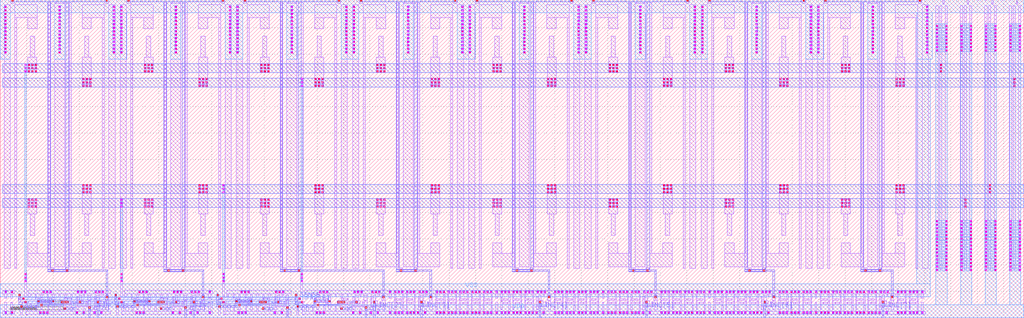
<source format=lef>
VERSION 5.7 ;
  NOWIREEXTENSIONATPIN ON ;
  DIVIDERCHAR "/" ;
  BUSBITCHARS "[]" ;
MACRO efuse_array
  CLASS BLOCK ;
  FOREIGN efuse_array ;
  ORIGIN 0.000 0.000 ;
  SIZE 193.820 BY 60.305 ;
  PIN COL_PROG[0]
    ANTENNAGATEAREA 25.000000 ;
    PORT
      LAYER Metal1 ;
        RECT 178.440 59.415 178.780 60.305 ;
    END
  END COL_PROG[0]
  PIN COL_PROG[1]
    ANTENNAGATEAREA 25.000000 ;
    PORT
      LAYER Metal1 ;
        RECT 183.080 59.415 183.420 60.305 ;
    END
  END COL_PROG[1]
  PIN COL_PROG[2]
    ANTENNAGATEAREA 25.000000 ;
    PORT
      LAYER Metal1 ;
        RECT 187.720 59.415 188.060 60.305 ;
    END
  END COL_PROG[2]
  PIN COL_PROG[3]
    ANTENNAGATEAREA 25.000000 ;
    PORT
      LAYER Metal1 ;
        RECT 192.360 59.415 192.700 60.305 ;
    END
  END COL_PROG[3]
  PIN DO[0]
    ANTENNADIFFAREA 0.897600 ;
    PORT
      LAYER Metal2 ;
        RECT 16.720 1.770 17.100 2.150 ;
        RECT 16.745 0.000 17.075 1.770 ;
    END
  END DO[0]
  PIN LINE[0]
    ANTENNAGATEAREA 0.498500 ;
    PORT
      LAYER Metal2 ;
        RECT 18.305 2.770 18.685 3.150 ;
        RECT 18.330 0.000 18.660 2.770 ;
    END
  END LINE[0]
  PIN DO[1]
    ANTENNADIFFAREA 0.897600 ;
    PORT
      LAYER Metal2 ;
        RECT 34.910 1.770 35.290 2.150 ;
        RECT 34.935 0.000 35.265 1.770 ;
    END
  END DO[1]
  PIN LINE[1]
    ANTENNAGATEAREA 0.498500 ;
    PORT
      LAYER Metal2 ;
        RECT 36.495 2.770 36.875 3.150 ;
        RECT 36.520 0.000 36.850 2.770 ;
    END
  END LINE[1]
  PIN DO[2]
    ANTENNADIFFAREA 0.897600 ;
    PORT
      LAYER Metal2 ;
        RECT 54.220 1.770 54.600 2.150 ;
        RECT 54.245 0.000 54.575 1.770 ;
    END
  END DO[2]
  PIN DO[3]
    ANTENNADIFFAREA 0.897600 ;
    PORT
      LAYER Metal2 ;
        RECT 69.050 1.770 69.430 2.150 ;
        RECT 69.075 0.000 69.405 1.770 ;
    END
  END DO[3]
  PIN LINE[2]
    ANTENNAGATEAREA 0.498500 ;
    PORT
      LAYER Metal2 ;
        RECT 70.635 2.770 71.015 3.150 ;
        RECT 70.660 0.000 70.990 2.770 ;
    END
  END LINE[2]
  PIN LINE[3]
    ANTENNAGATEAREA 0.498500 ;
    PORT
      LAYER Metal2 ;
        RECT 79.595 2.770 79.975 3.150 ;
        RECT 79.620 0.000 79.950 2.770 ;
    END
  END LINE[3]
  PIN LINE[4]
    ANTENNAGATEAREA 0.498500 ;
    PORT
      LAYER Metal2 ;
        RECT 101.995 2.770 102.375 3.150 ;
        RECT 102.020 0.000 102.350 2.770 ;
    END
  END LINE[4]
  PIN LINE[5]
    ANTENNAGATEAREA 0.498500 ;
    PORT
      LAYER Metal2 ;
        RECT 122.155 2.770 122.535 3.150 ;
        RECT 122.180 0.000 122.510 2.770 ;
    END
  END LINE[5]
  PIN LINE[6]
    ANTENNAGATEAREA 0.498500 ;
    PORT
      LAYER Metal2 ;
        RECT 144.555 2.770 144.935 3.150 ;
        RECT 144.580 0.000 144.910 2.770 ;
    END
  END LINE[6]
  PIN LINE[7]
    ANTENNAGATEAREA 0.498500 ;
    PORT
      LAYER Metal2 ;
        RECT 166.955 2.770 167.335 3.150 ;
        RECT 166.980 0.000 167.310 2.770 ;
    END
  END LINE[7]
  PIN SENSE
    ANTENNAGATEAREA 1.200000 ;
    PORT
      LAYER Metal3 ;
        RECT 4.170 3.775 4.550 3.800 ;
        RECT 22.360 3.775 22.740 3.800 ;
        RECT 41.670 3.775 42.050 3.800 ;
        RECT 56.500 3.775 56.880 3.800 ;
        RECT 4.170 3.445 56.880 3.775 ;
        RECT 4.170 3.420 4.550 3.445 ;
        RECT 22.360 3.420 22.740 3.445 ;
        RECT 41.670 3.420 42.050 3.445 ;
        RECT 56.500 3.420 56.880 3.445 ;
    END
  END SENSE
  PIN nPRESET
    ANTENNAGATEAREA 3.800000 ;
    PORT
      LAYER Metal3 ;
        RECT 4.580 3.115 4.960 3.140 ;
        RECT 22.770 3.115 23.150 3.140 ;
        RECT 42.080 3.115 42.460 3.140 ;
        RECT 56.910 3.115 57.290 3.140 ;
        RECT 4.580 2.785 57.290 3.115 ;
        RECT 4.580 2.760 4.960 2.785 ;
        RECT 22.770 2.760 23.150 2.785 ;
        RECT 42.080 2.760 42.460 2.785 ;
        RECT 56.910 2.760 57.290 2.785 ;
    END
  END nPRESET
  PIN VSS
    USE GROUND ;
    PORT
      LAYER Metal4 ;
        RECT 0.000 57.805 193.820 60.305 ;
        RECT 0.000 49.035 1.910 57.805 ;
        RECT 10.290 49.035 12.200 57.805 ;
        RECT 20.575 49.035 23.905 57.805 ;
        RECT 32.285 49.035 34.195 57.805 ;
        RECT 42.570 49.035 45.900 57.805 ;
        RECT 54.280 49.035 56.190 57.805 ;
        RECT 64.565 49.035 67.895 57.805 ;
        RECT 76.275 49.035 78.185 57.805 ;
        RECT 86.560 49.035 89.890 57.805 ;
        RECT 98.270 49.035 100.180 57.805 ;
        RECT 108.555 49.035 111.885 57.805 ;
        RECT 120.265 49.035 122.175 57.805 ;
        RECT 130.550 49.035 133.880 57.805 ;
        RECT 142.260 49.035 144.170 57.805 ;
        RECT 152.545 49.035 155.875 57.805 ;
        RECT 164.255 49.035 166.165 57.805 ;
        RECT 173.540 49.035 176.450 57.805 ;
        RECT 173.540 6.470 176.040 49.035 ;
        RECT 0.000 3.970 176.040 6.470 ;
    END
  END VSS
  PIN VDD
    USE POWER ;
    PORT
      LAYER Metal4 ;
        RECT 177.175 55.495 179.290 55.805 ;
        RECT 181.815 55.495 183.930 55.805 ;
        RECT 186.455 55.495 188.570 55.805 ;
        RECT 191.095 55.495 193.210 55.805 ;
        RECT 177.150 55.115 179.315 55.495 ;
        RECT 181.790 55.115 183.955 55.495 ;
        RECT 186.430 55.115 188.595 55.495 ;
        RECT 191.070 55.115 193.235 55.495 ;
        RECT 177.175 54.835 179.290 55.115 ;
        RECT 181.815 54.835 183.930 55.115 ;
        RECT 186.455 54.835 188.570 55.115 ;
        RECT 191.095 54.835 193.210 55.115 ;
        RECT 177.150 54.455 179.315 54.835 ;
        RECT 181.790 54.455 183.955 54.835 ;
        RECT 186.430 54.455 188.595 54.835 ;
        RECT 191.070 54.455 193.235 54.835 ;
        RECT 177.175 54.175 179.290 54.455 ;
        RECT 181.815 54.175 183.930 54.455 ;
        RECT 186.455 54.175 188.570 54.455 ;
        RECT 191.095 54.175 193.210 54.455 ;
        RECT 177.150 53.795 179.315 54.175 ;
        RECT 181.790 53.795 183.955 54.175 ;
        RECT 186.430 53.795 188.595 54.175 ;
        RECT 191.070 53.795 193.235 54.175 ;
        RECT 177.175 53.515 179.290 53.795 ;
        RECT 181.815 53.515 183.930 53.795 ;
        RECT 186.455 53.515 188.570 53.795 ;
        RECT 191.095 53.515 193.210 53.795 ;
        RECT 177.150 53.135 179.315 53.515 ;
        RECT 181.790 53.135 183.955 53.515 ;
        RECT 186.430 53.135 188.595 53.515 ;
        RECT 191.070 53.135 193.235 53.515 ;
        RECT 177.175 52.855 179.290 53.135 ;
        RECT 181.815 52.855 183.930 53.135 ;
        RECT 186.455 52.855 188.570 53.135 ;
        RECT 191.095 52.855 193.210 53.135 ;
        RECT 177.150 52.475 179.315 52.855 ;
        RECT 181.790 52.475 183.955 52.855 ;
        RECT 186.430 52.475 188.595 52.855 ;
        RECT 191.070 52.475 193.235 52.855 ;
        RECT 177.175 52.195 179.290 52.475 ;
        RECT 181.815 52.195 183.930 52.475 ;
        RECT 186.455 52.195 188.570 52.475 ;
        RECT 191.095 52.195 193.210 52.475 ;
        RECT 177.150 51.815 179.315 52.195 ;
        RECT 181.790 51.815 183.955 52.195 ;
        RECT 186.430 51.815 188.595 52.195 ;
        RECT 191.070 51.815 193.235 52.195 ;
        RECT 177.175 51.535 179.290 51.815 ;
        RECT 181.815 51.535 183.930 51.815 ;
        RECT 186.455 51.535 188.570 51.815 ;
        RECT 191.095 51.535 193.210 51.815 ;
        RECT 177.150 51.155 179.315 51.535 ;
        RECT 181.790 51.155 183.955 51.535 ;
        RECT 186.430 51.155 188.595 51.535 ;
        RECT 191.070 51.155 193.235 51.535 ;
        RECT 177.175 50.875 179.290 51.155 ;
        RECT 181.815 50.875 183.930 51.155 ;
        RECT 186.455 50.875 188.570 51.155 ;
        RECT 191.095 50.875 193.210 51.155 ;
        RECT 177.150 50.495 179.315 50.875 ;
        RECT 181.790 50.495 183.955 50.875 ;
        RECT 186.430 50.495 188.595 50.875 ;
        RECT 191.070 50.495 193.235 50.875 ;
        RECT 177.175 18.495 179.290 50.495 ;
        RECT 181.815 18.495 183.930 50.495 ;
        RECT 186.455 18.495 188.570 50.495 ;
        RECT 191.095 18.495 193.210 50.495 ;
        RECT 177.150 18.115 179.315 18.495 ;
        RECT 181.790 18.115 183.955 18.495 ;
        RECT 186.430 18.115 188.595 18.495 ;
        RECT 191.070 18.115 193.235 18.495 ;
        RECT 177.175 17.835 179.290 18.115 ;
        RECT 181.815 17.835 183.930 18.115 ;
        RECT 186.455 17.835 188.570 18.115 ;
        RECT 191.095 17.835 193.210 18.115 ;
        RECT 177.150 17.455 179.315 17.835 ;
        RECT 181.790 17.455 183.955 17.835 ;
        RECT 186.430 17.455 188.595 17.835 ;
        RECT 191.070 17.455 193.235 17.835 ;
        RECT 177.175 17.175 179.290 17.455 ;
        RECT 181.815 17.175 183.930 17.455 ;
        RECT 186.455 17.175 188.570 17.455 ;
        RECT 191.095 17.175 193.210 17.455 ;
        RECT 177.150 16.795 179.315 17.175 ;
        RECT 181.790 16.795 183.955 17.175 ;
        RECT 186.430 16.795 188.595 17.175 ;
        RECT 191.070 16.795 193.235 17.175 ;
        RECT 177.175 16.515 179.290 16.795 ;
        RECT 181.815 16.515 183.930 16.795 ;
        RECT 186.455 16.515 188.570 16.795 ;
        RECT 191.095 16.515 193.210 16.795 ;
        RECT 177.150 16.135 179.315 16.515 ;
        RECT 181.790 16.135 183.955 16.515 ;
        RECT 186.430 16.135 188.595 16.515 ;
        RECT 191.070 16.135 193.235 16.515 ;
        RECT 177.175 15.855 179.290 16.135 ;
        RECT 181.815 15.855 183.930 16.135 ;
        RECT 186.455 15.855 188.570 16.135 ;
        RECT 191.095 15.855 193.210 16.135 ;
        RECT 177.150 15.475 179.315 15.855 ;
        RECT 181.790 15.475 183.955 15.855 ;
        RECT 186.430 15.475 188.595 15.855 ;
        RECT 191.070 15.475 193.235 15.855 ;
        RECT 177.175 15.195 179.290 15.475 ;
        RECT 181.815 15.195 183.930 15.475 ;
        RECT 186.455 15.195 188.570 15.475 ;
        RECT 191.095 15.195 193.210 15.475 ;
        RECT 177.150 14.815 179.315 15.195 ;
        RECT 181.790 14.815 183.955 15.195 ;
        RECT 186.430 14.815 188.595 15.195 ;
        RECT 191.070 14.815 193.235 15.195 ;
        RECT 177.175 14.535 179.290 14.815 ;
        RECT 181.815 14.535 183.930 14.815 ;
        RECT 186.455 14.535 188.570 14.815 ;
        RECT 191.095 14.535 193.210 14.815 ;
        RECT 177.150 14.155 179.315 14.535 ;
        RECT 181.790 14.155 183.955 14.535 ;
        RECT 186.430 14.155 188.595 14.535 ;
        RECT 191.070 14.155 193.235 14.535 ;
        RECT 177.175 13.875 179.290 14.155 ;
        RECT 181.815 13.875 183.930 14.155 ;
        RECT 186.455 13.875 188.570 14.155 ;
        RECT 191.095 13.875 193.210 14.155 ;
        RECT 177.150 13.495 179.315 13.875 ;
        RECT 181.790 13.495 183.955 13.875 ;
        RECT 186.430 13.495 188.595 13.875 ;
        RECT 191.070 13.495 193.235 13.875 ;
        RECT 177.175 13.215 179.290 13.495 ;
        RECT 181.815 13.215 183.930 13.495 ;
        RECT 186.455 13.215 188.570 13.495 ;
        RECT 191.095 13.215 193.210 13.495 ;
        RECT 177.150 12.835 179.315 13.215 ;
        RECT 181.790 12.835 183.955 13.215 ;
        RECT 186.430 12.835 188.595 13.215 ;
        RECT 191.070 12.835 193.235 13.215 ;
        RECT 177.175 12.555 179.290 12.835 ;
        RECT 181.815 12.555 183.930 12.835 ;
        RECT 186.455 12.555 188.570 12.835 ;
        RECT 191.095 12.555 193.210 12.835 ;
        RECT 177.150 12.175 179.315 12.555 ;
        RECT 181.790 12.175 183.955 12.555 ;
        RECT 186.430 12.175 188.595 12.555 ;
        RECT 191.070 12.175 193.235 12.555 ;
        RECT 177.175 11.895 179.290 12.175 ;
        RECT 181.815 11.895 183.930 12.175 ;
        RECT 186.455 11.895 188.570 12.175 ;
        RECT 191.095 11.895 193.210 12.175 ;
        RECT 177.150 11.515 179.315 11.895 ;
        RECT 181.790 11.515 183.955 11.895 ;
        RECT 186.430 11.515 188.595 11.895 ;
        RECT 191.070 11.515 193.235 11.895 ;
        RECT 177.175 11.235 179.290 11.515 ;
        RECT 181.815 11.235 183.930 11.515 ;
        RECT 186.455 11.235 188.570 11.515 ;
        RECT 191.095 11.235 193.210 11.515 ;
        RECT 177.150 10.855 179.315 11.235 ;
        RECT 181.790 10.855 183.955 11.235 ;
        RECT 186.430 10.855 188.595 11.235 ;
        RECT 191.070 10.855 193.235 11.235 ;
        RECT 177.175 10.575 179.290 10.855 ;
        RECT 181.815 10.575 183.930 10.855 ;
        RECT 186.455 10.575 188.570 10.855 ;
        RECT 191.095 10.575 193.210 10.855 ;
        RECT 177.150 10.195 179.315 10.575 ;
        RECT 181.790 10.195 183.955 10.575 ;
        RECT 186.430 10.195 188.595 10.575 ;
        RECT 191.070 10.195 193.235 10.575 ;
        RECT 177.175 9.915 179.290 10.195 ;
        RECT 181.815 9.915 183.930 10.195 ;
        RECT 186.455 9.915 188.570 10.195 ;
        RECT 191.095 9.915 193.210 10.195 ;
        RECT 177.150 9.535 179.315 9.915 ;
        RECT 181.790 9.535 183.955 9.915 ;
        RECT 186.430 9.535 188.595 9.915 ;
        RECT 191.070 9.535 193.235 9.915 ;
        RECT 177.175 9.255 179.290 9.535 ;
        RECT 181.815 9.255 183.930 9.535 ;
        RECT 186.455 9.255 188.570 9.535 ;
        RECT 191.095 9.255 193.210 9.535 ;
        RECT 177.150 8.875 179.315 9.255 ;
        RECT 181.790 8.875 183.955 9.255 ;
        RECT 186.430 8.875 188.595 9.255 ;
        RECT 191.070 8.875 193.235 9.255 ;
        RECT 177.175 2.500 179.290 8.875 ;
        RECT 181.815 2.500 183.930 8.875 ;
        RECT 186.455 2.500 188.570 8.875 ;
        RECT 191.095 2.500 193.210 8.875 ;
        RECT 0.000 0.000 193.820 2.500 ;
    END
  END VDD
  OBS
      LAYER Metal1 ;
        RECT 1.975 59.605 2.675 60.305 ;
        RECT 0.735 9.370 1.905 59.380 ;
        RECT 1.525 9.360 1.905 9.370 ;
        RECT 2.755 56.865 6.970 59.380 ;
        RECT 2.755 9.360 3.125 56.865 ;
        RECT 5.220 54.845 6.970 56.865 ;
        RECT 5.690 49.385 6.500 53.395 ;
        RECT 5.250 46.485 6.950 49.385 ;
        RECT 5.250 19.685 6.950 22.585 ;
        RECT 5.700 15.660 6.510 19.685 ;
        RECT 5.230 12.190 6.980 14.210 ;
        RECT 9.075 12.190 9.445 59.695 ;
        RECT 5.230 9.675 9.445 12.190 ;
        RECT 10.295 59.685 10.675 59.695 ;
        RECT 11.815 59.685 12.195 59.695 ;
        RECT 10.295 9.675 12.195 59.685 ;
        RECT 13.045 12.190 13.415 59.695 ;
        RECT 19.810 59.605 20.510 60.305 ;
        RECT 23.970 59.605 24.670 60.305 ;
        RECT 15.515 56.865 19.730 59.380 ;
        RECT 15.515 54.845 17.265 56.865 ;
        RECT 15.985 49.385 16.795 53.395 ;
        RECT 15.550 43.785 17.250 49.385 ;
        RECT 15.550 19.685 17.250 25.285 ;
        RECT 15.980 15.660 16.790 19.685 ;
        RECT 15.510 12.190 17.260 14.210 ;
        RECT 13.045 9.675 17.260 12.190 ;
        RECT 9.525 8.750 10.225 9.450 ;
        RECT 12.265 8.750 12.965 9.450 ;
        RECT 19.360 9.360 19.730 56.865 ;
        RECT 20.580 9.370 21.750 59.380 ;
        RECT 22.730 9.370 23.900 59.380 ;
        RECT 20.580 9.360 20.960 9.370 ;
        RECT 23.520 9.360 23.900 9.370 ;
        RECT 24.750 56.865 28.965 59.380 ;
        RECT 24.750 9.360 25.120 56.865 ;
        RECT 27.215 54.845 28.965 56.865 ;
        RECT 27.685 49.385 28.495 53.395 ;
        RECT 27.245 46.485 28.945 49.385 ;
        RECT 27.245 19.685 28.945 22.585 ;
        RECT 27.695 15.660 28.505 19.685 ;
        RECT 27.225 12.190 28.975 14.210 ;
        RECT 31.070 12.190 31.440 59.695 ;
        RECT 27.225 9.675 31.440 12.190 ;
        RECT 32.290 59.685 32.670 59.695 ;
        RECT 33.810 59.685 34.190 59.695 ;
        RECT 32.290 9.675 34.190 59.685 ;
        RECT 35.040 12.190 35.410 59.695 ;
        RECT 41.805 59.605 42.505 60.305 ;
        RECT 45.965 59.605 46.665 60.305 ;
        RECT 37.510 56.865 41.725 59.380 ;
        RECT 37.510 54.845 39.260 56.865 ;
        RECT 37.980 49.385 38.790 53.395 ;
        RECT 37.545 43.785 39.245 49.385 ;
        RECT 37.545 19.685 39.245 25.285 ;
        RECT 37.975 15.660 38.785 19.685 ;
        RECT 37.505 12.190 39.255 14.210 ;
        RECT 35.040 9.675 39.255 12.190 ;
        RECT 31.520 8.750 32.220 9.450 ;
        RECT 34.260 8.750 34.960 9.450 ;
        RECT 41.355 9.360 41.725 56.865 ;
        RECT 42.575 9.370 43.745 59.380 ;
        RECT 44.725 9.370 45.895 59.380 ;
        RECT 42.575 9.360 42.955 9.370 ;
        RECT 45.515 9.360 45.895 9.370 ;
        RECT 46.745 56.865 50.960 59.380 ;
        RECT 46.745 9.360 47.115 56.865 ;
        RECT 49.210 54.845 50.960 56.865 ;
        RECT 49.680 49.385 50.490 53.395 ;
        RECT 49.240 46.485 50.940 49.385 ;
        RECT 49.240 19.685 50.940 22.585 ;
        RECT 49.690 15.660 50.500 19.685 ;
        RECT 49.220 12.190 50.970 14.210 ;
        RECT 53.065 12.190 53.435 59.695 ;
        RECT 49.220 9.675 53.435 12.190 ;
        RECT 54.285 59.685 54.665 59.695 ;
        RECT 55.805 59.685 56.185 59.695 ;
        RECT 54.285 9.675 56.185 59.685 ;
        RECT 57.035 12.190 57.405 59.695 ;
        RECT 63.800 59.605 64.500 60.305 ;
        RECT 67.960 59.605 68.660 60.305 ;
        RECT 59.505 56.865 63.720 59.380 ;
        RECT 59.505 54.845 61.255 56.865 ;
        RECT 59.975 49.385 60.785 53.395 ;
        RECT 59.540 43.785 61.240 49.385 ;
        RECT 59.540 19.685 61.240 25.285 ;
        RECT 59.970 15.660 60.780 19.685 ;
        RECT 59.500 12.190 61.250 14.210 ;
        RECT 57.035 9.675 61.250 12.190 ;
        RECT 53.515 8.750 54.215 9.450 ;
        RECT 56.255 8.750 56.955 9.450 ;
        RECT 63.350 9.360 63.720 56.865 ;
        RECT 64.570 9.370 65.740 59.380 ;
        RECT 66.720 9.370 67.890 59.380 ;
        RECT 64.570 9.360 64.950 9.370 ;
        RECT 67.510 9.360 67.890 9.370 ;
        RECT 68.740 56.865 72.955 59.380 ;
        RECT 68.740 9.360 69.110 56.865 ;
        RECT 71.205 54.845 72.955 56.865 ;
        RECT 71.675 49.385 72.485 53.395 ;
        RECT 71.235 46.485 72.935 49.385 ;
        RECT 71.235 19.685 72.935 22.585 ;
        RECT 71.685 15.660 72.495 19.685 ;
        RECT 71.215 12.190 72.965 14.210 ;
        RECT 75.060 12.190 75.430 59.695 ;
        RECT 71.215 9.675 75.430 12.190 ;
        RECT 76.280 59.685 76.660 59.695 ;
        RECT 77.800 59.685 78.180 59.695 ;
        RECT 76.280 9.675 78.180 59.685 ;
        RECT 79.030 12.190 79.400 59.695 ;
        RECT 85.795 59.605 86.495 60.305 ;
        RECT 89.955 59.605 90.655 60.305 ;
        RECT 81.500 56.865 85.715 59.380 ;
        RECT 81.500 54.845 83.250 56.865 ;
        RECT 81.970 49.385 82.780 53.395 ;
        RECT 81.535 43.785 83.235 49.385 ;
        RECT 81.535 19.685 83.235 25.285 ;
        RECT 81.965 15.660 82.775 19.685 ;
        RECT 81.495 12.190 83.245 14.210 ;
        RECT 79.030 9.675 83.245 12.190 ;
        RECT 75.510 8.750 76.210 9.450 ;
        RECT 78.250 8.750 78.950 9.450 ;
        RECT 85.345 9.360 85.715 56.865 ;
        RECT 86.565 9.370 87.735 59.380 ;
        RECT 88.715 9.370 89.885 59.380 ;
        RECT 86.565 9.360 86.945 9.370 ;
        RECT 89.505 9.360 89.885 9.370 ;
        RECT 90.735 56.865 94.950 59.380 ;
        RECT 90.735 9.360 91.105 56.865 ;
        RECT 93.200 54.845 94.950 56.865 ;
        RECT 93.670 49.385 94.480 53.395 ;
        RECT 93.230 46.485 94.930 49.385 ;
        RECT 93.230 19.685 94.930 22.585 ;
        RECT 93.680 15.660 94.490 19.685 ;
        RECT 93.210 12.190 94.960 14.210 ;
        RECT 97.055 12.190 97.425 59.695 ;
        RECT 93.210 9.675 97.425 12.190 ;
        RECT 98.275 59.685 98.655 59.695 ;
        RECT 99.795 59.685 100.175 59.695 ;
        RECT 98.275 9.675 100.175 59.685 ;
        RECT 101.025 12.190 101.395 59.695 ;
        RECT 107.790 59.605 108.490 60.305 ;
        RECT 111.950 59.605 112.650 60.305 ;
        RECT 103.495 56.865 107.710 59.380 ;
        RECT 103.495 54.845 105.245 56.865 ;
        RECT 103.965 49.385 104.775 53.395 ;
        RECT 103.530 43.785 105.230 49.385 ;
        RECT 103.530 19.685 105.230 25.285 ;
        RECT 103.960 15.660 104.770 19.685 ;
        RECT 103.490 12.190 105.240 14.210 ;
        RECT 101.025 9.675 105.240 12.190 ;
        RECT 97.505 8.750 98.205 9.450 ;
        RECT 100.245 8.750 100.945 9.450 ;
        RECT 107.340 9.360 107.710 56.865 ;
        RECT 108.560 9.370 109.730 59.380 ;
        RECT 110.710 9.370 111.880 59.380 ;
        RECT 108.560 9.360 108.940 9.370 ;
        RECT 111.500 9.360 111.880 9.370 ;
        RECT 112.730 56.865 116.945 59.380 ;
        RECT 112.730 9.360 113.100 56.865 ;
        RECT 115.195 54.845 116.945 56.865 ;
        RECT 115.665 49.385 116.475 53.395 ;
        RECT 115.225 46.485 116.925 49.385 ;
        RECT 115.225 19.685 116.925 22.585 ;
        RECT 115.675 15.660 116.485 19.685 ;
        RECT 115.205 12.190 116.955 14.210 ;
        RECT 119.050 12.190 119.420 59.695 ;
        RECT 115.205 9.675 119.420 12.190 ;
        RECT 120.270 59.685 120.650 59.695 ;
        RECT 121.790 59.685 122.170 59.695 ;
        RECT 120.270 9.675 122.170 59.685 ;
        RECT 123.020 12.190 123.390 59.695 ;
        RECT 129.785 59.605 130.485 60.305 ;
        RECT 133.945 59.605 134.645 60.305 ;
        RECT 125.490 56.865 129.705 59.380 ;
        RECT 125.490 54.845 127.240 56.865 ;
        RECT 125.960 49.385 126.770 53.395 ;
        RECT 125.525 43.785 127.225 49.385 ;
        RECT 125.525 19.685 127.225 25.285 ;
        RECT 125.955 15.660 126.765 19.685 ;
        RECT 125.485 12.190 127.235 14.210 ;
        RECT 123.020 9.675 127.235 12.190 ;
        RECT 119.500 8.750 120.200 9.450 ;
        RECT 122.240 8.750 122.940 9.450 ;
        RECT 129.335 9.360 129.705 56.865 ;
        RECT 130.555 9.370 131.725 59.380 ;
        RECT 132.705 9.370 133.875 59.380 ;
        RECT 130.555 9.360 130.935 9.370 ;
        RECT 133.495 9.360 133.875 9.370 ;
        RECT 134.725 56.865 138.940 59.380 ;
        RECT 134.725 9.360 135.095 56.865 ;
        RECT 137.190 54.845 138.940 56.865 ;
        RECT 137.660 49.385 138.470 53.395 ;
        RECT 137.220 46.485 138.920 49.385 ;
        RECT 137.220 19.685 138.920 22.585 ;
        RECT 137.670 15.660 138.480 19.685 ;
        RECT 137.200 12.190 138.950 14.210 ;
        RECT 141.045 12.190 141.415 59.695 ;
        RECT 137.200 9.675 141.415 12.190 ;
        RECT 142.265 59.685 142.645 59.695 ;
        RECT 143.785 59.685 144.165 59.695 ;
        RECT 142.265 9.675 144.165 59.685 ;
        RECT 145.015 12.190 145.385 59.695 ;
        RECT 151.780 59.605 152.480 60.305 ;
        RECT 155.940 59.605 156.640 60.305 ;
        RECT 147.485 56.865 151.700 59.380 ;
        RECT 147.485 54.845 149.235 56.865 ;
        RECT 147.955 49.385 148.765 53.395 ;
        RECT 147.520 43.785 149.220 49.385 ;
        RECT 147.520 19.685 149.220 25.285 ;
        RECT 147.950 15.660 148.760 19.685 ;
        RECT 147.480 12.190 149.230 14.210 ;
        RECT 145.015 9.675 149.230 12.190 ;
        RECT 141.495 8.750 142.195 9.450 ;
        RECT 144.235 8.750 144.935 9.450 ;
        RECT 151.330 9.360 151.700 56.865 ;
        RECT 152.550 9.370 153.720 59.380 ;
        RECT 154.700 9.370 155.870 59.380 ;
        RECT 152.550 9.360 152.930 9.370 ;
        RECT 155.490 9.360 155.870 9.370 ;
        RECT 156.720 56.865 160.935 59.380 ;
        RECT 156.720 9.360 157.090 56.865 ;
        RECT 159.185 54.845 160.935 56.865 ;
        RECT 159.655 49.385 160.465 53.395 ;
        RECT 159.215 46.485 160.915 49.385 ;
        RECT 159.215 19.685 160.915 22.585 ;
        RECT 159.665 15.660 160.475 19.685 ;
        RECT 159.195 12.190 160.945 14.210 ;
        RECT 163.040 12.190 163.410 59.695 ;
        RECT 159.195 9.675 163.410 12.190 ;
        RECT 164.260 59.685 164.640 59.695 ;
        RECT 165.780 59.685 166.160 59.695 ;
        RECT 164.260 9.675 166.160 59.685 ;
        RECT 167.010 12.190 167.380 59.695 ;
        RECT 173.775 59.605 174.475 60.305 ;
        RECT 169.480 56.865 173.695 59.380 ;
        RECT 169.480 54.845 171.230 56.865 ;
        RECT 169.950 49.385 170.760 53.395 ;
        RECT 169.515 43.785 171.215 49.385 ;
        RECT 169.515 19.685 171.215 25.285 ;
        RECT 169.945 15.660 170.755 19.685 ;
        RECT 169.475 12.190 171.225 14.210 ;
        RECT 167.010 9.675 171.225 12.190 ;
        RECT 163.490 8.750 164.190 9.450 ;
        RECT 166.230 8.750 166.930 9.450 ;
        RECT 173.325 9.360 173.695 56.865 ;
        RECT 174.545 9.370 175.715 59.380 ;
        RECT 174.545 9.360 174.925 9.370 ;
        RECT 177.120 9.185 177.560 59.185 ;
        RECT 177.150 8.875 177.530 9.185 ;
        RECT 177.910 9.175 178.290 59.195 ;
        RECT 178.940 55.495 179.310 59.195 ;
        RECT 178.935 55.115 179.315 55.495 ;
        RECT 178.940 54.835 179.310 55.115 ;
        RECT 178.935 54.455 179.315 54.835 ;
        RECT 178.940 54.175 179.310 54.455 ;
        RECT 178.935 53.795 179.315 54.175 ;
        RECT 178.940 53.515 179.310 53.795 ;
        RECT 178.935 53.135 179.315 53.515 ;
        RECT 178.940 52.855 179.310 53.135 ;
        RECT 178.935 52.475 179.315 52.855 ;
        RECT 178.940 52.195 179.310 52.475 ;
        RECT 178.935 51.815 179.315 52.195 ;
        RECT 178.940 51.535 179.310 51.815 ;
        RECT 178.935 51.155 179.315 51.535 ;
        RECT 178.940 50.875 179.310 51.155 ;
        RECT 178.935 50.495 179.315 50.875 ;
        RECT 178.940 18.495 179.310 50.495 ;
        RECT 178.935 18.115 179.315 18.495 ;
        RECT 178.940 17.835 179.310 18.115 ;
        RECT 178.935 17.455 179.315 17.835 ;
        RECT 178.940 17.175 179.310 17.455 ;
        RECT 178.935 16.795 179.315 17.175 ;
        RECT 178.940 16.515 179.310 16.795 ;
        RECT 178.935 16.135 179.315 16.515 ;
        RECT 178.940 15.855 179.310 16.135 ;
        RECT 178.935 15.475 179.315 15.855 ;
        RECT 178.940 15.195 179.310 15.475 ;
        RECT 178.935 14.815 179.315 15.195 ;
        RECT 178.940 14.535 179.310 14.815 ;
        RECT 178.935 14.155 179.315 14.535 ;
        RECT 178.940 13.875 179.310 14.155 ;
        RECT 178.935 13.495 179.315 13.875 ;
        RECT 178.940 13.215 179.310 13.495 ;
        RECT 178.935 12.835 179.315 13.215 ;
        RECT 178.940 12.555 179.310 12.835 ;
        RECT 178.935 12.175 179.315 12.555 ;
        RECT 178.940 11.895 179.310 12.175 ;
        RECT 178.935 11.515 179.315 11.895 ;
        RECT 178.940 11.235 179.310 11.515 ;
        RECT 178.935 10.855 179.315 11.235 ;
        RECT 178.940 10.575 179.310 10.855 ;
        RECT 178.935 10.195 179.315 10.575 ;
        RECT 178.940 9.915 179.310 10.195 ;
        RECT 178.935 9.535 179.315 9.915 ;
        RECT 178.940 9.255 179.310 9.535 ;
        RECT 178.935 8.875 179.315 9.255 ;
        RECT 181.760 9.185 182.200 59.185 ;
        RECT 181.790 8.875 182.170 9.185 ;
        RECT 182.550 9.175 182.930 59.195 ;
        RECT 183.580 55.495 183.950 59.195 ;
        RECT 183.575 55.115 183.955 55.495 ;
        RECT 183.580 54.835 183.950 55.115 ;
        RECT 183.575 54.455 183.955 54.835 ;
        RECT 183.580 54.175 183.950 54.455 ;
        RECT 183.575 53.795 183.955 54.175 ;
        RECT 183.580 53.515 183.950 53.795 ;
        RECT 183.575 53.135 183.955 53.515 ;
        RECT 183.580 52.855 183.950 53.135 ;
        RECT 183.575 52.475 183.955 52.855 ;
        RECT 183.580 52.195 183.950 52.475 ;
        RECT 183.575 51.815 183.955 52.195 ;
        RECT 183.580 51.535 183.950 51.815 ;
        RECT 183.575 51.155 183.955 51.535 ;
        RECT 183.580 50.875 183.950 51.155 ;
        RECT 183.575 50.495 183.955 50.875 ;
        RECT 183.580 18.495 183.950 50.495 ;
        RECT 183.575 18.115 183.955 18.495 ;
        RECT 183.580 17.835 183.950 18.115 ;
        RECT 183.575 17.455 183.955 17.835 ;
        RECT 183.580 17.175 183.950 17.455 ;
        RECT 183.575 16.795 183.955 17.175 ;
        RECT 183.580 16.515 183.950 16.795 ;
        RECT 183.575 16.135 183.955 16.515 ;
        RECT 183.580 15.855 183.950 16.135 ;
        RECT 183.575 15.475 183.955 15.855 ;
        RECT 183.580 15.195 183.950 15.475 ;
        RECT 183.575 14.815 183.955 15.195 ;
        RECT 183.580 14.535 183.950 14.815 ;
        RECT 183.575 14.155 183.955 14.535 ;
        RECT 183.580 13.875 183.950 14.155 ;
        RECT 183.575 13.495 183.955 13.875 ;
        RECT 183.580 13.215 183.950 13.495 ;
        RECT 183.575 12.835 183.955 13.215 ;
        RECT 183.580 12.555 183.950 12.835 ;
        RECT 183.575 12.175 183.955 12.555 ;
        RECT 183.580 11.895 183.950 12.175 ;
        RECT 183.575 11.515 183.955 11.895 ;
        RECT 183.580 11.235 183.950 11.515 ;
        RECT 183.575 10.855 183.955 11.235 ;
        RECT 183.580 10.575 183.950 10.855 ;
        RECT 183.575 10.195 183.955 10.575 ;
        RECT 183.580 9.915 183.950 10.195 ;
        RECT 183.575 9.535 183.955 9.915 ;
        RECT 183.580 9.255 183.950 9.535 ;
        RECT 183.575 8.875 183.955 9.255 ;
        RECT 186.400 9.185 186.840 59.185 ;
        RECT 186.430 8.875 186.810 9.185 ;
        RECT 187.190 9.175 187.570 59.195 ;
        RECT 188.220 55.495 188.590 59.195 ;
        RECT 188.215 55.115 188.595 55.495 ;
        RECT 188.220 54.835 188.590 55.115 ;
        RECT 188.215 54.455 188.595 54.835 ;
        RECT 188.220 54.175 188.590 54.455 ;
        RECT 188.215 53.795 188.595 54.175 ;
        RECT 188.220 53.515 188.590 53.795 ;
        RECT 188.215 53.135 188.595 53.515 ;
        RECT 188.220 52.855 188.590 53.135 ;
        RECT 188.215 52.475 188.595 52.855 ;
        RECT 188.220 52.195 188.590 52.475 ;
        RECT 188.215 51.815 188.595 52.195 ;
        RECT 188.220 51.535 188.590 51.815 ;
        RECT 188.215 51.155 188.595 51.535 ;
        RECT 188.220 50.875 188.590 51.155 ;
        RECT 188.215 50.495 188.595 50.875 ;
        RECT 188.220 18.495 188.590 50.495 ;
        RECT 188.215 18.115 188.595 18.495 ;
        RECT 188.220 17.835 188.590 18.115 ;
        RECT 188.215 17.455 188.595 17.835 ;
        RECT 188.220 17.175 188.590 17.455 ;
        RECT 188.215 16.795 188.595 17.175 ;
        RECT 188.220 16.515 188.590 16.795 ;
        RECT 188.215 16.135 188.595 16.515 ;
        RECT 188.220 15.855 188.590 16.135 ;
        RECT 188.215 15.475 188.595 15.855 ;
        RECT 188.220 15.195 188.590 15.475 ;
        RECT 188.215 14.815 188.595 15.195 ;
        RECT 188.220 14.535 188.590 14.815 ;
        RECT 188.215 14.155 188.595 14.535 ;
        RECT 188.220 13.875 188.590 14.155 ;
        RECT 188.215 13.495 188.595 13.875 ;
        RECT 188.220 13.215 188.590 13.495 ;
        RECT 188.215 12.835 188.595 13.215 ;
        RECT 188.220 12.555 188.590 12.835 ;
        RECT 188.215 12.175 188.595 12.555 ;
        RECT 188.220 11.895 188.590 12.175 ;
        RECT 188.215 11.515 188.595 11.895 ;
        RECT 188.220 11.235 188.590 11.515 ;
        RECT 188.215 10.855 188.595 11.235 ;
        RECT 188.220 10.575 188.590 10.855 ;
        RECT 188.215 10.195 188.595 10.575 ;
        RECT 188.220 9.915 188.590 10.195 ;
        RECT 188.215 9.535 188.595 9.915 ;
        RECT 188.220 9.255 188.590 9.535 ;
        RECT 188.215 8.875 188.595 9.255 ;
        RECT 191.040 9.185 191.480 59.185 ;
        RECT 191.070 8.875 191.450 9.185 ;
        RECT 191.830 9.175 192.210 59.195 ;
        RECT 192.860 55.495 193.230 59.195 ;
        RECT 192.855 55.115 193.235 55.495 ;
        RECT 192.860 54.835 193.230 55.115 ;
        RECT 192.855 54.455 193.235 54.835 ;
        RECT 192.860 54.175 193.230 54.455 ;
        RECT 192.855 53.795 193.235 54.175 ;
        RECT 192.860 53.515 193.230 53.795 ;
        RECT 192.855 53.135 193.235 53.515 ;
        RECT 192.860 52.855 193.230 53.135 ;
        RECT 192.855 52.475 193.235 52.855 ;
        RECT 192.860 52.195 193.230 52.475 ;
        RECT 192.855 51.815 193.235 52.195 ;
        RECT 192.860 51.535 193.230 51.815 ;
        RECT 192.855 51.155 193.235 51.535 ;
        RECT 192.860 50.875 193.230 51.155 ;
        RECT 192.855 50.495 193.235 50.875 ;
        RECT 192.860 18.495 193.230 50.495 ;
        RECT 192.855 18.115 193.235 18.495 ;
        RECT 192.860 17.835 193.230 18.115 ;
        RECT 192.855 17.455 193.235 17.835 ;
        RECT 192.860 17.175 193.230 17.455 ;
        RECT 192.855 16.795 193.235 17.175 ;
        RECT 192.860 16.515 193.230 16.795 ;
        RECT 192.855 16.135 193.235 16.515 ;
        RECT 192.860 15.855 193.230 16.135 ;
        RECT 192.855 15.475 193.235 15.855 ;
        RECT 192.860 15.195 193.230 15.475 ;
        RECT 192.855 14.815 193.235 15.195 ;
        RECT 192.860 14.535 193.230 14.815 ;
        RECT 192.855 14.155 193.235 14.535 ;
        RECT 192.860 13.875 193.230 14.155 ;
        RECT 192.855 13.495 193.235 13.875 ;
        RECT 192.860 13.215 193.230 13.495 ;
        RECT 192.855 12.835 193.235 13.215 ;
        RECT 192.860 12.555 193.230 12.835 ;
        RECT 192.855 12.175 193.235 12.555 ;
        RECT 192.860 11.895 193.230 12.175 ;
        RECT 192.855 11.515 193.235 11.895 ;
        RECT 192.860 11.235 193.230 11.515 ;
        RECT 192.855 10.855 193.235 11.235 ;
        RECT 192.860 10.575 193.230 10.855 ;
        RECT 192.855 10.195 193.235 10.575 ;
        RECT 192.860 9.915 193.230 10.195 ;
        RECT 192.855 9.535 193.235 9.915 ;
        RECT 192.860 9.255 193.230 9.535 ;
        RECT 192.855 8.875 193.235 9.255 ;
        RECT 0.500 4.580 2.740 5.180 ;
        RECT 0.870 3.690 1.210 4.580 ;
        RECT 2.010 3.695 2.350 4.580 ;
        RECT 3.490 4.030 3.860 4.550 ;
        RECT 4.610 4.030 4.990 8.470 ;
        RECT 5.340 4.580 20.930 5.180 ;
        RECT 5.340 4.040 5.780 4.580 ;
        RECT 4.170 3.740 4.550 3.800 ;
        RECT 3.455 3.420 4.550 3.740 ;
        RECT 6.615 3.720 6.845 4.580 ;
        RECT 3.455 3.410 4.540 3.420 ;
        RECT 0.870 1.260 1.210 2.960 ;
        RECT 2.010 1.260 2.350 2.950 ;
        RECT 4.270 2.820 5.270 3.150 ;
        RECT 4.580 2.760 4.960 2.820 ;
        RECT 7.080 2.680 7.405 3.680 ;
        RECT 7.635 3.330 7.965 4.350 ;
        RECT 8.855 3.720 9.085 4.580 ;
        RECT 9.320 3.330 9.645 3.680 ;
        RECT 7.635 3.065 9.645 3.330 ;
        RECT 0.500 0.660 2.740 1.260 ;
        RECT 3.820 0.610 4.190 2.530 ;
        RECT 4.840 1.260 5.220 2.530 ;
        RECT 5.570 1.260 6.010 2.520 ;
        RECT 6.715 1.260 6.945 2.350 ;
        RECT 7.635 1.490 7.965 3.065 ;
        RECT 9.320 2.680 9.645 3.065 ;
        RECT 8.955 1.260 9.185 2.350 ;
        RECT 9.875 1.490 10.205 4.350 ;
        RECT 11.095 3.930 11.325 4.580 ;
        RECT 12.245 3.660 12.475 4.350 ;
        RECT 13.365 3.930 13.595 4.580 ;
        RECT 12.245 3.405 13.530 3.660 ;
        RECT 11.480 2.760 13.000 3.175 ;
        RECT 13.230 2.520 13.530 3.405 ;
        RECT 11.095 1.260 11.325 2.240 ;
        RECT 12.070 2.200 13.530 2.520 ;
        RECT 14.455 2.300 14.685 4.080 ;
        RECT 14.915 3.250 15.430 4.230 ;
        RECT 15.795 4.015 16.025 4.580 ;
        RECT 16.540 3.280 17.165 4.305 ;
        RECT 14.915 2.690 15.800 3.250 ;
        RECT 16.180 2.300 16.465 3.050 ;
        RECT 12.070 1.490 12.520 2.200 ;
        RECT 14.455 2.065 16.465 2.300 ;
        RECT 13.365 1.260 13.595 1.950 ;
        RECT 14.455 1.490 14.840 2.065 ;
        RECT 15.740 1.260 16.080 1.750 ;
        RECT 16.695 1.500 17.165 3.280 ;
        RECT 17.815 2.300 18.045 4.080 ;
        RECT 18.275 3.250 18.790 4.230 ;
        RECT 19.155 4.015 19.385 4.580 ;
        RECT 19.900 3.280 20.525 4.305 ;
        RECT 21.680 4.030 22.050 4.550 ;
        RECT 22.800 4.030 23.180 8.470 ;
        RECT 23.530 4.580 40.240 5.180 ;
        RECT 23.530 4.040 23.970 4.580 ;
        RECT 22.360 3.740 22.740 3.800 ;
        RECT 21.645 3.420 22.740 3.740 ;
        RECT 24.805 3.720 25.035 4.580 ;
        RECT 21.645 3.410 22.730 3.420 ;
        RECT 18.275 2.690 19.160 3.250 ;
        RECT 19.540 2.300 19.825 3.050 ;
        RECT 17.815 2.065 19.825 2.300 ;
        RECT 17.815 1.490 18.200 2.065 ;
        RECT 19.100 1.260 19.440 1.750 ;
        RECT 20.055 1.500 20.525 3.280 ;
        RECT 22.460 2.820 23.460 3.150 ;
        RECT 22.770 2.760 23.150 2.820 ;
        RECT 25.270 2.680 25.595 3.680 ;
        RECT 25.825 3.330 26.155 4.350 ;
        RECT 27.045 3.720 27.275 4.580 ;
        RECT 27.510 3.330 27.835 3.680 ;
        RECT 25.825 3.065 27.835 3.330 ;
        RECT 4.840 0.660 20.930 1.260 ;
        RECT 4.840 0.610 5.220 0.660 ;
        RECT 5.570 0.620 6.010 0.660 ;
        RECT 22.010 0.610 22.380 2.530 ;
        RECT 23.030 1.260 23.410 2.530 ;
        RECT 23.760 1.260 24.200 2.520 ;
        RECT 24.905 1.260 25.135 2.350 ;
        RECT 25.825 1.490 26.155 3.065 ;
        RECT 27.510 2.680 27.835 3.065 ;
        RECT 27.145 1.260 27.375 2.350 ;
        RECT 28.065 1.490 28.395 4.350 ;
        RECT 29.285 3.930 29.515 4.580 ;
        RECT 30.435 3.660 30.665 4.350 ;
        RECT 31.555 3.930 31.785 4.580 ;
        RECT 30.435 3.405 31.720 3.660 ;
        RECT 29.670 2.760 31.190 3.175 ;
        RECT 31.420 2.520 31.720 3.405 ;
        RECT 29.285 1.260 29.515 2.240 ;
        RECT 30.260 2.200 31.720 2.520 ;
        RECT 32.645 2.300 32.875 4.080 ;
        RECT 33.105 3.250 33.620 4.230 ;
        RECT 33.985 4.015 34.215 4.580 ;
        RECT 34.730 3.280 35.355 4.305 ;
        RECT 33.105 2.690 33.990 3.250 ;
        RECT 34.370 2.300 34.655 3.050 ;
        RECT 30.260 1.490 30.710 2.200 ;
        RECT 32.645 2.065 34.655 2.300 ;
        RECT 31.555 1.260 31.785 1.950 ;
        RECT 32.645 1.490 33.030 2.065 ;
        RECT 33.930 1.260 34.270 1.750 ;
        RECT 34.885 1.500 35.355 3.280 ;
        RECT 36.005 2.300 36.235 4.080 ;
        RECT 36.465 3.250 36.980 4.230 ;
        RECT 37.345 4.015 37.575 4.580 ;
        RECT 38.090 3.280 38.715 4.305 ;
        RECT 39.510 3.695 39.850 4.580 ;
        RECT 40.990 4.030 41.360 4.550 ;
        RECT 42.110 4.030 42.490 8.470 ;
        RECT 42.840 4.580 55.070 5.180 ;
        RECT 42.840 4.040 43.280 4.580 ;
        RECT 41.670 3.740 42.050 3.800 ;
        RECT 40.955 3.420 42.050 3.740 ;
        RECT 44.115 3.720 44.345 4.580 ;
        RECT 40.955 3.410 42.040 3.420 ;
        RECT 36.465 2.690 37.350 3.250 ;
        RECT 37.730 2.300 38.015 3.050 ;
        RECT 36.005 2.065 38.015 2.300 ;
        RECT 36.005 1.490 36.390 2.065 ;
        RECT 37.290 1.260 37.630 1.750 ;
        RECT 38.245 1.500 38.715 3.280 ;
        RECT 39.510 1.260 39.850 2.950 ;
        RECT 41.770 2.820 42.770 3.150 ;
        RECT 42.080 2.760 42.460 2.820 ;
        RECT 44.580 2.680 44.905 3.680 ;
        RECT 45.135 3.330 45.465 4.350 ;
        RECT 46.355 3.720 46.585 4.580 ;
        RECT 46.820 3.330 47.145 3.680 ;
        RECT 45.135 3.065 47.145 3.330 ;
        RECT 23.030 0.660 40.240 1.260 ;
        RECT 23.030 0.610 23.410 0.660 ;
        RECT 23.760 0.620 24.200 0.660 ;
        RECT 41.320 0.610 41.690 2.530 ;
        RECT 42.340 1.260 42.720 2.530 ;
        RECT 43.070 1.260 43.510 2.520 ;
        RECT 44.215 1.260 44.445 2.350 ;
        RECT 45.135 1.490 45.465 3.065 ;
        RECT 46.820 2.680 47.145 3.065 ;
        RECT 46.455 1.260 46.685 2.350 ;
        RECT 47.375 1.490 47.705 4.350 ;
        RECT 48.595 3.930 48.825 4.580 ;
        RECT 49.745 3.660 49.975 4.350 ;
        RECT 50.865 3.930 51.095 4.580 ;
        RECT 49.745 3.405 51.030 3.660 ;
        RECT 48.980 2.760 50.500 3.175 ;
        RECT 50.730 2.520 51.030 3.405 ;
        RECT 48.595 1.260 48.825 2.240 ;
        RECT 49.570 2.200 51.030 2.520 ;
        RECT 51.955 2.300 52.185 4.080 ;
        RECT 52.415 3.250 52.930 4.230 ;
        RECT 53.295 4.015 53.525 4.580 ;
        RECT 54.040 3.280 54.665 4.305 ;
        RECT 55.820 4.030 56.190 4.550 ;
        RECT 56.940 4.030 57.320 8.470 ;
        RECT 57.670 4.580 175.180 5.180 ;
        RECT 57.670 4.040 58.110 4.580 ;
        RECT 56.500 3.740 56.880 3.800 ;
        RECT 55.785 3.420 56.880 3.740 ;
        RECT 58.945 3.720 59.175 4.580 ;
        RECT 55.785 3.410 56.870 3.420 ;
        RECT 52.415 2.690 53.300 3.250 ;
        RECT 53.680 2.300 53.965 3.050 ;
        RECT 49.570 1.490 50.020 2.200 ;
        RECT 51.955 2.065 53.965 2.300 ;
        RECT 50.865 1.260 51.095 1.950 ;
        RECT 51.955 1.490 52.340 2.065 ;
        RECT 53.240 1.260 53.580 1.750 ;
        RECT 54.195 1.500 54.665 3.280 ;
        RECT 56.600 2.820 57.600 3.150 ;
        RECT 56.910 2.760 57.290 2.820 ;
        RECT 59.410 2.680 59.735 3.680 ;
        RECT 59.965 3.330 60.295 4.350 ;
        RECT 61.185 3.720 61.415 4.580 ;
        RECT 61.650 3.330 61.975 3.680 ;
        RECT 59.965 3.065 61.975 3.330 ;
        RECT 42.340 0.660 55.070 1.260 ;
        RECT 42.340 0.610 42.720 0.660 ;
        RECT 43.070 0.620 43.510 0.660 ;
        RECT 56.150 0.610 56.520 2.530 ;
        RECT 57.170 1.260 57.550 2.530 ;
        RECT 57.900 1.260 58.340 2.520 ;
        RECT 59.045 1.260 59.275 2.350 ;
        RECT 59.965 1.490 60.295 3.065 ;
        RECT 61.650 2.680 61.975 3.065 ;
        RECT 61.285 1.260 61.515 2.350 ;
        RECT 62.205 1.490 62.535 4.350 ;
        RECT 63.425 3.930 63.655 4.580 ;
        RECT 64.575 3.660 64.805 4.350 ;
        RECT 65.695 3.930 65.925 4.580 ;
        RECT 64.575 3.405 65.860 3.660 ;
        RECT 63.810 2.760 65.330 3.175 ;
        RECT 65.560 2.520 65.860 3.405 ;
        RECT 63.425 1.260 63.655 2.240 ;
        RECT 64.400 2.200 65.860 2.520 ;
        RECT 66.785 2.300 67.015 4.080 ;
        RECT 67.245 3.250 67.760 4.230 ;
        RECT 68.125 4.015 68.355 4.580 ;
        RECT 68.870 3.280 69.495 4.305 ;
        RECT 67.245 2.690 68.130 3.250 ;
        RECT 68.510 2.300 68.795 3.050 ;
        RECT 64.400 1.490 64.850 2.200 ;
        RECT 66.785 2.065 68.795 2.300 ;
        RECT 65.695 1.260 65.925 1.950 ;
        RECT 66.785 1.490 67.170 2.065 ;
        RECT 68.070 1.260 68.410 1.750 ;
        RECT 69.025 1.500 69.495 3.280 ;
        RECT 70.145 2.300 70.375 4.080 ;
        RECT 70.605 3.250 71.120 4.230 ;
        RECT 71.485 4.015 71.715 4.580 ;
        RECT 72.230 3.280 72.855 4.305 ;
        RECT 73.650 3.695 73.990 4.580 ;
        RECT 74.625 3.785 74.855 4.580 ;
        RECT 70.605 2.690 71.490 3.250 ;
        RECT 71.870 2.300 72.155 3.050 ;
        RECT 70.145 2.065 72.155 2.300 ;
        RECT 70.145 1.490 70.530 2.065 ;
        RECT 71.430 1.260 71.770 1.750 ;
        RECT 72.385 1.500 72.855 3.280 ;
        RECT 74.625 3.325 75.900 3.555 ;
        RECT 73.650 1.260 73.990 2.950 ;
        RECT 74.625 1.490 74.855 3.325 ;
        RECT 76.145 2.920 76.375 4.350 ;
        RECT 76.865 3.785 77.095 4.580 ;
        RECT 75.110 2.690 76.375 2.920 ;
        RECT 76.865 3.325 78.140 3.555 ;
        RECT 76.145 1.260 76.375 2.390 ;
        RECT 76.865 1.490 77.095 3.325 ;
        RECT 78.385 2.920 78.615 4.350 ;
        RECT 77.350 2.690 78.615 2.920 ;
        RECT 78.385 1.260 78.615 2.390 ;
        RECT 79.105 2.300 79.335 4.080 ;
        RECT 79.565 3.250 80.080 4.230 ;
        RECT 80.445 4.015 80.675 4.580 ;
        RECT 81.190 3.280 81.815 4.305 ;
        RECT 82.465 3.785 82.695 4.580 ;
        RECT 79.565 2.690 80.450 3.250 ;
        RECT 80.830 2.300 81.115 3.050 ;
        RECT 79.105 2.065 81.115 2.300 ;
        RECT 79.105 1.490 79.490 2.065 ;
        RECT 80.390 1.260 80.730 1.750 ;
        RECT 81.345 1.500 81.815 3.280 ;
        RECT 82.465 3.325 83.740 3.555 ;
        RECT 82.465 1.490 82.695 3.325 ;
        RECT 83.985 2.920 84.215 4.350 ;
        RECT 84.705 3.785 84.935 4.580 ;
        RECT 82.950 2.690 84.215 2.920 ;
        RECT 84.705 3.325 85.980 3.555 ;
        RECT 83.985 1.260 84.215 2.390 ;
        RECT 84.705 1.490 84.935 3.325 ;
        RECT 86.225 2.920 86.455 4.350 ;
        RECT 86.945 3.785 87.175 4.580 ;
        RECT 85.190 2.690 86.455 2.920 ;
        RECT 86.945 3.325 88.220 3.555 ;
        RECT 86.225 1.260 86.455 2.390 ;
        RECT 86.945 1.490 87.175 3.325 ;
        RECT 88.465 2.920 88.695 4.350 ;
        RECT 89.185 3.785 89.415 4.580 ;
        RECT 87.430 2.690 88.695 2.920 ;
        RECT 89.185 3.325 90.460 3.555 ;
        RECT 88.465 1.260 88.695 2.390 ;
        RECT 89.185 1.490 89.415 3.325 ;
        RECT 90.705 2.920 90.935 4.350 ;
        RECT 91.425 3.785 91.655 4.580 ;
        RECT 89.670 2.690 90.935 2.920 ;
        RECT 91.425 3.325 92.700 3.555 ;
        RECT 90.705 1.260 90.935 2.390 ;
        RECT 91.425 1.490 91.655 3.325 ;
        RECT 92.945 2.920 93.175 4.350 ;
        RECT 93.810 3.695 94.150 4.580 ;
        RECT 94.785 3.785 95.015 4.580 ;
        RECT 94.785 3.325 96.060 3.555 ;
        RECT 91.910 2.690 93.175 2.920 ;
        RECT 92.945 1.260 93.175 2.390 ;
        RECT 93.810 1.260 94.150 2.950 ;
        RECT 94.785 1.490 95.015 3.325 ;
        RECT 96.305 2.920 96.535 4.350 ;
        RECT 97.025 3.785 97.255 4.580 ;
        RECT 95.270 2.690 96.535 2.920 ;
        RECT 97.025 3.325 98.300 3.555 ;
        RECT 96.305 1.260 96.535 2.390 ;
        RECT 97.025 1.490 97.255 3.325 ;
        RECT 98.545 2.920 98.775 4.350 ;
        RECT 99.265 3.785 99.495 4.580 ;
        RECT 97.510 2.690 98.775 2.920 ;
        RECT 99.265 3.325 100.540 3.555 ;
        RECT 98.545 1.260 98.775 2.390 ;
        RECT 99.265 1.490 99.495 3.325 ;
        RECT 100.785 2.920 101.015 4.350 ;
        RECT 99.750 2.690 101.015 2.920 ;
        RECT 100.785 1.260 101.015 2.390 ;
        RECT 101.505 2.300 101.735 4.080 ;
        RECT 101.965 3.250 102.480 4.230 ;
        RECT 102.845 4.015 103.075 4.580 ;
        RECT 103.590 3.280 104.215 4.305 ;
        RECT 104.865 3.785 105.095 4.580 ;
        RECT 101.965 2.690 102.850 3.250 ;
        RECT 103.230 2.300 103.515 3.050 ;
        RECT 101.505 2.065 103.515 2.300 ;
        RECT 101.505 1.490 101.890 2.065 ;
        RECT 102.790 1.260 103.130 1.750 ;
        RECT 103.745 1.500 104.215 3.280 ;
        RECT 104.865 3.325 106.140 3.555 ;
        RECT 104.865 1.490 105.095 3.325 ;
        RECT 106.385 2.920 106.615 4.350 ;
        RECT 107.105 3.785 107.335 4.580 ;
        RECT 105.350 2.690 106.615 2.920 ;
        RECT 107.105 3.325 108.380 3.555 ;
        RECT 106.385 1.260 106.615 2.390 ;
        RECT 107.105 1.490 107.335 3.325 ;
        RECT 108.625 2.920 108.855 4.350 ;
        RECT 109.345 3.785 109.575 4.580 ;
        RECT 107.590 2.690 108.855 2.920 ;
        RECT 109.345 3.325 110.620 3.555 ;
        RECT 108.625 1.260 108.855 2.390 ;
        RECT 109.345 1.490 109.575 3.325 ;
        RECT 110.865 2.920 111.095 4.350 ;
        RECT 111.585 3.785 111.815 4.580 ;
        RECT 109.830 2.690 111.095 2.920 ;
        RECT 111.585 3.325 112.860 3.555 ;
        RECT 110.865 1.260 111.095 2.390 ;
        RECT 111.585 1.490 111.815 3.325 ;
        RECT 113.105 2.920 113.335 4.350 ;
        RECT 113.970 3.695 114.310 4.580 ;
        RECT 114.945 3.785 115.175 4.580 ;
        RECT 114.945 3.325 116.220 3.555 ;
        RECT 112.070 2.690 113.335 2.920 ;
        RECT 113.105 1.260 113.335 2.390 ;
        RECT 113.970 1.260 114.310 2.950 ;
        RECT 114.945 1.490 115.175 3.325 ;
        RECT 116.465 2.920 116.695 4.350 ;
        RECT 117.185 3.785 117.415 4.580 ;
        RECT 115.430 2.690 116.695 2.920 ;
        RECT 117.185 3.325 118.460 3.555 ;
        RECT 116.465 1.260 116.695 2.390 ;
        RECT 117.185 1.490 117.415 3.325 ;
        RECT 118.705 2.920 118.935 4.350 ;
        RECT 119.425 3.785 119.655 4.580 ;
        RECT 117.670 2.690 118.935 2.920 ;
        RECT 119.425 3.325 120.700 3.555 ;
        RECT 118.705 1.260 118.935 2.390 ;
        RECT 119.425 1.490 119.655 3.325 ;
        RECT 120.945 2.920 121.175 4.350 ;
        RECT 119.910 2.690 121.175 2.920 ;
        RECT 120.945 1.260 121.175 2.390 ;
        RECT 121.665 2.300 121.895 4.080 ;
        RECT 122.125 3.250 122.640 4.230 ;
        RECT 123.005 4.015 123.235 4.580 ;
        RECT 123.750 3.280 124.375 4.305 ;
        RECT 125.025 3.785 125.255 4.580 ;
        RECT 122.125 2.690 123.010 3.250 ;
        RECT 123.390 2.300 123.675 3.050 ;
        RECT 121.665 2.065 123.675 2.300 ;
        RECT 121.665 1.490 122.050 2.065 ;
        RECT 122.950 1.260 123.290 1.750 ;
        RECT 123.905 1.500 124.375 3.280 ;
        RECT 125.025 3.325 126.300 3.555 ;
        RECT 125.025 1.490 125.255 3.325 ;
        RECT 126.545 2.920 126.775 4.350 ;
        RECT 127.265 3.785 127.495 4.580 ;
        RECT 125.510 2.690 126.775 2.920 ;
        RECT 127.265 3.325 128.540 3.555 ;
        RECT 126.545 1.260 126.775 2.390 ;
        RECT 127.265 1.490 127.495 3.325 ;
        RECT 128.785 2.920 129.015 4.350 ;
        RECT 129.505 3.785 129.735 4.580 ;
        RECT 127.750 2.690 129.015 2.920 ;
        RECT 129.505 3.325 130.780 3.555 ;
        RECT 128.785 1.260 129.015 2.390 ;
        RECT 129.505 1.490 129.735 3.325 ;
        RECT 131.025 2.920 131.255 4.350 ;
        RECT 131.745 3.785 131.975 4.580 ;
        RECT 129.990 2.690 131.255 2.920 ;
        RECT 131.745 3.325 133.020 3.555 ;
        RECT 131.025 1.260 131.255 2.390 ;
        RECT 131.745 1.490 131.975 3.325 ;
        RECT 133.265 2.920 133.495 4.350 ;
        RECT 134.130 3.695 134.470 4.580 ;
        RECT 135.105 3.785 135.335 4.580 ;
        RECT 135.105 3.325 136.380 3.555 ;
        RECT 132.230 2.690 133.495 2.920 ;
        RECT 133.265 1.260 133.495 2.390 ;
        RECT 134.130 1.260 134.470 2.950 ;
        RECT 135.105 1.490 135.335 3.325 ;
        RECT 136.625 2.920 136.855 4.350 ;
        RECT 137.345 3.785 137.575 4.580 ;
        RECT 135.590 2.690 136.855 2.920 ;
        RECT 137.345 3.325 138.620 3.555 ;
        RECT 136.625 1.260 136.855 2.390 ;
        RECT 137.345 1.490 137.575 3.325 ;
        RECT 138.865 2.920 139.095 4.350 ;
        RECT 139.585 3.785 139.815 4.580 ;
        RECT 137.830 2.690 139.095 2.920 ;
        RECT 139.585 3.325 140.860 3.555 ;
        RECT 138.865 1.260 139.095 2.390 ;
        RECT 139.585 1.490 139.815 3.325 ;
        RECT 141.105 2.920 141.335 4.350 ;
        RECT 141.825 3.785 142.055 4.580 ;
        RECT 140.070 2.690 141.335 2.920 ;
        RECT 141.825 3.325 143.100 3.555 ;
        RECT 141.105 1.260 141.335 2.390 ;
        RECT 141.825 1.490 142.055 3.325 ;
        RECT 143.345 2.920 143.575 4.350 ;
        RECT 142.310 2.690 143.575 2.920 ;
        RECT 143.345 1.260 143.575 2.390 ;
        RECT 144.065 2.300 144.295 4.080 ;
        RECT 144.525 3.250 145.040 4.230 ;
        RECT 145.405 4.015 145.635 4.580 ;
        RECT 146.150 3.280 146.775 4.305 ;
        RECT 147.425 3.785 147.655 4.580 ;
        RECT 144.525 2.690 145.410 3.250 ;
        RECT 145.790 2.300 146.075 3.050 ;
        RECT 144.065 2.065 146.075 2.300 ;
        RECT 144.065 1.490 144.450 2.065 ;
        RECT 145.350 1.260 145.690 1.750 ;
        RECT 146.305 1.500 146.775 3.280 ;
        RECT 147.425 3.325 148.700 3.555 ;
        RECT 147.425 1.490 147.655 3.325 ;
        RECT 148.945 2.920 149.175 4.350 ;
        RECT 149.665 3.785 149.895 4.580 ;
        RECT 147.910 2.690 149.175 2.920 ;
        RECT 149.665 3.325 150.940 3.555 ;
        RECT 148.945 1.260 149.175 2.390 ;
        RECT 149.665 1.490 149.895 3.325 ;
        RECT 151.185 2.920 151.415 4.350 ;
        RECT 151.905 3.785 152.135 4.580 ;
        RECT 150.150 2.690 151.415 2.920 ;
        RECT 151.905 3.325 153.180 3.555 ;
        RECT 151.185 1.260 151.415 2.390 ;
        RECT 151.905 1.490 152.135 3.325 ;
        RECT 153.425 2.920 153.655 4.350 ;
        RECT 154.290 3.695 154.630 4.580 ;
        RECT 155.265 3.785 155.495 4.580 ;
        RECT 155.265 3.325 156.540 3.555 ;
        RECT 152.390 2.690 153.655 2.920 ;
        RECT 153.425 1.260 153.655 2.390 ;
        RECT 154.290 1.260 154.630 2.950 ;
        RECT 155.265 1.490 155.495 3.325 ;
        RECT 156.785 2.920 157.015 4.350 ;
        RECT 157.505 3.785 157.735 4.580 ;
        RECT 155.750 2.690 157.015 2.920 ;
        RECT 157.505 3.325 158.780 3.555 ;
        RECT 156.785 1.260 157.015 2.390 ;
        RECT 157.505 1.490 157.735 3.325 ;
        RECT 159.025 2.920 159.255 4.350 ;
        RECT 159.745 3.785 159.975 4.580 ;
        RECT 157.990 2.690 159.255 2.920 ;
        RECT 159.745 3.325 161.020 3.555 ;
        RECT 159.025 1.260 159.255 2.390 ;
        RECT 159.745 1.490 159.975 3.325 ;
        RECT 161.265 2.920 161.495 4.350 ;
        RECT 161.985 3.785 162.215 4.580 ;
        RECT 160.230 2.690 161.495 2.920 ;
        RECT 161.985 3.325 163.260 3.555 ;
        RECT 161.265 1.260 161.495 2.390 ;
        RECT 161.985 1.490 162.215 3.325 ;
        RECT 163.505 2.920 163.735 4.350 ;
        RECT 164.225 3.785 164.455 4.580 ;
        RECT 162.470 2.690 163.735 2.920 ;
        RECT 164.225 3.325 165.500 3.555 ;
        RECT 163.505 1.260 163.735 2.390 ;
        RECT 164.225 1.490 164.455 3.325 ;
        RECT 165.745 2.920 165.975 4.350 ;
        RECT 164.710 2.690 165.975 2.920 ;
        RECT 165.745 1.260 165.975 2.390 ;
        RECT 166.465 2.300 166.695 4.080 ;
        RECT 166.925 3.250 167.440 4.230 ;
        RECT 167.805 4.015 168.035 4.580 ;
        RECT 168.550 3.280 169.175 4.305 ;
        RECT 169.825 3.785 170.055 4.580 ;
        RECT 166.925 2.690 167.810 3.250 ;
        RECT 168.190 2.300 168.475 3.050 ;
        RECT 166.465 2.065 168.475 2.300 ;
        RECT 166.465 1.490 166.850 2.065 ;
        RECT 167.750 1.260 168.090 1.750 ;
        RECT 168.705 1.500 169.175 3.280 ;
        RECT 169.825 3.325 171.100 3.555 ;
        RECT 169.825 1.490 170.055 3.325 ;
        RECT 171.345 2.920 171.575 4.350 ;
        RECT 172.065 3.785 172.295 4.580 ;
        RECT 170.310 2.690 171.575 2.920 ;
        RECT 172.065 3.325 173.340 3.555 ;
        RECT 171.345 1.260 171.575 2.390 ;
        RECT 172.065 1.490 172.295 3.325 ;
        RECT 173.585 2.920 173.815 4.350 ;
        RECT 174.430 3.690 174.770 4.580 ;
        RECT 172.550 2.690 173.815 2.920 ;
        RECT 173.585 1.260 173.815 2.390 ;
        RECT 174.430 1.260 174.770 2.960 ;
        RECT 57.170 0.660 175.180 1.260 ;
        RECT 57.170 0.610 57.550 0.660 ;
        RECT 57.900 0.620 58.340 0.660 ;
      LAYER Via1 ;
        RECT 2.190 59.990 2.450 60.250 ;
        RECT 20.035 59.990 20.295 60.250 ;
        RECT 0.825 58.805 1.085 59.065 ;
        RECT 0.825 58.145 1.085 58.405 ;
        RECT 0.825 57.485 1.085 57.745 ;
        RECT 0.825 56.825 1.085 57.085 ;
        RECT 0.825 56.165 1.085 56.425 ;
        RECT 0.825 55.505 1.085 55.765 ;
        RECT 0.825 54.845 1.085 55.105 ;
        RECT 0.825 54.185 1.085 54.445 ;
        RECT 0.825 53.525 1.085 53.785 ;
        RECT 0.825 52.865 1.085 53.125 ;
        RECT 0.825 52.205 1.085 52.465 ;
        RECT 0.825 51.545 1.085 51.805 ;
        RECT 0.825 50.885 1.085 51.145 ;
        RECT 0.825 50.225 1.085 50.485 ;
        RECT 5.310 47.865 5.570 48.125 ;
        RECT 5.970 47.865 6.230 48.125 ;
        RECT 6.630 47.865 6.890 48.125 ;
        RECT 5.310 47.205 5.570 47.465 ;
        RECT 5.970 47.205 6.230 47.465 ;
        RECT 6.630 47.205 6.890 47.465 ;
        RECT 5.310 46.545 5.570 46.805 ;
        RECT 5.970 46.545 6.230 46.805 ;
        RECT 6.630 46.545 6.890 46.805 ;
        RECT 5.310 22.265 5.570 22.525 ;
        RECT 5.970 22.265 6.230 22.525 ;
        RECT 6.630 22.265 6.890 22.525 ;
        RECT 5.310 21.605 5.570 21.865 ;
        RECT 5.970 21.605 6.230 21.865 ;
        RECT 6.630 21.605 6.890 21.865 ;
        RECT 5.310 20.945 5.570 21.205 ;
        RECT 5.970 20.945 6.230 21.205 ;
        RECT 6.630 20.945 6.890 21.205 ;
        RECT 11.115 58.805 11.375 59.065 ;
        RECT 11.115 58.145 11.375 58.405 ;
        RECT 11.115 57.485 11.375 57.745 ;
        RECT 11.115 56.825 11.375 57.085 ;
        RECT 11.115 56.165 11.375 56.425 ;
        RECT 11.115 55.505 11.375 55.765 ;
        RECT 11.115 54.845 11.375 55.105 ;
        RECT 11.115 54.185 11.375 54.445 ;
        RECT 11.115 53.525 11.375 53.785 ;
        RECT 11.115 52.865 11.375 53.125 ;
        RECT 11.115 52.205 11.375 52.465 ;
        RECT 11.115 51.545 11.375 51.805 ;
        RECT 11.115 50.885 11.375 51.145 ;
        RECT 11.115 50.225 11.375 50.485 ;
        RECT 24.185 59.990 24.445 60.250 ;
        RECT 42.030 59.990 42.290 60.250 ;
        RECT 15.610 45.165 15.870 45.425 ;
        RECT 16.270 45.165 16.530 45.425 ;
        RECT 16.930 45.165 17.190 45.425 ;
        RECT 15.610 44.505 15.870 44.765 ;
        RECT 16.270 44.505 16.530 44.765 ;
        RECT 16.930 44.505 17.190 44.765 ;
        RECT 15.610 43.845 15.870 44.105 ;
        RECT 16.270 43.845 16.530 44.105 ;
        RECT 16.930 43.845 17.190 44.105 ;
        RECT 15.610 24.965 15.870 25.225 ;
        RECT 16.270 24.965 16.530 25.225 ;
        RECT 16.930 24.965 17.190 25.225 ;
        RECT 15.610 24.305 15.870 24.565 ;
        RECT 16.270 24.305 16.530 24.565 ;
        RECT 16.930 24.305 17.190 24.565 ;
        RECT 15.610 23.645 15.870 23.905 ;
        RECT 16.270 23.645 16.530 23.905 ;
        RECT 16.930 23.645 17.190 23.905 ;
        RECT 9.750 8.805 10.010 9.065 ;
        RECT 21.400 58.805 21.660 59.065 ;
        RECT 21.400 58.145 21.660 58.405 ;
        RECT 21.400 57.485 21.660 57.745 ;
        RECT 21.400 56.825 21.660 57.085 ;
        RECT 21.400 56.165 21.660 56.425 ;
        RECT 21.400 55.505 21.660 55.765 ;
        RECT 21.400 54.845 21.660 55.105 ;
        RECT 21.400 54.185 21.660 54.445 ;
        RECT 21.400 53.525 21.660 53.785 ;
        RECT 21.400 52.865 21.660 53.125 ;
        RECT 21.400 52.205 21.660 52.465 ;
        RECT 21.400 51.545 21.660 51.805 ;
        RECT 21.400 50.885 21.660 51.145 ;
        RECT 21.400 50.225 21.660 50.485 ;
        RECT 22.820 58.805 23.080 59.065 ;
        RECT 22.820 58.145 23.080 58.405 ;
        RECT 22.820 57.485 23.080 57.745 ;
        RECT 22.820 56.825 23.080 57.085 ;
        RECT 22.820 56.165 23.080 56.425 ;
        RECT 22.820 55.505 23.080 55.765 ;
        RECT 22.820 54.845 23.080 55.105 ;
        RECT 22.820 54.185 23.080 54.445 ;
        RECT 22.820 53.525 23.080 53.785 ;
        RECT 22.820 52.865 23.080 53.125 ;
        RECT 22.820 52.205 23.080 52.465 ;
        RECT 22.820 51.545 23.080 51.805 ;
        RECT 22.820 50.885 23.080 51.145 ;
        RECT 22.820 50.225 23.080 50.485 ;
        RECT 27.305 47.865 27.565 48.125 ;
        RECT 27.965 47.865 28.225 48.125 ;
        RECT 28.625 47.865 28.885 48.125 ;
        RECT 27.305 47.205 27.565 47.465 ;
        RECT 27.965 47.205 28.225 47.465 ;
        RECT 28.625 47.205 28.885 47.465 ;
        RECT 27.305 46.545 27.565 46.805 ;
        RECT 27.965 46.545 28.225 46.805 ;
        RECT 28.625 46.545 28.885 46.805 ;
        RECT 27.305 22.265 27.565 22.525 ;
        RECT 27.965 22.265 28.225 22.525 ;
        RECT 28.625 22.265 28.885 22.525 ;
        RECT 27.305 21.605 27.565 21.865 ;
        RECT 27.965 21.605 28.225 21.865 ;
        RECT 28.625 21.605 28.885 21.865 ;
        RECT 27.305 20.945 27.565 21.205 ;
        RECT 27.965 20.945 28.225 21.205 ;
        RECT 28.625 20.945 28.885 21.205 ;
        RECT 33.110 58.805 33.370 59.065 ;
        RECT 33.110 58.145 33.370 58.405 ;
        RECT 33.110 57.485 33.370 57.745 ;
        RECT 33.110 56.825 33.370 57.085 ;
        RECT 33.110 56.165 33.370 56.425 ;
        RECT 33.110 55.505 33.370 55.765 ;
        RECT 33.110 54.845 33.370 55.105 ;
        RECT 33.110 54.185 33.370 54.445 ;
        RECT 33.110 53.525 33.370 53.785 ;
        RECT 33.110 52.865 33.370 53.125 ;
        RECT 33.110 52.205 33.370 52.465 ;
        RECT 33.110 51.545 33.370 51.805 ;
        RECT 33.110 50.885 33.370 51.145 ;
        RECT 33.110 50.225 33.370 50.485 ;
        RECT 46.180 59.990 46.440 60.250 ;
        RECT 64.025 59.990 64.285 60.250 ;
        RECT 37.605 45.165 37.865 45.425 ;
        RECT 38.265 45.165 38.525 45.425 ;
        RECT 38.925 45.165 39.185 45.425 ;
        RECT 37.605 44.505 37.865 44.765 ;
        RECT 38.265 44.505 38.525 44.765 ;
        RECT 38.925 44.505 39.185 44.765 ;
        RECT 37.605 43.845 37.865 44.105 ;
        RECT 38.265 43.845 38.525 44.105 ;
        RECT 38.925 43.845 39.185 44.105 ;
        RECT 37.605 24.965 37.865 25.225 ;
        RECT 38.265 24.965 38.525 25.225 ;
        RECT 38.925 24.965 39.185 25.225 ;
        RECT 37.605 24.305 37.865 24.565 ;
        RECT 38.265 24.305 38.525 24.565 ;
        RECT 38.925 24.305 39.185 24.565 ;
        RECT 37.605 23.645 37.865 23.905 ;
        RECT 38.265 23.645 38.525 23.905 ;
        RECT 38.925 23.645 39.185 23.905 ;
        RECT 12.480 8.805 12.740 9.065 ;
        RECT 31.745 8.805 32.005 9.065 ;
        RECT 43.395 58.805 43.655 59.065 ;
        RECT 43.395 58.145 43.655 58.405 ;
        RECT 43.395 57.485 43.655 57.745 ;
        RECT 43.395 56.825 43.655 57.085 ;
        RECT 43.395 56.165 43.655 56.425 ;
        RECT 43.395 55.505 43.655 55.765 ;
        RECT 43.395 54.845 43.655 55.105 ;
        RECT 43.395 54.185 43.655 54.445 ;
        RECT 43.395 53.525 43.655 53.785 ;
        RECT 43.395 52.865 43.655 53.125 ;
        RECT 43.395 52.205 43.655 52.465 ;
        RECT 43.395 51.545 43.655 51.805 ;
        RECT 43.395 50.885 43.655 51.145 ;
        RECT 43.395 50.225 43.655 50.485 ;
        RECT 44.815 58.805 45.075 59.065 ;
        RECT 44.815 58.145 45.075 58.405 ;
        RECT 44.815 57.485 45.075 57.745 ;
        RECT 44.815 56.825 45.075 57.085 ;
        RECT 44.815 56.165 45.075 56.425 ;
        RECT 44.815 55.505 45.075 55.765 ;
        RECT 44.815 54.845 45.075 55.105 ;
        RECT 44.815 54.185 45.075 54.445 ;
        RECT 44.815 53.525 45.075 53.785 ;
        RECT 44.815 52.865 45.075 53.125 ;
        RECT 44.815 52.205 45.075 52.465 ;
        RECT 44.815 51.545 45.075 51.805 ;
        RECT 44.815 50.885 45.075 51.145 ;
        RECT 44.815 50.225 45.075 50.485 ;
        RECT 49.300 47.865 49.560 48.125 ;
        RECT 49.960 47.865 50.220 48.125 ;
        RECT 50.620 47.865 50.880 48.125 ;
        RECT 49.300 47.205 49.560 47.465 ;
        RECT 49.960 47.205 50.220 47.465 ;
        RECT 50.620 47.205 50.880 47.465 ;
        RECT 49.300 46.545 49.560 46.805 ;
        RECT 49.960 46.545 50.220 46.805 ;
        RECT 50.620 46.545 50.880 46.805 ;
        RECT 49.300 22.265 49.560 22.525 ;
        RECT 49.960 22.265 50.220 22.525 ;
        RECT 50.620 22.265 50.880 22.525 ;
        RECT 49.300 21.605 49.560 21.865 ;
        RECT 49.960 21.605 50.220 21.865 ;
        RECT 50.620 21.605 50.880 21.865 ;
        RECT 49.300 20.945 49.560 21.205 ;
        RECT 49.960 20.945 50.220 21.205 ;
        RECT 50.620 20.945 50.880 21.205 ;
        RECT 55.105 58.805 55.365 59.065 ;
        RECT 55.105 58.145 55.365 58.405 ;
        RECT 55.105 57.485 55.365 57.745 ;
        RECT 55.105 56.825 55.365 57.085 ;
        RECT 55.105 56.165 55.365 56.425 ;
        RECT 55.105 55.505 55.365 55.765 ;
        RECT 55.105 54.845 55.365 55.105 ;
        RECT 55.105 54.185 55.365 54.445 ;
        RECT 55.105 53.525 55.365 53.785 ;
        RECT 55.105 52.865 55.365 53.125 ;
        RECT 55.105 52.205 55.365 52.465 ;
        RECT 55.105 51.545 55.365 51.805 ;
        RECT 55.105 50.885 55.365 51.145 ;
        RECT 55.105 50.225 55.365 50.485 ;
        RECT 68.175 59.990 68.435 60.250 ;
        RECT 86.020 59.990 86.280 60.250 ;
        RECT 59.600 45.165 59.860 45.425 ;
        RECT 60.260 45.165 60.520 45.425 ;
        RECT 60.920 45.165 61.180 45.425 ;
        RECT 59.600 44.505 59.860 44.765 ;
        RECT 60.260 44.505 60.520 44.765 ;
        RECT 60.920 44.505 61.180 44.765 ;
        RECT 59.600 43.845 59.860 44.105 ;
        RECT 60.260 43.845 60.520 44.105 ;
        RECT 60.920 43.845 61.180 44.105 ;
        RECT 59.600 24.965 59.860 25.225 ;
        RECT 60.260 24.965 60.520 25.225 ;
        RECT 60.920 24.965 61.180 25.225 ;
        RECT 59.600 24.305 59.860 24.565 ;
        RECT 60.260 24.305 60.520 24.565 ;
        RECT 60.920 24.305 61.180 24.565 ;
        RECT 59.600 23.645 59.860 23.905 ;
        RECT 60.260 23.645 60.520 23.905 ;
        RECT 60.920 23.645 61.180 23.905 ;
        RECT 34.475 8.805 34.735 9.065 ;
        RECT 53.740 8.805 54.000 9.065 ;
        RECT 65.390 58.805 65.650 59.065 ;
        RECT 65.390 58.145 65.650 58.405 ;
        RECT 65.390 57.485 65.650 57.745 ;
        RECT 65.390 56.825 65.650 57.085 ;
        RECT 65.390 56.165 65.650 56.425 ;
        RECT 65.390 55.505 65.650 55.765 ;
        RECT 65.390 54.845 65.650 55.105 ;
        RECT 65.390 54.185 65.650 54.445 ;
        RECT 65.390 53.525 65.650 53.785 ;
        RECT 65.390 52.865 65.650 53.125 ;
        RECT 65.390 52.205 65.650 52.465 ;
        RECT 65.390 51.545 65.650 51.805 ;
        RECT 65.390 50.885 65.650 51.145 ;
        RECT 65.390 50.225 65.650 50.485 ;
        RECT 66.810 58.805 67.070 59.065 ;
        RECT 66.810 58.145 67.070 58.405 ;
        RECT 66.810 57.485 67.070 57.745 ;
        RECT 66.810 56.825 67.070 57.085 ;
        RECT 66.810 56.165 67.070 56.425 ;
        RECT 66.810 55.505 67.070 55.765 ;
        RECT 66.810 54.845 67.070 55.105 ;
        RECT 66.810 54.185 67.070 54.445 ;
        RECT 66.810 53.525 67.070 53.785 ;
        RECT 66.810 52.865 67.070 53.125 ;
        RECT 66.810 52.205 67.070 52.465 ;
        RECT 66.810 51.545 67.070 51.805 ;
        RECT 66.810 50.885 67.070 51.145 ;
        RECT 66.810 50.225 67.070 50.485 ;
        RECT 71.295 47.865 71.555 48.125 ;
        RECT 71.955 47.865 72.215 48.125 ;
        RECT 72.615 47.865 72.875 48.125 ;
        RECT 71.295 47.205 71.555 47.465 ;
        RECT 71.955 47.205 72.215 47.465 ;
        RECT 72.615 47.205 72.875 47.465 ;
        RECT 71.295 46.545 71.555 46.805 ;
        RECT 71.955 46.545 72.215 46.805 ;
        RECT 72.615 46.545 72.875 46.805 ;
        RECT 71.295 22.265 71.555 22.525 ;
        RECT 71.955 22.265 72.215 22.525 ;
        RECT 72.615 22.265 72.875 22.525 ;
        RECT 71.295 21.605 71.555 21.865 ;
        RECT 71.955 21.605 72.215 21.865 ;
        RECT 72.615 21.605 72.875 21.865 ;
        RECT 71.295 20.945 71.555 21.205 ;
        RECT 71.955 20.945 72.215 21.205 ;
        RECT 72.615 20.945 72.875 21.205 ;
        RECT 77.100 58.805 77.360 59.065 ;
        RECT 77.100 58.145 77.360 58.405 ;
        RECT 77.100 57.485 77.360 57.745 ;
        RECT 77.100 56.825 77.360 57.085 ;
        RECT 77.100 56.165 77.360 56.425 ;
        RECT 77.100 55.505 77.360 55.765 ;
        RECT 77.100 54.845 77.360 55.105 ;
        RECT 77.100 54.185 77.360 54.445 ;
        RECT 77.100 53.525 77.360 53.785 ;
        RECT 77.100 52.865 77.360 53.125 ;
        RECT 77.100 52.205 77.360 52.465 ;
        RECT 77.100 51.545 77.360 51.805 ;
        RECT 77.100 50.885 77.360 51.145 ;
        RECT 77.100 50.225 77.360 50.485 ;
        RECT 90.170 59.990 90.430 60.250 ;
        RECT 108.015 59.990 108.275 60.250 ;
        RECT 81.595 45.165 81.855 45.425 ;
        RECT 82.255 45.165 82.515 45.425 ;
        RECT 82.915 45.165 83.175 45.425 ;
        RECT 81.595 44.505 81.855 44.765 ;
        RECT 82.255 44.505 82.515 44.765 ;
        RECT 82.915 44.505 83.175 44.765 ;
        RECT 81.595 43.845 81.855 44.105 ;
        RECT 82.255 43.845 82.515 44.105 ;
        RECT 82.915 43.845 83.175 44.105 ;
        RECT 81.595 24.965 81.855 25.225 ;
        RECT 82.255 24.965 82.515 25.225 ;
        RECT 82.915 24.965 83.175 25.225 ;
        RECT 81.595 24.305 81.855 24.565 ;
        RECT 82.255 24.305 82.515 24.565 ;
        RECT 82.915 24.305 83.175 24.565 ;
        RECT 81.595 23.645 81.855 23.905 ;
        RECT 82.255 23.645 82.515 23.905 ;
        RECT 82.915 23.645 83.175 23.905 ;
        RECT 56.470 8.805 56.730 9.065 ;
        RECT 75.735 8.805 75.995 9.065 ;
        RECT 87.385 58.805 87.645 59.065 ;
        RECT 87.385 58.145 87.645 58.405 ;
        RECT 87.385 57.485 87.645 57.745 ;
        RECT 87.385 56.825 87.645 57.085 ;
        RECT 87.385 56.165 87.645 56.425 ;
        RECT 87.385 55.505 87.645 55.765 ;
        RECT 87.385 54.845 87.645 55.105 ;
        RECT 87.385 54.185 87.645 54.445 ;
        RECT 87.385 53.525 87.645 53.785 ;
        RECT 87.385 52.865 87.645 53.125 ;
        RECT 87.385 52.205 87.645 52.465 ;
        RECT 87.385 51.545 87.645 51.805 ;
        RECT 87.385 50.885 87.645 51.145 ;
        RECT 87.385 50.225 87.645 50.485 ;
        RECT 88.805 58.805 89.065 59.065 ;
        RECT 88.805 58.145 89.065 58.405 ;
        RECT 88.805 57.485 89.065 57.745 ;
        RECT 88.805 56.825 89.065 57.085 ;
        RECT 88.805 56.165 89.065 56.425 ;
        RECT 88.805 55.505 89.065 55.765 ;
        RECT 88.805 54.845 89.065 55.105 ;
        RECT 88.805 54.185 89.065 54.445 ;
        RECT 88.805 53.525 89.065 53.785 ;
        RECT 88.805 52.865 89.065 53.125 ;
        RECT 88.805 52.205 89.065 52.465 ;
        RECT 88.805 51.545 89.065 51.805 ;
        RECT 88.805 50.885 89.065 51.145 ;
        RECT 88.805 50.225 89.065 50.485 ;
        RECT 93.290 47.865 93.550 48.125 ;
        RECT 93.950 47.865 94.210 48.125 ;
        RECT 94.610 47.865 94.870 48.125 ;
        RECT 93.290 47.205 93.550 47.465 ;
        RECT 93.950 47.205 94.210 47.465 ;
        RECT 94.610 47.205 94.870 47.465 ;
        RECT 93.290 46.545 93.550 46.805 ;
        RECT 93.950 46.545 94.210 46.805 ;
        RECT 94.610 46.545 94.870 46.805 ;
        RECT 93.290 22.265 93.550 22.525 ;
        RECT 93.950 22.265 94.210 22.525 ;
        RECT 94.610 22.265 94.870 22.525 ;
        RECT 93.290 21.605 93.550 21.865 ;
        RECT 93.950 21.605 94.210 21.865 ;
        RECT 94.610 21.605 94.870 21.865 ;
        RECT 93.290 20.945 93.550 21.205 ;
        RECT 93.950 20.945 94.210 21.205 ;
        RECT 94.610 20.945 94.870 21.205 ;
        RECT 99.095 58.805 99.355 59.065 ;
        RECT 99.095 58.145 99.355 58.405 ;
        RECT 99.095 57.485 99.355 57.745 ;
        RECT 99.095 56.825 99.355 57.085 ;
        RECT 99.095 56.165 99.355 56.425 ;
        RECT 99.095 55.505 99.355 55.765 ;
        RECT 99.095 54.845 99.355 55.105 ;
        RECT 99.095 54.185 99.355 54.445 ;
        RECT 99.095 53.525 99.355 53.785 ;
        RECT 99.095 52.865 99.355 53.125 ;
        RECT 99.095 52.205 99.355 52.465 ;
        RECT 99.095 51.545 99.355 51.805 ;
        RECT 99.095 50.885 99.355 51.145 ;
        RECT 99.095 50.225 99.355 50.485 ;
        RECT 112.165 59.990 112.425 60.250 ;
        RECT 130.010 59.990 130.270 60.250 ;
        RECT 103.590 45.165 103.850 45.425 ;
        RECT 104.250 45.165 104.510 45.425 ;
        RECT 104.910 45.165 105.170 45.425 ;
        RECT 103.590 44.505 103.850 44.765 ;
        RECT 104.250 44.505 104.510 44.765 ;
        RECT 104.910 44.505 105.170 44.765 ;
        RECT 103.590 43.845 103.850 44.105 ;
        RECT 104.250 43.845 104.510 44.105 ;
        RECT 104.910 43.845 105.170 44.105 ;
        RECT 103.590 24.965 103.850 25.225 ;
        RECT 104.250 24.965 104.510 25.225 ;
        RECT 104.910 24.965 105.170 25.225 ;
        RECT 103.590 24.305 103.850 24.565 ;
        RECT 104.250 24.305 104.510 24.565 ;
        RECT 104.910 24.305 105.170 24.565 ;
        RECT 103.590 23.645 103.850 23.905 ;
        RECT 104.250 23.645 104.510 23.905 ;
        RECT 104.910 23.645 105.170 23.905 ;
        RECT 78.465 8.805 78.725 9.065 ;
        RECT 97.730 8.805 97.990 9.065 ;
        RECT 109.380 58.805 109.640 59.065 ;
        RECT 109.380 58.145 109.640 58.405 ;
        RECT 109.380 57.485 109.640 57.745 ;
        RECT 109.380 56.825 109.640 57.085 ;
        RECT 109.380 56.165 109.640 56.425 ;
        RECT 109.380 55.505 109.640 55.765 ;
        RECT 109.380 54.845 109.640 55.105 ;
        RECT 109.380 54.185 109.640 54.445 ;
        RECT 109.380 53.525 109.640 53.785 ;
        RECT 109.380 52.865 109.640 53.125 ;
        RECT 109.380 52.205 109.640 52.465 ;
        RECT 109.380 51.545 109.640 51.805 ;
        RECT 109.380 50.885 109.640 51.145 ;
        RECT 109.380 50.225 109.640 50.485 ;
        RECT 110.800 58.805 111.060 59.065 ;
        RECT 110.800 58.145 111.060 58.405 ;
        RECT 110.800 57.485 111.060 57.745 ;
        RECT 110.800 56.825 111.060 57.085 ;
        RECT 110.800 56.165 111.060 56.425 ;
        RECT 110.800 55.505 111.060 55.765 ;
        RECT 110.800 54.845 111.060 55.105 ;
        RECT 110.800 54.185 111.060 54.445 ;
        RECT 110.800 53.525 111.060 53.785 ;
        RECT 110.800 52.865 111.060 53.125 ;
        RECT 110.800 52.205 111.060 52.465 ;
        RECT 110.800 51.545 111.060 51.805 ;
        RECT 110.800 50.885 111.060 51.145 ;
        RECT 110.800 50.225 111.060 50.485 ;
        RECT 115.285 47.865 115.545 48.125 ;
        RECT 115.945 47.865 116.205 48.125 ;
        RECT 116.605 47.865 116.865 48.125 ;
        RECT 115.285 47.205 115.545 47.465 ;
        RECT 115.945 47.205 116.205 47.465 ;
        RECT 116.605 47.205 116.865 47.465 ;
        RECT 115.285 46.545 115.545 46.805 ;
        RECT 115.945 46.545 116.205 46.805 ;
        RECT 116.605 46.545 116.865 46.805 ;
        RECT 115.285 22.265 115.545 22.525 ;
        RECT 115.945 22.265 116.205 22.525 ;
        RECT 116.605 22.265 116.865 22.525 ;
        RECT 115.285 21.605 115.545 21.865 ;
        RECT 115.945 21.605 116.205 21.865 ;
        RECT 116.605 21.605 116.865 21.865 ;
        RECT 115.285 20.945 115.545 21.205 ;
        RECT 115.945 20.945 116.205 21.205 ;
        RECT 116.605 20.945 116.865 21.205 ;
        RECT 121.090 58.805 121.350 59.065 ;
        RECT 121.090 58.145 121.350 58.405 ;
        RECT 121.090 57.485 121.350 57.745 ;
        RECT 121.090 56.825 121.350 57.085 ;
        RECT 121.090 56.165 121.350 56.425 ;
        RECT 121.090 55.505 121.350 55.765 ;
        RECT 121.090 54.845 121.350 55.105 ;
        RECT 121.090 54.185 121.350 54.445 ;
        RECT 121.090 53.525 121.350 53.785 ;
        RECT 121.090 52.865 121.350 53.125 ;
        RECT 121.090 52.205 121.350 52.465 ;
        RECT 121.090 51.545 121.350 51.805 ;
        RECT 121.090 50.885 121.350 51.145 ;
        RECT 121.090 50.225 121.350 50.485 ;
        RECT 134.160 59.990 134.420 60.250 ;
        RECT 152.005 59.990 152.265 60.250 ;
        RECT 125.585 45.165 125.845 45.425 ;
        RECT 126.245 45.165 126.505 45.425 ;
        RECT 126.905 45.165 127.165 45.425 ;
        RECT 125.585 44.505 125.845 44.765 ;
        RECT 126.245 44.505 126.505 44.765 ;
        RECT 126.905 44.505 127.165 44.765 ;
        RECT 125.585 43.845 125.845 44.105 ;
        RECT 126.245 43.845 126.505 44.105 ;
        RECT 126.905 43.845 127.165 44.105 ;
        RECT 125.585 24.965 125.845 25.225 ;
        RECT 126.245 24.965 126.505 25.225 ;
        RECT 126.905 24.965 127.165 25.225 ;
        RECT 125.585 24.305 125.845 24.565 ;
        RECT 126.245 24.305 126.505 24.565 ;
        RECT 126.905 24.305 127.165 24.565 ;
        RECT 125.585 23.645 125.845 23.905 ;
        RECT 126.245 23.645 126.505 23.905 ;
        RECT 126.905 23.645 127.165 23.905 ;
        RECT 100.460 8.805 100.720 9.065 ;
        RECT 119.725 8.805 119.985 9.065 ;
        RECT 131.375 58.805 131.635 59.065 ;
        RECT 131.375 58.145 131.635 58.405 ;
        RECT 131.375 57.485 131.635 57.745 ;
        RECT 131.375 56.825 131.635 57.085 ;
        RECT 131.375 56.165 131.635 56.425 ;
        RECT 131.375 55.505 131.635 55.765 ;
        RECT 131.375 54.845 131.635 55.105 ;
        RECT 131.375 54.185 131.635 54.445 ;
        RECT 131.375 53.525 131.635 53.785 ;
        RECT 131.375 52.865 131.635 53.125 ;
        RECT 131.375 52.205 131.635 52.465 ;
        RECT 131.375 51.545 131.635 51.805 ;
        RECT 131.375 50.885 131.635 51.145 ;
        RECT 131.375 50.225 131.635 50.485 ;
        RECT 132.795 58.805 133.055 59.065 ;
        RECT 132.795 58.145 133.055 58.405 ;
        RECT 132.795 57.485 133.055 57.745 ;
        RECT 132.795 56.825 133.055 57.085 ;
        RECT 132.795 56.165 133.055 56.425 ;
        RECT 132.795 55.505 133.055 55.765 ;
        RECT 132.795 54.845 133.055 55.105 ;
        RECT 132.795 54.185 133.055 54.445 ;
        RECT 132.795 53.525 133.055 53.785 ;
        RECT 132.795 52.865 133.055 53.125 ;
        RECT 132.795 52.205 133.055 52.465 ;
        RECT 132.795 51.545 133.055 51.805 ;
        RECT 132.795 50.885 133.055 51.145 ;
        RECT 132.795 50.225 133.055 50.485 ;
        RECT 137.280 47.865 137.540 48.125 ;
        RECT 137.940 47.865 138.200 48.125 ;
        RECT 138.600 47.865 138.860 48.125 ;
        RECT 137.280 47.205 137.540 47.465 ;
        RECT 137.940 47.205 138.200 47.465 ;
        RECT 138.600 47.205 138.860 47.465 ;
        RECT 137.280 46.545 137.540 46.805 ;
        RECT 137.940 46.545 138.200 46.805 ;
        RECT 138.600 46.545 138.860 46.805 ;
        RECT 137.280 22.265 137.540 22.525 ;
        RECT 137.940 22.265 138.200 22.525 ;
        RECT 138.600 22.265 138.860 22.525 ;
        RECT 137.280 21.605 137.540 21.865 ;
        RECT 137.940 21.605 138.200 21.865 ;
        RECT 138.600 21.605 138.860 21.865 ;
        RECT 137.280 20.945 137.540 21.205 ;
        RECT 137.940 20.945 138.200 21.205 ;
        RECT 138.600 20.945 138.860 21.205 ;
        RECT 143.085 58.805 143.345 59.065 ;
        RECT 143.085 58.145 143.345 58.405 ;
        RECT 143.085 57.485 143.345 57.745 ;
        RECT 143.085 56.825 143.345 57.085 ;
        RECT 143.085 56.165 143.345 56.425 ;
        RECT 143.085 55.505 143.345 55.765 ;
        RECT 143.085 54.845 143.345 55.105 ;
        RECT 143.085 54.185 143.345 54.445 ;
        RECT 143.085 53.525 143.345 53.785 ;
        RECT 143.085 52.865 143.345 53.125 ;
        RECT 143.085 52.205 143.345 52.465 ;
        RECT 143.085 51.545 143.345 51.805 ;
        RECT 143.085 50.885 143.345 51.145 ;
        RECT 143.085 50.225 143.345 50.485 ;
        RECT 156.155 59.990 156.415 60.250 ;
        RECT 174.000 59.990 174.260 60.250 ;
        RECT 147.580 45.165 147.840 45.425 ;
        RECT 148.240 45.165 148.500 45.425 ;
        RECT 148.900 45.165 149.160 45.425 ;
        RECT 147.580 44.505 147.840 44.765 ;
        RECT 148.240 44.505 148.500 44.765 ;
        RECT 148.900 44.505 149.160 44.765 ;
        RECT 147.580 43.845 147.840 44.105 ;
        RECT 148.240 43.845 148.500 44.105 ;
        RECT 148.900 43.845 149.160 44.105 ;
        RECT 147.580 24.965 147.840 25.225 ;
        RECT 148.240 24.965 148.500 25.225 ;
        RECT 148.900 24.965 149.160 25.225 ;
        RECT 147.580 24.305 147.840 24.565 ;
        RECT 148.240 24.305 148.500 24.565 ;
        RECT 148.900 24.305 149.160 24.565 ;
        RECT 147.580 23.645 147.840 23.905 ;
        RECT 148.240 23.645 148.500 23.905 ;
        RECT 148.900 23.645 149.160 23.905 ;
        RECT 122.455 8.805 122.715 9.065 ;
        RECT 141.720 8.805 141.980 9.065 ;
        RECT 153.370 58.805 153.630 59.065 ;
        RECT 153.370 58.145 153.630 58.405 ;
        RECT 153.370 57.485 153.630 57.745 ;
        RECT 153.370 56.825 153.630 57.085 ;
        RECT 153.370 56.165 153.630 56.425 ;
        RECT 153.370 55.505 153.630 55.765 ;
        RECT 153.370 54.845 153.630 55.105 ;
        RECT 153.370 54.185 153.630 54.445 ;
        RECT 153.370 53.525 153.630 53.785 ;
        RECT 153.370 52.865 153.630 53.125 ;
        RECT 153.370 52.205 153.630 52.465 ;
        RECT 153.370 51.545 153.630 51.805 ;
        RECT 153.370 50.885 153.630 51.145 ;
        RECT 153.370 50.225 153.630 50.485 ;
        RECT 154.790 58.805 155.050 59.065 ;
        RECT 154.790 58.145 155.050 58.405 ;
        RECT 154.790 57.485 155.050 57.745 ;
        RECT 154.790 56.825 155.050 57.085 ;
        RECT 154.790 56.165 155.050 56.425 ;
        RECT 154.790 55.505 155.050 55.765 ;
        RECT 154.790 54.845 155.050 55.105 ;
        RECT 154.790 54.185 155.050 54.445 ;
        RECT 154.790 53.525 155.050 53.785 ;
        RECT 154.790 52.865 155.050 53.125 ;
        RECT 154.790 52.205 155.050 52.465 ;
        RECT 154.790 51.545 155.050 51.805 ;
        RECT 154.790 50.885 155.050 51.145 ;
        RECT 154.790 50.225 155.050 50.485 ;
        RECT 159.275 47.865 159.535 48.125 ;
        RECT 159.935 47.865 160.195 48.125 ;
        RECT 160.595 47.865 160.855 48.125 ;
        RECT 159.275 47.205 159.535 47.465 ;
        RECT 159.935 47.205 160.195 47.465 ;
        RECT 160.595 47.205 160.855 47.465 ;
        RECT 159.275 46.545 159.535 46.805 ;
        RECT 159.935 46.545 160.195 46.805 ;
        RECT 160.595 46.545 160.855 46.805 ;
        RECT 159.275 22.265 159.535 22.525 ;
        RECT 159.935 22.265 160.195 22.525 ;
        RECT 160.595 22.265 160.855 22.525 ;
        RECT 159.275 21.605 159.535 21.865 ;
        RECT 159.935 21.605 160.195 21.865 ;
        RECT 160.595 21.605 160.855 21.865 ;
        RECT 159.275 20.945 159.535 21.205 ;
        RECT 159.935 20.945 160.195 21.205 ;
        RECT 160.595 20.945 160.855 21.205 ;
        RECT 165.080 58.805 165.340 59.065 ;
        RECT 165.080 58.145 165.340 58.405 ;
        RECT 165.080 57.485 165.340 57.745 ;
        RECT 165.080 56.825 165.340 57.085 ;
        RECT 165.080 56.165 165.340 56.425 ;
        RECT 165.080 55.505 165.340 55.765 ;
        RECT 165.080 54.845 165.340 55.105 ;
        RECT 165.080 54.185 165.340 54.445 ;
        RECT 165.080 53.525 165.340 53.785 ;
        RECT 165.080 52.865 165.340 53.125 ;
        RECT 165.080 52.205 165.340 52.465 ;
        RECT 165.080 51.545 165.340 51.805 ;
        RECT 165.080 50.885 165.340 51.145 ;
        RECT 165.080 50.225 165.340 50.485 ;
        RECT 169.575 45.165 169.835 45.425 ;
        RECT 170.235 45.165 170.495 45.425 ;
        RECT 170.895 45.165 171.155 45.425 ;
        RECT 169.575 44.505 169.835 44.765 ;
        RECT 170.235 44.505 170.495 44.765 ;
        RECT 170.895 44.505 171.155 44.765 ;
        RECT 169.575 43.845 169.835 44.105 ;
        RECT 170.235 43.845 170.495 44.105 ;
        RECT 170.895 43.845 171.155 44.105 ;
        RECT 169.575 24.965 169.835 25.225 ;
        RECT 170.235 24.965 170.495 25.225 ;
        RECT 170.895 24.965 171.155 25.225 ;
        RECT 169.575 24.305 169.835 24.565 ;
        RECT 170.235 24.305 170.495 24.565 ;
        RECT 170.895 24.305 171.155 24.565 ;
        RECT 169.575 23.645 169.835 23.905 ;
        RECT 170.235 23.645 170.495 23.905 ;
        RECT 170.895 23.645 171.155 23.905 ;
        RECT 144.450 8.805 144.710 9.065 ;
        RECT 163.715 8.805 163.975 9.065 ;
        RECT 175.365 58.805 175.625 59.065 ;
        RECT 175.365 58.145 175.625 58.405 ;
        RECT 175.365 57.485 175.625 57.745 ;
        RECT 175.365 56.825 175.625 57.085 ;
        RECT 175.365 56.165 175.625 56.425 ;
        RECT 175.365 55.505 175.625 55.765 ;
        RECT 175.365 54.845 175.625 55.105 ;
        RECT 175.365 54.185 175.625 54.445 ;
        RECT 175.365 53.525 175.625 53.785 ;
        RECT 175.365 52.865 175.625 53.125 ;
        RECT 175.365 52.205 175.625 52.465 ;
        RECT 175.365 51.545 175.625 51.805 ;
        RECT 175.365 50.885 175.625 51.145 ;
        RECT 175.365 50.225 175.625 50.485 ;
        RECT 177.210 55.175 177.470 55.435 ;
        RECT 177.210 54.515 177.470 54.775 ;
        RECT 177.210 53.855 177.470 54.115 ;
        RECT 177.210 53.195 177.470 53.455 ;
        RECT 177.210 52.535 177.470 52.795 ;
        RECT 177.210 51.875 177.470 52.135 ;
        RECT 177.210 51.215 177.470 51.475 ;
        RECT 177.210 50.555 177.470 50.815 ;
        RECT 177.210 18.175 177.470 18.435 ;
        RECT 177.210 17.515 177.470 17.775 ;
        RECT 177.210 16.855 177.470 17.115 ;
        RECT 177.210 16.195 177.470 16.455 ;
        RECT 177.210 15.535 177.470 15.795 ;
        RECT 177.210 14.875 177.470 15.135 ;
        RECT 177.210 14.215 177.470 14.475 ;
        RECT 177.210 13.555 177.470 13.815 ;
        RECT 177.210 12.895 177.470 13.155 ;
        RECT 177.210 12.235 177.470 12.495 ;
        RECT 177.210 11.575 177.470 11.835 ;
        RECT 177.210 10.915 177.470 11.175 ;
        RECT 177.210 10.255 177.470 10.515 ;
        RECT 177.210 9.595 177.470 9.855 ;
        RECT 166.445 8.805 166.705 9.065 ;
        RECT 177.210 8.935 177.470 9.195 ;
        RECT 178.995 55.175 179.255 55.435 ;
        RECT 181.850 55.175 182.110 55.435 ;
        RECT 178.995 54.515 179.255 54.775 ;
        RECT 181.850 54.515 182.110 54.775 ;
        RECT 178.995 53.855 179.255 54.115 ;
        RECT 181.850 53.855 182.110 54.115 ;
        RECT 178.995 53.195 179.255 53.455 ;
        RECT 181.850 53.195 182.110 53.455 ;
        RECT 178.995 52.535 179.255 52.795 ;
        RECT 181.850 52.535 182.110 52.795 ;
        RECT 178.995 51.875 179.255 52.135 ;
        RECT 181.850 51.875 182.110 52.135 ;
        RECT 178.995 51.215 179.255 51.475 ;
        RECT 181.850 51.215 182.110 51.475 ;
        RECT 178.995 50.555 179.255 50.815 ;
        RECT 181.850 50.555 182.110 50.815 ;
        RECT 177.970 47.865 178.230 48.125 ;
        RECT 177.970 47.205 178.230 47.465 ;
        RECT 177.970 46.545 178.230 46.805 ;
        RECT 178.995 18.175 179.255 18.435 ;
        RECT 181.850 18.175 182.110 18.435 ;
        RECT 178.995 17.515 179.255 17.775 ;
        RECT 181.850 17.515 182.110 17.775 ;
        RECT 178.995 16.855 179.255 17.115 ;
        RECT 181.850 16.855 182.110 17.115 ;
        RECT 178.995 16.195 179.255 16.455 ;
        RECT 181.850 16.195 182.110 16.455 ;
        RECT 178.995 15.535 179.255 15.795 ;
        RECT 181.850 15.535 182.110 15.795 ;
        RECT 178.995 14.875 179.255 15.135 ;
        RECT 181.850 14.875 182.110 15.135 ;
        RECT 178.995 14.215 179.255 14.475 ;
        RECT 181.850 14.215 182.110 14.475 ;
        RECT 178.995 13.555 179.255 13.815 ;
        RECT 181.850 13.555 182.110 13.815 ;
        RECT 178.995 12.895 179.255 13.155 ;
        RECT 181.850 12.895 182.110 13.155 ;
        RECT 178.995 12.235 179.255 12.495 ;
        RECT 181.850 12.235 182.110 12.495 ;
        RECT 178.995 11.575 179.255 11.835 ;
        RECT 181.850 11.575 182.110 11.835 ;
        RECT 178.995 10.915 179.255 11.175 ;
        RECT 181.850 10.915 182.110 11.175 ;
        RECT 178.995 10.255 179.255 10.515 ;
        RECT 181.850 10.255 182.110 10.515 ;
        RECT 178.995 9.595 179.255 9.855 ;
        RECT 181.850 9.595 182.110 9.855 ;
        RECT 178.995 8.935 179.255 9.195 ;
        RECT 181.850 8.935 182.110 9.195 ;
        RECT 183.635 55.175 183.895 55.435 ;
        RECT 186.490 55.175 186.750 55.435 ;
        RECT 183.635 54.515 183.895 54.775 ;
        RECT 186.490 54.515 186.750 54.775 ;
        RECT 183.635 53.855 183.895 54.115 ;
        RECT 186.490 53.855 186.750 54.115 ;
        RECT 183.635 53.195 183.895 53.455 ;
        RECT 186.490 53.195 186.750 53.455 ;
        RECT 183.635 52.535 183.895 52.795 ;
        RECT 186.490 52.535 186.750 52.795 ;
        RECT 183.635 51.875 183.895 52.135 ;
        RECT 186.490 51.875 186.750 52.135 ;
        RECT 183.635 51.215 183.895 51.475 ;
        RECT 186.490 51.215 186.750 51.475 ;
        RECT 183.635 50.555 183.895 50.815 ;
        RECT 186.490 50.555 186.750 50.815 ;
        RECT 182.610 22.265 182.870 22.525 ;
        RECT 182.610 21.605 182.870 21.865 ;
        RECT 182.610 20.945 182.870 21.205 ;
        RECT 183.635 18.175 183.895 18.435 ;
        RECT 186.490 18.175 186.750 18.435 ;
        RECT 183.635 17.515 183.895 17.775 ;
        RECT 186.490 17.515 186.750 17.775 ;
        RECT 183.635 16.855 183.895 17.115 ;
        RECT 186.490 16.855 186.750 17.115 ;
        RECT 183.635 16.195 183.895 16.455 ;
        RECT 186.490 16.195 186.750 16.455 ;
        RECT 183.635 15.535 183.895 15.795 ;
        RECT 186.490 15.535 186.750 15.795 ;
        RECT 183.635 14.875 183.895 15.135 ;
        RECT 186.490 14.875 186.750 15.135 ;
        RECT 183.635 14.215 183.895 14.475 ;
        RECT 186.490 14.215 186.750 14.475 ;
        RECT 183.635 13.555 183.895 13.815 ;
        RECT 186.490 13.555 186.750 13.815 ;
        RECT 183.635 12.895 183.895 13.155 ;
        RECT 186.490 12.895 186.750 13.155 ;
        RECT 183.635 12.235 183.895 12.495 ;
        RECT 186.490 12.235 186.750 12.495 ;
        RECT 183.635 11.575 183.895 11.835 ;
        RECT 186.490 11.575 186.750 11.835 ;
        RECT 183.635 10.915 183.895 11.175 ;
        RECT 186.490 10.915 186.750 11.175 ;
        RECT 183.635 10.255 183.895 10.515 ;
        RECT 186.490 10.255 186.750 10.515 ;
        RECT 183.635 9.595 183.895 9.855 ;
        RECT 186.490 9.595 186.750 9.855 ;
        RECT 183.635 8.935 183.895 9.195 ;
        RECT 186.490 8.935 186.750 9.195 ;
        RECT 188.275 55.175 188.535 55.435 ;
        RECT 191.130 55.175 191.390 55.435 ;
        RECT 188.275 54.515 188.535 54.775 ;
        RECT 191.130 54.515 191.390 54.775 ;
        RECT 188.275 53.855 188.535 54.115 ;
        RECT 191.130 53.855 191.390 54.115 ;
        RECT 188.275 53.195 188.535 53.455 ;
        RECT 191.130 53.195 191.390 53.455 ;
        RECT 188.275 52.535 188.535 52.795 ;
        RECT 191.130 52.535 191.390 52.795 ;
        RECT 188.275 51.875 188.535 52.135 ;
        RECT 191.130 51.875 191.390 52.135 ;
        RECT 188.275 51.215 188.535 51.475 ;
        RECT 191.130 51.215 191.390 51.475 ;
        RECT 188.275 50.555 188.535 50.815 ;
        RECT 191.130 50.555 191.390 50.815 ;
        RECT 187.250 24.965 187.510 25.225 ;
        RECT 187.250 24.305 187.510 24.565 ;
        RECT 187.250 23.645 187.510 23.905 ;
        RECT 188.275 18.175 188.535 18.435 ;
        RECT 191.130 18.175 191.390 18.435 ;
        RECT 188.275 17.515 188.535 17.775 ;
        RECT 191.130 17.515 191.390 17.775 ;
        RECT 188.275 16.855 188.535 17.115 ;
        RECT 191.130 16.855 191.390 17.115 ;
        RECT 188.275 16.195 188.535 16.455 ;
        RECT 191.130 16.195 191.390 16.455 ;
        RECT 188.275 15.535 188.535 15.795 ;
        RECT 191.130 15.535 191.390 15.795 ;
        RECT 188.275 14.875 188.535 15.135 ;
        RECT 191.130 14.875 191.390 15.135 ;
        RECT 188.275 14.215 188.535 14.475 ;
        RECT 191.130 14.215 191.390 14.475 ;
        RECT 188.275 13.555 188.535 13.815 ;
        RECT 191.130 13.555 191.390 13.815 ;
        RECT 188.275 12.895 188.535 13.155 ;
        RECT 191.130 12.895 191.390 13.155 ;
        RECT 188.275 12.235 188.535 12.495 ;
        RECT 191.130 12.235 191.390 12.495 ;
        RECT 188.275 11.575 188.535 11.835 ;
        RECT 191.130 11.575 191.390 11.835 ;
        RECT 188.275 10.915 188.535 11.175 ;
        RECT 191.130 10.915 191.390 11.175 ;
        RECT 188.275 10.255 188.535 10.515 ;
        RECT 191.130 10.255 191.390 10.515 ;
        RECT 188.275 9.595 188.535 9.855 ;
        RECT 191.130 9.595 191.390 9.855 ;
        RECT 188.275 8.935 188.535 9.195 ;
        RECT 191.130 8.935 191.390 9.195 ;
        RECT 192.915 55.175 193.175 55.435 ;
        RECT 192.915 54.515 193.175 54.775 ;
        RECT 192.915 53.855 193.175 54.115 ;
        RECT 192.915 53.195 193.175 53.455 ;
        RECT 192.915 52.535 193.175 52.795 ;
        RECT 192.915 51.875 193.175 52.135 ;
        RECT 192.915 51.215 193.175 51.475 ;
        RECT 192.915 50.555 193.175 50.815 ;
        RECT 191.890 45.165 192.150 45.425 ;
        RECT 191.890 44.505 192.150 44.765 ;
        RECT 191.890 43.845 192.150 44.105 ;
        RECT 192.915 18.175 193.175 18.435 ;
        RECT 192.915 17.515 193.175 17.775 ;
        RECT 192.915 16.855 193.175 17.115 ;
        RECT 192.915 16.195 193.175 16.455 ;
        RECT 192.915 15.535 193.175 15.795 ;
        RECT 192.915 14.875 193.175 15.135 ;
        RECT 192.915 14.215 193.175 14.475 ;
        RECT 192.915 13.555 193.175 13.815 ;
        RECT 192.915 12.895 193.175 13.155 ;
        RECT 192.915 12.235 193.175 12.495 ;
        RECT 192.915 11.575 193.175 11.835 ;
        RECT 192.915 10.915 193.175 11.175 ;
        RECT 192.915 10.255 193.175 10.515 ;
        RECT 192.915 9.595 193.175 9.855 ;
        RECT 192.915 8.935 193.175 9.195 ;
        RECT 4.670 8.150 4.930 8.410 ;
        RECT 4.670 7.490 4.930 7.750 ;
        RECT 4.670 6.830 4.930 7.090 ;
        RECT 0.910 4.750 1.170 5.010 ;
        RECT 2.050 4.750 2.310 5.010 ;
        RECT 3.545 4.160 3.805 4.420 ;
        RECT 22.860 8.150 23.120 8.410 ;
        RECT 22.860 7.490 23.120 7.750 ;
        RECT 22.860 6.830 23.120 7.090 ;
        RECT 8.090 4.780 8.350 5.040 ;
        RECT 8.750 4.780 9.010 5.040 ;
        RECT 9.410 4.780 9.670 5.040 ;
        RECT 14.620 4.750 14.880 5.010 ;
        RECT 15.280 4.750 15.540 5.010 ;
        RECT 15.940 4.750 16.200 5.010 ;
        RECT 17.980 4.750 18.240 5.010 ;
        RECT 18.640 4.750 18.900 5.010 ;
        RECT 19.300 4.750 19.560 5.010 ;
        RECT 4.230 3.480 4.490 3.740 ;
        RECT 4.640 2.820 4.900 3.080 ;
        RECT 7.115 3.005 7.375 3.265 ;
        RECT 9.905 2.995 10.165 3.255 ;
        RECT 3.875 2.005 4.135 2.265 ;
        RECT 0.910 0.830 1.170 1.090 ;
        RECT 2.050 0.830 2.310 1.090 ;
        RECT 7.685 2.295 7.945 2.555 ;
        RECT 11.590 2.830 12.890 3.090 ;
        RECT 15.005 2.830 15.265 3.090 ;
        RECT 12.150 1.590 12.410 1.850 ;
        RECT 16.780 1.830 17.040 2.090 ;
        RECT 20.090 3.830 20.350 4.090 ;
        RECT 21.735 4.160 21.995 4.420 ;
        RECT 42.170 8.150 42.430 8.410 ;
        RECT 42.170 7.490 42.430 7.750 ;
        RECT 42.170 6.830 42.430 7.090 ;
        RECT 26.280 4.780 26.540 5.040 ;
        RECT 26.940 4.780 27.200 5.040 ;
        RECT 27.600 4.780 27.860 5.040 ;
        RECT 32.810 4.750 33.070 5.010 ;
        RECT 33.470 4.750 33.730 5.010 ;
        RECT 34.130 4.750 34.390 5.010 ;
        RECT 36.170 4.750 36.430 5.010 ;
        RECT 36.830 4.750 37.090 5.010 ;
        RECT 37.490 4.750 37.750 5.010 ;
        RECT 39.550 4.750 39.810 5.010 ;
        RECT 22.420 3.480 22.680 3.740 ;
        RECT 18.365 2.830 18.625 3.090 ;
        RECT 22.830 2.820 23.090 3.080 ;
        RECT 25.305 3.005 25.565 3.265 ;
        RECT 28.095 2.995 28.355 3.255 ;
        RECT 22.065 2.005 22.325 2.265 ;
        RECT 7.490 0.830 7.750 1.090 ;
        RECT 8.150 0.830 8.410 1.090 ;
        RECT 8.810 0.830 9.070 1.090 ;
        RECT 14.360 0.830 14.620 1.090 ;
        RECT 15.680 0.830 15.940 1.090 ;
        RECT 17.720 0.830 17.980 1.090 ;
        RECT 19.040 0.830 19.300 1.090 ;
        RECT 25.875 2.295 26.135 2.555 ;
        RECT 29.780 2.830 31.080 3.090 ;
        RECT 33.195 2.830 33.455 3.090 ;
        RECT 30.340 1.590 30.600 1.850 ;
        RECT 34.970 1.830 35.230 2.090 ;
        RECT 38.280 3.830 38.540 4.090 ;
        RECT 41.045 4.160 41.305 4.420 ;
        RECT 57.000 8.150 57.260 8.410 ;
        RECT 57.000 7.490 57.260 7.750 ;
        RECT 57.000 6.830 57.260 7.090 ;
        RECT 45.590 4.780 45.850 5.040 ;
        RECT 46.250 4.780 46.510 5.040 ;
        RECT 46.910 4.780 47.170 5.040 ;
        RECT 52.120 4.750 52.380 5.010 ;
        RECT 52.780 4.750 53.040 5.010 ;
        RECT 53.440 4.750 53.700 5.010 ;
        RECT 41.730 3.480 41.990 3.740 ;
        RECT 36.555 2.830 36.815 3.090 ;
        RECT 42.140 2.820 42.400 3.080 ;
        RECT 44.615 3.005 44.875 3.265 ;
        RECT 47.405 2.995 47.665 3.255 ;
        RECT 41.375 2.005 41.635 2.265 ;
        RECT 25.680 0.830 25.940 1.090 ;
        RECT 26.340 0.830 26.600 1.090 ;
        RECT 27.000 0.830 27.260 1.090 ;
        RECT 32.550 0.830 32.810 1.090 ;
        RECT 33.870 0.830 34.130 1.090 ;
        RECT 35.910 0.830 36.170 1.090 ;
        RECT 37.230 0.830 37.490 1.090 ;
        RECT 39.550 0.830 39.810 1.090 ;
        RECT 45.185 2.295 45.445 2.555 ;
        RECT 49.090 2.830 50.390 3.090 ;
        RECT 55.875 4.160 56.135 4.420 ;
        RECT 60.420 4.780 60.680 5.040 ;
        RECT 61.080 4.780 61.340 5.040 ;
        RECT 61.740 4.780 62.000 5.040 ;
        RECT 66.950 4.750 67.210 5.010 ;
        RECT 67.610 4.750 67.870 5.010 ;
        RECT 68.270 4.750 68.530 5.010 ;
        RECT 70.310 4.750 70.570 5.010 ;
        RECT 70.970 4.750 71.230 5.010 ;
        RECT 71.630 4.750 71.890 5.010 ;
        RECT 73.690 4.750 73.950 5.010 ;
        RECT 74.690 4.750 74.950 5.010 ;
        RECT 75.350 4.750 75.610 5.010 ;
        RECT 76.010 4.750 76.270 5.010 ;
        RECT 76.930 4.750 77.190 5.010 ;
        RECT 77.590 4.750 77.850 5.010 ;
        RECT 78.250 4.750 78.510 5.010 ;
        RECT 79.270 4.750 79.530 5.010 ;
        RECT 79.930 4.750 80.190 5.010 ;
        RECT 80.590 4.750 80.850 5.010 ;
        RECT 82.530 4.750 82.790 5.010 ;
        RECT 83.190 4.750 83.450 5.010 ;
        RECT 83.850 4.750 84.110 5.010 ;
        RECT 84.770 4.750 85.030 5.010 ;
        RECT 85.430 4.750 85.690 5.010 ;
        RECT 86.090 4.750 86.350 5.010 ;
        RECT 87.010 4.750 87.270 5.010 ;
        RECT 87.670 4.750 87.930 5.010 ;
        RECT 88.330 4.750 88.590 5.010 ;
        RECT 89.250 4.750 89.510 5.010 ;
        RECT 89.910 4.750 90.170 5.010 ;
        RECT 90.570 4.750 90.830 5.010 ;
        RECT 91.490 4.750 91.750 5.010 ;
        RECT 92.150 4.750 92.410 5.010 ;
        RECT 92.810 4.750 93.070 5.010 ;
        RECT 93.850 4.750 94.110 5.010 ;
        RECT 94.850 4.750 95.110 5.010 ;
        RECT 95.510 4.750 95.770 5.010 ;
        RECT 96.170 4.750 96.430 5.010 ;
        RECT 97.090 4.750 97.350 5.010 ;
        RECT 97.750 4.750 98.010 5.010 ;
        RECT 98.410 4.750 98.670 5.010 ;
        RECT 99.330 4.750 99.590 5.010 ;
        RECT 99.990 4.750 100.250 5.010 ;
        RECT 100.650 4.750 100.910 5.010 ;
        RECT 101.670 4.750 101.930 5.010 ;
        RECT 102.330 4.750 102.590 5.010 ;
        RECT 102.990 4.750 103.250 5.010 ;
        RECT 104.930 4.750 105.190 5.010 ;
        RECT 105.590 4.750 105.850 5.010 ;
        RECT 106.250 4.750 106.510 5.010 ;
        RECT 107.170 4.750 107.430 5.010 ;
        RECT 107.830 4.750 108.090 5.010 ;
        RECT 108.490 4.750 108.750 5.010 ;
        RECT 109.410 4.750 109.670 5.010 ;
        RECT 110.070 4.750 110.330 5.010 ;
        RECT 110.730 4.750 110.990 5.010 ;
        RECT 111.650 4.750 111.910 5.010 ;
        RECT 112.310 4.750 112.570 5.010 ;
        RECT 112.970 4.750 113.230 5.010 ;
        RECT 114.010 4.750 114.270 5.010 ;
        RECT 115.010 4.750 115.270 5.010 ;
        RECT 115.670 4.750 115.930 5.010 ;
        RECT 116.330 4.750 116.590 5.010 ;
        RECT 117.250 4.750 117.510 5.010 ;
        RECT 117.910 4.750 118.170 5.010 ;
        RECT 118.570 4.750 118.830 5.010 ;
        RECT 119.490 4.750 119.750 5.010 ;
        RECT 120.150 4.750 120.410 5.010 ;
        RECT 120.810 4.750 121.070 5.010 ;
        RECT 121.830 4.750 122.090 5.010 ;
        RECT 122.490 4.750 122.750 5.010 ;
        RECT 123.150 4.750 123.410 5.010 ;
        RECT 125.090 4.750 125.350 5.010 ;
        RECT 125.750 4.750 126.010 5.010 ;
        RECT 126.410 4.750 126.670 5.010 ;
        RECT 127.330 4.750 127.590 5.010 ;
        RECT 127.990 4.750 128.250 5.010 ;
        RECT 128.650 4.750 128.910 5.010 ;
        RECT 129.570 4.750 129.830 5.010 ;
        RECT 130.230 4.750 130.490 5.010 ;
        RECT 130.890 4.750 131.150 5.010 ;
        RECT 131.810 4.750 132.070 5.010 ;
        RECT 132.470 4.750 132.730 5.010 ;
        RECT 133.130 4.750 133.390 5.010 ;
        RECT 134.170 4.750 134.430 5.010 ;
        RECT 135.170 4.750 135.430 5.010 ;
        RECT 135.830 4.750 136.090 5.010 ;
        RECT 136.490 4.750 136.750 5.010 ;
        RECT 137.410 4.750 137.670 5.010 ;
        RECT 138.070 4.750 138.330 5.010 ;
        RECT 138.730 4.750 138.990 5.010 ;
        RECT 139.650 4.750 139.910 5.010 ;
        RECT 140.310 4.750 140.570 5.010 ;
        RECT 140.970 4.750 141.230 5.010 ;
        RECT 141.890 4.750 142.150 5.010 ;
        RECT 142.550 4.750 142.810 5.010 ;
        RECT 143.210 4.750 143.470 5.010 ;
        RECT 144.230 4.750 144.490 5.010 ;
        RECT 144.890 4.750 145.150 5.010 ;
        RECT 145.550 4.750 145.810 5.010 ;
        RECT 147.490 4.750 147.750 5.010 ;
        RECT 148.150 4.750 148.410 5.010 ;
        RECT 148.810 4.750 149.070 5.010 ;
        RECT 149.730 4.750 149.990 5.010 ;
        RECT 150.390 4.750 150.650 5.010 ;
        RECT 151.050 4.750 151.310 5.010 ;
        RECT 151.970 4.750 152.230 5.010 ;
        RECT 152.630 4.750 152.890 5.010 ;
        RECT 153.290 4.750 153.550 5.010 ;
        RECT 154.330 4.750 154.590 5.010 ;
        RECT 155.330 4.750 155.590 5.010 ;
        RECT 155.990 4.750 156.250 5.010 ;
        RECT 156.650 4.750 156.910 5.010 ;
        RECT 157.570 4.750 157.830 5.010 ;
        RECT 158.230 4.750 158.490 5.010 ;
        RECT 158.890 4.750 159.150 5.010 ;
        RECT 159.810 4.750 160.070 5.010 ;
        RECT 160.470 4.750 160.730 5.010 ;
        RECT 161.130 4.750 161.390 5.010 ;
        RECT 162.050 4.750 162.310 5.010 ;
        RECT 162.710 4.750 162.970 5.010 ;
        RECT 163.370 4.750 163.630 5.010 ;
        RECT 164.290 4.750 164.550 5.010 ;
        RECT 164.950 4.750 165.210 5.010 ;
        RECT 165.610 4.750 165.870 5.010 ;
        RECT 166.630 4.750 166.890 5.010 ;
        RECT 167.290 4.750 167.550 5.010 ;
        RECT 167.950 4.750 168.210 5.010 ;
        RECT 169.890 4.750 170.150 5.010 ;
        RECT 170.550 4.750 170.810 5.010 ;
        RECT 171.210 4.750 171.470 5.010 ;
        RECT 172.130 4.750 172.390 5.010 ;
        RECT 172.790 4.750 173.050 5.010 ;
        RECT 173.450 4.750 173.710 5.010 ;
        RECT 174.470 4.750 174.730 5.010 ;
        RECT 56.560 3.480 56.820 3.740 ;
        RECT 52.505 2.830 52.765 3.090 ;
        RECT 56.970 2.820 57.230 3.080 ;
        RECT 59.445 3.005 59.705 3.265 ;
        RECT 62.235 2.995 62.495 3.255 ;
        RECT 49.650 1.590 49.910 1.850 ;
        RECT 54.280 1.830 54.540 2.090 ;
        RECT 56.205 2.005 56.465 2.265 ;
        RECT 44.990 0.830 45.250 1.090 ;
        RECT 45.650 0.830 45.910 1.090 ;
        RECT 46.310 0.830 46.570 1.090 ;
        RECT 51.860 0.830 52.120 1.090 ;
        RECT 53.180 0.830 53.440 1.090 ;
        RECT 60.015 2.295 60.275 2.555 ;
        RECT 63.920 2.830 65.220 3.090 ;
        RECT 67.335 2.830 67.595 3.090 ;
        RECT 64.480 1.590 64.740 1.850 ;
        RECT 69.110 1.830 69.370 2.090 ;
        RECT 72.420 3.830 72.680 4.090 ;
        RECT 70.695 2.830 70.955 3.090 ;
        RECT 81.380 3.830 81.640 4.090 ;
        RECT 79.655 2.830 79.915 3.090 ;
        RECT 103.780 3.830 104.040 4.090 ;
        RECT 102.055 2.830 102.315 3.090 ;
        RECT 123.940 3.830 124.200 4.090 ;
        RECT 122.215 2.830 122.475 3.090 ;
        RECT 146.340 3.830 146.600 4.090 ;
        RECT 144.615 2.830 144.875 3.090 ;
        RECT 168.740 3.830 169.000 4.090 ;
        RECT 167.015 2.830 167.275 3.090 ;
        RECT 59.820 0.830 60.080 1.090 ;
        RECT 60.480 0.830 60.740 1.090 ;
        RECT 61.140 0.830 61.400 1.090 ;
        RECT 66.690 0.830 66.950 1.090 ;
        RECT 68.010 0.830 68.270 1.090 ;
        RECT 70.050 0.830 70.310 1.090 ;
        RECT 71.370 0.830 71.630 1.090 ;
        RECT 73.690 0.830 73.950 1.090 ;
        RECT 74.690 0.830 74.950 1.090 ;
        RECT 75.350 0.830 75.610 1.090 ;
        RECT 76.010 0.830 76.270 1.090 ;
        RECT 76.930 0.830 77.190 1.090 ;
        RECT 77.590 0.830 77.850 1.090 ;
        RECT 78.250 0.830 78.510 1.090 ;
        RECT 79.010 0.830 79.270 1.090 ;
        RECT 80.330 0.830 80.590 1.090 ;
        RECT 82.530 0.830 82.790 1.090 ;
        RECT 83.190 0.830 83.450 1.090 ;
        RECT 83.850 0.830 84.110 1.090 ;
        RECT 84.770 0.830 85.030 1.090 ;
        RECT 85.430 0.830 85.690 1.090 ;
        RECT 86.090 0.830 86.350 1.090 ;
        RECT 87.010 0.830 87.270 1.090 ;
        RECT 87.670 0.830 87.930 1.090 ;
        RECT 88.330 0.830 88.590 1.090 ;
        RECT 89.250 0.830 89.510 1.090 ;
        RECT 89.910 0.830 90.170 1.090 ;
        RECT 90.570 0.830 90.830 1.090 ;
        RECT 91.490 0.830 91.750 1.090 ;
        RECT 92.150 0.830 92.410 1.090 ;
        RECT 92.810 0.830 93.070 1.090 ;
        RECT 93.850 0.830 94.110 1.090 ;
        RECT 94.850 0.830 95.110 1.090 ;
        RECT 95.510 0.830 95.770 1.090 ;
        RECT 96.170 0.830 96.430 1.090 ;
        RECT 97.090 0.830 97.350 1.090 ;
        RECT 97.750 0.830 98.010 1.090 ;
        RECT 98.410 0.830 98.670 1.090 ;
        RECT 99.330 0.830 99.590 1.090 ;
        RECT 99.990 0.830 100.250 1.090 ;
        RECT 100.650 0.830 100.910 1.090 ;
        RECT 101.410 0.830 101.670 1.090 ;
        RECT 102.730 0.830 102.990 1.090 ;
        RECT 104.930 0.830 105.190 1.090 ;
        RECT 105.590 0.830 105.850 1.090 ;
        RECT 106.250 0.830 106.510 1.090 ;
        RECT 107.170 0.830 107.430 1.090 ;
        RECT 107.830 0.830 108.090 1.090 ;
        RECT 108.490 0.830 108.750 1.090 ;
        RECT 109.410 0.830 109.670 1.090 ;
        RECT 110.070 0.830 110.330 1.090 ;
        RECT 110.730 0.830 110.990 1.090 ;
        RECT 111.650 0.830 111.910 1.090 ;
        RECT 112.310 0.830 112.570 1.090 ;
        RECT 112.970 0.830 113.230 1.090 ;
        RECT 114.010 0.830 114.270 1.090 ;
        RECT 115.010 0.830 115.270 1.090 ;
        RECT 115.670 0.830 115.930 1.090 ;
        RECT 116.330 0.830 116.590 1.090 ;
        RECT 117.250 0.830 117.510 1.090 ;
        RECT 117.910 0.830 118.170 1.090 ;
        RECT 118.570 0.830 118.830 1.090 ;
        RECT 119.490 0.830 119.750 1.090 ;
        RECT 120.150 0.830 120.410 1.090 ;
        RECT 120.810 0.830 121.070 1.090 ;
        RECT 121.570 0.830 121.830 1.090 ;
        RECT 122.890 0.830 123.150 1.090 ;
        RECT 125.090 0.830 125.350 1.090 ;
        RECT 125.750 0.830 126.010 1.090 ;
        RECT 126.410 0.830 126.670 1.090 ;
        RECT 127.330 0.830 127.590 1.090 ;
        RECT 127.990 0.830 128.250 1.090 ;
        RECT 128.650 0.830 128.910 1.090 ;
        RECT 129.570 0.830 129.830 1.090 ;
        RECT 130.230 0.830 130.490 1.090 ;
        RECT 130.890 0.830 131.150 1.090 ;
        RECT 131.810 0.830 132.070 1.090 ;
        RECT 132.470 0.830 132.730 1.090 ;
        RECT 133.130 0.830 133.390 1.090 ;
        RECT 134.170 0.830 134.430 1.090 ;
        RECT 135.170 0.830 135.430 1.090 ;
        RECT 135.830 0.830 136.090 1.090 ;
        RECT 136.490 0.830 136.750 1.090 ;
        RECT 137.410 0.830 137.670 1.090 ;
        RECT 138.070 0.830 138.330 1.090 ;
        RECT 138.730 0.830 138.990 1.090 ;
        RECT 139.650 0.830 139.910 1.090 ;
        RECT 140.310 0.830 140.570 1.090 ;
        RECT 140.970 0.830 141.230 1.090 ;
        RECT 141.890 0.830 142.150 1.090 ;
        RECT 142.550 0.830 142.810 1.090 ;
        RECT 143.210 0.830 143.470 1.090 ;
        RECT 143.970 0.830 144.230 1.090 ;
        RECT 145.290 0.830 145.550 1.090 ;
        RECT 147.490 0.830 147.750 1.090 ;
        RECT 148.150 0.830 148.410 1.090 ;
        RECT 148.810 0.830 149.070 1.090 ;
        RECT 149.730 0.830 149.990 1.090 ;
        RECT 150.390 0.830 150.650 1.090 ;
        RECT 151.050 0.830 151.310 1.090 ;
        RECT 151.970 0.830 152.230 1.090 ;
        RECT 152.630 0.830 152.890 1.090 ;
        RECT 153.290 0.830 153.550 1.090 ;
        RECT 154.330 0.830 154.590 1.090 ;
        RECT 155.330 0.830 155.590 1.090 ;
        RECT 155.990 0.830 156.250 1.090 ;
        RECT 156.650 0.830 156.910 1.090 ;
        RECT 157.570 0.830 157.830 1.090 ;
        RECT 158.230 0.830 158.490 1.090 ;
        RECT 158.890 0.830 159.150 1.090 ;
        RECT 159.810 0.830 160.070 1.090 ;
        RECT 160.470 0.830 160.730 1.090 ;
        RECT 161.130 0.830 161.390 1.090 ;
        RECT 162.050 0.830 162.310 1.090 ;
        RECT 162.710 0.830 162.970 1.090 ;
        RECT 163.370 0.830 163.630 1.090 ;
        RECT 164.290 0.830 164.550 1.090 ;
        RECT 164.950 0.830 165.210 1.090 ;
        RECT 165.610 0.830 165.870 1.090 ;
        RECT 166.370 0.830 166.630 1.090 ;
        RECT 167.690 0.830 167.950 1.090 ;
        RECT 169.890 0.830 170.150 1.090 ;
        RECT 170.550 0.830 170.810 1.090 ;
        RECT 171.210 0.830 171.470 1.090 ;
        RECT 172.130 0.830 172.390 1.090 ;
        RECT 172.790 0.830 173.050 1.090 ;
        RECT 173.450 0.830 173.710 1.090 ;
        RECT 174.470 0.830 174.730 1.090 ;
      LAYER Metal2 ;
        RECT 1.975 59.890 20.510 60.305 ;
        RECT 23.970 59.890 42.505 60.305 ;
        RECT 45.965 59.890 64.500 60.305 ;
        RECT 67.960 59.890 86.495 60.305 ;
        RECT 89.955 59.890 108.490 60.305 ;
        RECT 111.950 59.890 130.485 60.305 ;
        RECT 133.945 59.890 152.480 60.305 ;
        RECT 155.940 59.890 174.475 60.305 ;
        RECT 0.765 58.745 1.145 59.125 ;
        RECT 0.765 58.085 1.145 58.465 ;
        RECT 0.765 57.425 1.145 57.805 ;
        RECT 0.765 56.765 1.145 57.145 ;
        RECT 0.765 56.105 1.145 56.485 ;
        RECT 0.765 55.445 1.145 55.825 ;
        RECT 0.765 54.785 1.145 55.165 ;
        RECT 0.765 54.125 1.145 54.505 ;
        RECT 0.765 53.465 1.145 53.845 ;
        RECT 0.765 52.805 1.145 53.185 ;
        RECT 0.765 52.145 1.145 52.525 ;
        RECT 0.765 51.485 1.145 51.865 ;
        RECT 0.765 50.825 1.145 51.205 ;
        RECT 0.765 50.165 1.145 50.545 ;
        RECT 5.250 47.805 5.630 48.185 ;
        RECT 5.910 47.805 6.290 48.185 ;
        RECT 6.570 47.805 6.950 48.185 ;
        RECT 5.250 47.145 5.630 47.525 ;
        RECT 5.910 47.145 6.290 47.525 ;
        RECT 6.570 47.145 6.950 47.525 ;
        RECT 5.250 46.485 5.630 46.865 ;
        RECT 5.910 46.485 6.290 46.865 ;
        RECT 6.570 46.485 6.950 46.865 ;
        RECT 5.250 22.205 5.630 22.585 ;
        RECT 5.910 22.205 6.290 22.585 ;
        RECT 6.570 22.205 6.950 22.585 ;
        RECT 5.250 21.545 5.630 21.925 ;
        RECT 5.910 21.545 6.290 21.925 ;
        RECT 6.570 21.545 6.950 21.925 ;
        RECT 5.250 20.885 5.630 21.265 ;
        RECT 5.910 20.885 6.290 21.265 ;
        RECT 6.570 20.885 6.950 21.265 ;
        RECT 9.000 9.150 9.525 59.890 ;
        RECT 11.055 58.745 11.435 59.125 ;
        RECT 11.055 58.085 11.435 58.465 ;
        RECT 11.055 57.425 11.435 57.805 ;
        RECT 11.055 56.765 11.435 57.145 ;
        RECT 11.055 56.105 11.435 56.485 ;
        RECT 11.055 55.445 11.435 55.825 ;
        RECT 11.055 54.785 11.435 55.165 ;
        RECT 11.055 54.125 11.435 54.505 ;
        RECT 11.055 53.465 11.435 53.845 ;
        RECT 11.055 52.805 11.435 53.185 ;
        RECT 11.055 52.145 11.435 52.525 ;
        RECT 11.055 51.485 11.435 51.865 ;
        RECT 11.055 50.825 11.435 51.205 ;
        RECT 11.055 50.165 11.435 50.545 ;
        RECT 12.440 9.150 12.965 59.890 ;
        RECT 21.340 58.745 21.720 59.125 ;
        RECT 22.760 58.745 23.140 59.125 ;
        RECT 21.340 58.085 21.720 58.465 ;
        RECT 22.760 58.085 23.140 58.465 ;
        RECT 21.340 57.425 21.720 57.805 ;
        RECT 22.760 57.425 23.140 57.805 ;
        RECT 21.340 56.765 21.720 57.145 ;
        RECT 22.760 56.765 23.140 57.145 ;
        RECT 21.340 56.105 21.720 56.485 ;
        RECT 22.760 56.105 23.140 56.485 ;
        RECT 21.340 55.445 21.720 55.825 ;
        RECT 22.760 55.445 23.140 55.825 ;
        RECT 21.340 54.785 21.720 55.165 ;
        RECT 22.760 54.785 23.140 55.165 ;
        RECT 21.340 54.125 21.720 54.505 ;
        RECT 22.760 54.125 23.140 54.505 ;
        RECT 21.340 53.465 21.720 53.845 ;
        RECT 22.760 53.465 23.140 53.845 ;
        RECT 21.340 52.805 21.720 53.185 ;
        RECT 22.760 52.805 23.140 53.185 ;
        RECT 21.340 52.145 21.720 52.525 ;
        RECT 22.760 52.145 23.140 52.525 ;
        RECT 21.340 51.485 21.720 51.865 ;
        RECT 22.760 51.485 23.140 51.865 ;
        RECT 21.340 50.825 21.720 51.205 ;
        RECT 22.760 50.825 23.140 51.205 ;
        RECT 21.340 50.165 21.720 50.545 ;
        RECT 22.760 50.165 23.140 50.545 ;
        RECT 27.245 47.805 27.625 48.185 ;
        RECT 27.905 47.805 28.285 48.185 ;
        RECT 28.565 47.805 28.945 48.185 ;
        RECT 27.245 47.145 27.625 47.525 ;
        RECT 27.905 47.145 28.285 47.525 ;
        RECT 28.565 47.145 28.945 47.525 ;
        RECT 27.245 46.485 27.625 46.865 ;
        RECT 27.905 46.485 28.285 46.865 ;
        RECT 28.565 46.485 28.945 46.865 ;
        RECT 15.550 45.105 15.930 45.485 ;
        RECT 16.210 45.105 16.590 45.485 ;
        RECT 16.870 45.105 17.250 45.485 ;
        RECT 15.550 44.445 15.930 44.825 ;
        RECT 16.210 44.445 16.590 44.825 ;
        RECT 16.870 44.445 17.250 44.825 ;
        RECT 15.550 43.785 15.930 44.165 ;
        RECT 16.210 43.785 16.590 44.165 ;
        RECT 16.870 43.785 17.250 44.165 ;
        RECT 15.550 24.905 15.930 25.285 ;
        RECT 16.210 24.905 16.590 25.285 ;
        RECT 16.870 24.905 17.250 25.285 ;
        RECT 15.550 24.245 15.930 24.625 ;
        RECT 16.210 24.245 16.590 24.625 ;
        RECT 16.870 24.245 17.250 24.625 ;
        RECT 15.550 23.585 15.930 23.965 ;
        RECT 16.210 23.585 16.590 23.965 ;
        RECT 16.870 23.585 17.250 23.965 ;
        RECT 27.245 22.205 27.625 22.585 ;
        RECT 27.905 22.205 28.285 22.585 ;
        RECT 28.565 22.205 28.945 22.585 ;
        RECT 27.245 21.545 27.625 21.925 ;
        RECT 27.905 21.545 28.285 21.925 ;
        RECT 28.565 21.545 28.945 21.925 ;
        RECT 27.245 20.885 27.625 21.265 ;
        RECT 27.905 20.885 28.285 21.265 ;
        RECT 28.565 20.885 28.945 21.265 ;
        RECT 9.000 9.100 12.965 9.150 ;
        RECT 30.995 9.150 31.520 59.890 ;
        RECT 33.050 58.745 33.430 59.125 ;
        RECT 33.050 58.085 33.430 58.465 ;
        RECT 33.050 57.425 33.430 57.805 ;
        RECT 33.050 56.765 33.430 57.145 ;
        RECT 33.050 56.105 33.430 56.485 ;
        RECT 33.050 55.445 33.430 55.825 ;
        RECT 33.050 54.785 33.430 55.165 ;
        RECT 33.050 54.125 33.430 54.505 ;
        RECT 33.050 53.465 33.430 53.845 ;
        RECT 33.050 52.805 33.430 53.185 ;
        RECT 33.050 52.145 33.430 52.525 ;
        RECT 33.050 51.485 33.430 51.865 ;
        RECT 33.050 50.825 33.430 51.205 ;
        RECT 33.050 50.165 33.430 50.545 ;
        RECT 34.435 9.150 34.960 59.890 ;
        RECT 43.335 58.745 43.715 59.125 ;
        RECT 44.755 58.745 45.135 59.125 ;
        RECT 43.335 58.085 43.715 58.465 ;
        RECT 44.755 58.085 45.135 58.465 ;
        RECT 43.335 57.425 43.715 57.805 ;
        RECT 44.755 57.425 45.135 57.805 ;
        RECT 43.335 56.765 43.715 57.145 ;
        RECT 44.755 56.765 45.135 57.145 ;
        RECT 43.335 56.105 43.715 56.485 ;
        RECT 44.755 56.105 45.135 56.485 ;
        RECT 43.335 55.445 43.715 55.825 ;
        RECT 44.755 55.445 45.135 55.825 ;
        RECT 43.335 54.785 43.715 55.165 ;
        RECT 44.755 54.785 45.135 55.165 ;
        RECT 43.335 54.125 43.715 54.505 ;
        RECT 44.755 54.125 45.135 54.505 ;
        RECT 43.335 53.465 43.715 53.845 ;
        RECT 44.755 53.465 45.135 53.845 ;
        RECT 43.335 52.805 43.715 53.185 ;
        RECT 44.755 52.805 45.135 53.185 ;
        RECT 43.335 52.145 43.715 52.525 ;
        RECT 44.755 52.145 45.135 52.525 ;
        RECT 43.335 51.485 43.715 51.865 ;
        RECT 44.755 51.485 45.135 51.865 ;
        RECT 43.335 50.825 43.715 51.205 ;
        RECT 44.755 50.825 45.135 51.205 ;
        RECT 43.335 50.165 43.715 50.545 ;
        RECT 44.755 50.165 45.135 50.545 ;
        RECT 49.240 47.805 49.620 48.185 ;
        RECT 49.900 47.805 50.280 48.185 ;
        RECT 50.560 47.805 50.940 48.185 ;
        RECT 49.240 47.145 49.620 47.525 ;
        RECT 49.900 47.145 50.280 47.525 ;
        RECT 50.560 47.145 50.940 47.525 ;
        RECT 49.240 46.485 49.620 46.865 ;
        RECT 49.900 46.485 50.280 46.865 ;
        RECT 50.560 46.485 50.940 46.865 ;
        RECT 37.545 45.105 37.925 45.485 ;
        RECT 38.205 45.105 38.585 45.485 ;
        RECT 38.865 45.105 39.245 45.485 ;
        RECT 37.545 44.445 37.925 44.825 ;
        RECT 38.205 44.445 38.585 44.825 ;
        RECT 38.865 44.445 39.245 44.825 ;
        RECT 37.545 43.785 37.925 44.165 ;
        RECT 38.205 43.785 38.585 44.165 ;
        RECT 38.865 43.785 39.245 44.165 ;
        RECT 37.545 24.905 37.925 25.285 ;
        RECT 38.205 24.905 38.585 25.285 ;
        RECT 38.865 24.905 39.245 25.285 ;
        RECT 37.545 24.245 37.925 24.625 ;
        RECT 38.205 24.245 38.585 24.625 ;
        RECT 38.865 24.245 39.245 24.625 ;
        RECT 37.545 23.585 37.925 23.965 ;
        RECT 38.205 23.585 38.585 23.965 ;
        RECT 38.865 23.585 39.245 23.965 ;
        RECT 49.240 22.205 49.620 22.585 ;
        RECT 49.900 22.205 50.280 22.585 ;
        RECT 50.560 22.205 50.940 22.585 ;
        RECT 49.240 21.545 49.620 21.925 ;
        RECT 49.900 21.545 50.280 21.925 ;
        RECT 50.560 21.545 50.940 21.925 ;
        RECT 49.240 20.885 49.620 21.265 ;
        RECT 49.900 20.885 50.280 21.265 ;
        RECT 50.560 20.885 50.940 21.265 ;
        RECT 30.995 9.100 34.960 9.150 ;
        RECT 52.990 9.150 53.515 59.890 ;
        RECT 55.045 58.745 55.425 59.125 ;
        RECT 55.045 58.085 55.425 58.465 ;
        RECT 55.045 57.425 55.425 57.805 ;
        RECT 55.045 56.765 55.425 57.145 ;
        RECT 55.045 56.105 55.425 56.485 ;
        RECT 55.045 55.445 55.425 55.825 ;
        RECT 55.045 54.785 55.425 55.165 ;
        RECT 55.045 54.125 55.425 54.505 ;
        RECT 55.045 53.465 55.425 53.845 ;
        RECT 55.045 52.805 55.425 53.185 ;
        RECT 55.045 52.145 55.425 52.525 ;
        RECT 55.045 51.485 55.425 51.865 ;
        RECT 55.045 50.825 55.425 51.205 ;
        RECT 55.045 50.165 55.425 50.545 ;
        RECT 56.430 9.150 56.955 59.890 ;
        RECT 65.330 58.745 65.710 59.125 ;
        RECT 66.750 58.745 67.130 59.125 ;
        RECT 65.330 58.085 65.710 58.465 ;
        RECT 66.750 58.085 67.130 58.465 ;
        RECT 65.330 57.425 65.710 57.805 ;
        RECT 66.750 57.425 67.130 57.805 ;
        RECT 65.330 56.765 65.710 57.145 ;
        RECT 66.750 56.765 67.130 57.145 ;
        RECT 65.330 56.105 65.710 56.485 ;
        RECT 66.750 56.105 67.130 56.485 ;
        RECT 65.330 55.445 65.710 55.825 ;
        RECT 66.750 55.445 67.130 55.825 ;
        RECT 65.330 54.785 65.710 55.165 ;
        RECT 66.750 54.785 67.130 55.165 ;
        RECT 65.330 54.125 65.710 54.505 ;
        RECT 66.750 54.125 67.130 54.505 ;
        RECT 65.330 53.465 65.710 53.845 ;
        RECT 66.750 53.465 67.130 53.845 ;
        RECT 65.330 52.805 65.710 53.185 ;
        RECT 66.750 52.805 67.130 53.185 ;
        RECT 65.330 52.145 65.710 52.525 ;
        RECT 66.750 52.145 67.130 52.525 ;
        RECT 65.330 51.485 65.710 51.865 ;
        RECT 66.750 51.485 67.130 51.865 ;
        RECT 65.330 50.825 65.710 51.205 ;
        RECT 66.750 50.825 67.130 51.205 ;
        RECT 65.330 50.165 65.710 50.545 ;
        RECT 66.750 50.165 67.130 50.545 ;
        RECT 71.235 47.805 71.615 48.185 ;
        RECT 71.895 47.805 72.275 48.185 ;
        RECT 72.555 47.805 72.935 48.185 ;
        RECT 71.235 47.145 71.615 47.525 ;
        RECT 71.895 47.145 72.275 47.525 ;
        RECT 72.555 47.145 72.935 47.525 ;
        RECT 71.235 46.485 71.615 46.865 ;
        RECT 71.895 46.485 72.275 46.865 ;
        RECT 72.555 46.485 72.935 46.865 ;
        RECT 59.540 45.105 59.920 45.485 ;
        RECT 60.200 45.105 60.580 45.485 ;
        RECT 60.860 45.105 61.240 45.485 ;
        RECT 59.540 44.445 59.920 44.825 ;
        RECT 60.200 44.445 60.580 44.825 ;
        RECT 60.860 44.445 61.240 44.825 ;
        RECT 59.540 43.785 59.920 44.165 ;
        RECT 60.200 43.785 60.580 44.165 ;
        RECT 60.860 43.785 61.240 44.165 ;
        RECT 59.540 24.905 59.920 25.285 ;
        RECT 60.200 24.905 60.580 25.285 ;
        RECT 60.860 24.905 61.240 25.285 ;
        RECT 59.540 24.245 59.920 24.625 ;
        RECT 60.200 24.245 60.580 24.625 ;
        RECT 60.860 24.245 61.240 24.625 ;
        RECT 59.540 23.585 59.920 23.965 ;
        RECT 60.200 23.585 60.580 23.965 ;
        RECT 60.860 23.585 61.240 23.965 ;
        RECT 71.235 22.205 71.615 22.585 ;
        RECT 71.895 22.205 72.275 22.585 ;
        RECT 72.555 22.205 72.935 22.585 ;
        RECT 71.235 21.545 71.615 21.925 ;
        RECT 71.895 21.545 72.275 21.925 ;
        RECT 72.555 21.545 72.935 21.925 ;
        RECT 71.235 20.885 71.615 21.265 ;
        RECT 71.895 20.885 72.275 21.265 ;
        RECT 72.555 20.885 72.935 21.265 ;
        RECT 52.990 9.100 56.955 9.150 ;
        RECT 74.985 9.150 75.510 59.890 ;
        RECT 77.040 58.745 77.420 59.125 ;
        RECT 77.040 58.085 77.420 58.465 ;
        RECT 77.040 57.425 77.420 57.805 ;
        RECT 77.040 56.765 77.420 57.145 ;
        RECT 77.040 56.105 77.420 56.485 ;
        RECT 77.040 55.445 77.420 55.825 ;
        RECT 77.040 54.785 77.420 55.165 ;
        RECT 77.040 54.125 77.420 54.505 ;
        RECT 77.040 53.465 77.420 53.845 ;
        RECT 77.040 52.805 77.420 53.185 ;
        RECT 77.040 52.145 77.420 52.525 ;
        RECT 77.040 51.485 77.420 51.865 ;
        RECT 77.040 50.825 77.420 51.205 ;
        RECT 77.040 50.165 77.420 50.545 ;
        RECT 78.425 9.150 78.950 59.890 ;
        RECT 87.325 58.745 87.705 59.125 ;
        RECT 88.745 58.745 89.125 59.125 ;
        RECT 87.325 58.085 87.705 58.465 ;
        RECT 88.745 58.085 89.125 58.465 ;
        RECT 87.325 57.425 87.705 57.805 ;
        RECT 88.745 57.425 89.125 57.805 ;
        RECT 87.325 56.765 87.705 57.145 ;
        RECT 88.745 56.765 89.125 57.145 ;
        RECT 87.325 56.105 87.705 56.485 ;
        RECT 88.745 56.105 89.125 56.485 ;
        RECT 87.325 55.445 87.705 55.825 ;
        RECT 88.745 55.445 89.125 55.825 ;
        RECT 87.325 54.785 87.705 55.165 ;
        RECT 88.745 54.785 89.125 55.165 ;
        RECT 87.325 54.125 87.705 54.505 ;
        RECT 88.745 54.125 89.125 54.505 ;
        RECT 87.325 53.465 87.705 53.845 ;
        RECT 88.745 53.465 89.125 53.845 ;
        RECT 87.325 52.805 87.705 53.185 ;
        RECT 88.745 52.805 89.125 53.185 ;
        RECT 87.325 52.145 87.705 52.525 ;
        RECT 88.745 52.145 89.125 52.525 ;
        RECT 87.325 51.485 87.705 51.865 ;
        RECT 88.745 51.485 89.125 51.865 ;
        RECT 87.325 50.825 87.705 51.205 ;
        RECT 88.745 50.825 89.125 51.205 ;
        RECT 87.325 50.165 87.705 50.545 ;
        RECT 88.745 50.165 89.125 50.545 ;
        RECT 93.230 47.805 93.610 48.185 ;
        RECT 93.890 47.805 94.270 48.185 ;
        RECT 94.550 47.805 94.930 48.185 ;
        RECT 93.230 47.145 93.610 47.525 ;
        RECT 93.890 47.145 94.270 47.525 ;
        RECT 94.550 47.145 94.930 47.525 ;
        RECT 93.230 46.485 93.610 46.865 ;
        RECT 93.890 46.485 94.270 46.865 ;
        RECT 94.550 46.485 94.930 46.865 ;
        RECT 81.535 45.105 81.915 45.485 ;
        RECT 82.195 45.105 82.575 45.485 ;
        RECT 82.855 45.105 83.235 45.485 ;
        RECT 81.535 44.445 81.915 44.825 ;
        RECT 82.195 44.445 82.575 44.825 ;
        RECT 82.855 44.445 83.235 44.825 ;
        RECT 81.535 43.785 81.915 44.165 ;
        RECT 82.195 43.785 82.575 44.165 ;
        RECT 82.855 43.785 83.235 44.165 ;
        RECT 81.535 24.905 81.915 25.285 ;
        RECT 82.195 24.905 82.575 25.285 ;
        RECT 82.855 24.905 83.235 25.285 ;
        RECT 81.535 24.245 81.915 24.625 ;
        RECT 82.195 24.245 82.575 24.625 ;
        RECT 82.855 24.245 83.235 24.625 ;
        RECT 81.535 23.585 81.915 23.965 ;
        RECT 82.195 23.585 82.575 23.965 ;
        RECT 82.855 23.585 83.235 23.965 ;
        RECT 93.230 22.205 93.610 22.585 ;
        RECT 93.890 22.205 94.270 22.585 ;
        RECT 94.550 22.205 94.930 22.585 ;
        RECT 93.230 21.545 93.610 21.925 ;
        RECT 93.890 21.545 94.270 21.925 ;
        RECT 94.550 21.545 94.930 21.925 ;
        RECT 93.230 20.885 93.610 21.265 ;
        RECT 93.890 20.885 94.270 21.265 ;
        RECT 94.550 20.885 94.930 21.265 ;
        RECT 74.985 9.100 78.950 9.150 ;
        RECT 96.980 9.150 97.505 59.890 ;
        RECT 99.035 58.745 99.415 59.125 ;
        RECT 99.035 58.085 99.415 58.465 ;
        RECT 99.035 57.425 99.415 57.805 ;
        RECT 99.035 56.765 99.415 57.145 ;
        RECT 99.035 56.105 99.415 56.485 ;
        RECT 99.035 55.445 99.415 55.825 ;
        RECT 99.035 54.785 99.415 55.165 ;
        RECT 99.035 54.125 99.415 54.505 ;
        RECT 99.035 53.465 99.415 53.845 ;
        RECT 99.035 52.805 99.415 53.185 ;
        RECT 99.035 52.145 99.415 52.525 ;
        RECT 99.035 51.485 99.415 51.865 ;
        RECT 99.035 50.825 99.415 51.205 ;
        RECT 99.035 50.165 99.415 50.545 ;
        RECT 100.420 9.150 100.945 59.890 ;
        RECT 109.320 58.745 109.700 59.125 ;
        RECT 110.740 58.745 111.120 59.125 ;
        RECT 109.320 58.085 109.700 58.465 ;
        RECT 110.740 58.085 111.120 58.465 ;
        RECT 109.320 57.425 109.700 57.805 ;
        RECT 110.740 57.425 111.120 57.805 ;
        RECT 109.320 56.765 109.700 57.145 ;
        RECT 110.740 56.765 111.120 57.145 ;
        RECT 109.320 56.105 109.700 56.485 ;
        RECT 110.740 56.105 111.120 56.485 ;
        RECT 109.320 55.445 109.700 55.825 ;
        RECT 110.740 55.445 111.120 55.825 ;
        RECT 109.320 54.785 109.700 55.165 ;
        RECT 110.740 54.785 111.120 55.165 ;
        RECT 109.320 54.125 109.700 54.505 ;
        RECT 110.740 54.125 111.120 54.505 ;
        RECT 109.320 53.465 109.700 53.845 ;
        RECT 110.740 53.465 111.120 53.845 ;
        RECT 109.320 52.805 109.700 53.185 ;
        RECT 110.740 52.805 111.120 53.185 ;
        RECT 109.320 52.145 109.700 52.525 ;
        RECT 110.740 52.145 111.120 52.525 ;
        RECT 109.320 51.485 109.700 51.865 ;
        RECT 110.740 51.485 111.120 51.865 ;
        RECT 109.320 50.825 109.700 51.205 ;
        RECT 110.740 50.825 111.120 51.205 ;
        RECT 109.320 50.165 109.700 50.545 ;
        RECT 110.740 50.165 111.120 50.545 ;
        RECT 115.225 47.805 115.605 48.185 ;
        RECT 115.885 47.805 116.265 48.185 ;
        RECT 116.545 47.805 116.925 48.185 ;
        RECT 115.225 47.145 115.605 47.525 ;
        RECT 115.885 47.145 116.265 47.525 ;
        RECT 116.545 47.145 116.925 47.525 ;
        RECT 115.225 46.485 115.605 46.865 ;
        RECT 115.885 46.485 116.265 46.865 ;
        RECT 116.545 46.485 116.925 46.865 ;
        RECT 103.530 45.105 103.910 45.485 ;
        RECT 104.190 45.105 104.570 45.485 ;
        RECT 104.850 45.105 105.230 45.485 ;
        RECT 103.530 44.445 103.910 44.825 ;
        RECT 104.190 44.445 104.570 44.825 ;
        RECT 104.850 44.445 105.230 44.825 ;
        RECT 103.530 43.785 103.910 44.165 ;
        RECT 104.190 43.785 104.570 44.165 ;
        RECT 104.850 43.785 105.230 44.165 ;
        RECT 103.530 24.905 103.910 25.285 ;
        RECT 104.190 24.905 104.570 25.285 ;
        RECT 104.850 24.905 105.230 25.285 ;
        RECT 103.530 24.245 103.910 24.625 ;
        RECT 104.190 24.245 104.570 24.625 ;
        RECT 104.850 24.245 105.230 24.625 ;
        RECT 103.530 23.585 103.910 23.965 ;
        RECT 104.190 23.585 104.570 23.965 ;
        RECT 104.850 23.585 105.230 23.965 ;
        RECT 115.225 22.205 115.605 22.585 ;
        RECT 115.885 22.205 116.265 22.585 ;
        RECT 116.545 22.205 116.925 22.585 ;
        RECT 115.225 21.545 115.605 21.925 ;
        RECT 115.885 21.545 116.265 21.925 ;
        RECT 116.545 21.545 116.925 21.925 ;
        RECT 115.225 20.885 115.605 21.265 ;
        RECT 115.885 20.885 116.265 21.265 ;
        RECT 116.545 20.885 116.925 21.265 ;
        RECT 96.980 9.100 100.945 9.150 ;
        RECT 118.975 9.150 119.500 59.890 ;
        RECT 121.030 58.745 121.410 59.125 ;
        RECT 121.030 58.085 121.410 58.465 ;
        RECT 121.030 57.425 121.410 57.805 ;
        RECT 121.030 56.765 121.410 57.145 ;
        RECT 121.030 56.105 121.410 56.485 ;
        RECT 121.030 55.445 121.410 55.825 ;
        RECT 121.030 54.785 121.410 55.165 ;
        RECT 121.030 54.125 121.410 54.505 ;
        RECT 121.030 53.465 121.410 53.845 ;
        RECT 121.030 52.805 121.410 53.185 ;
        RECT 121.030 52.145 121.410 52.525 ;
        RECT 121.030 51.485 121.410 51.865 ;
        RECT 121.030 50.825 121.410 51.205 ;
        RECT 121.030 50.165 121.410 50.545 ;
        RECT 122.415 9.150 122.940 59.890 ;
        RECT 131.315 58.745 131.695 59.125 ;
        RECT 132.735 58.745 133.115 59.125 ;
        RECT 131.315 58.085 131.695 58.465 ;
        RECT 132.735 58.085 133.115 58.465 ;
        RECT 131.315 57.425 131.695 57.805 ;
        RECT 132.735 57.425 133.115 57.805 ;
        RECT 131.315 56.765 131.695 57.145 ;
        RECT 132.735 56.765 133.115 57.145 ;
        RECT 131.315 56.105 131.695 56.485 ;
        RECT 132.735 56.105 133.115 56.485 ;
        RECT 131.315 55.445 131.695 55.825 ;
        RECT 132.735 55.445 133.115 55.825 ;
        RECT 131.315 54.785 131.695 55.165 ;
        RECT 132.735 54.785 133.115 55.165 ;
        RECT 131.315 54.125 131.695 54.505 ;
        RECT 132.735 54.125 133.115 54.505 ;
        RECT 131.315 53.465 131.695 53.845 ;
        RECT 132.735 53.465 133.115 53.845 ;
        RECT 131.315 52.805 131.695 53.185 ;
        RECT 132.735 52.805 133.115 53.185 ;
        RECT 131.315 52.145 131.695 52.525 ;
        RECT 132.735 52.145 133.115 52.525 ;
        RECT 131.315 51.485 131.695 51.865 ;
        RECT 132.735 51.485 133.115 51.865 ;
        RECT 131.315 50.825 131.695 51.205 ;
        RECT 132.735 50.825 133.115 51.205 ;
        RECT 131.315 50.165 131.695 50.545 ;
        RECT 132.735 50.165 133.115 50.545 ;
        RECT 137.220 47.805 137.600 48.185 ;
        RECT 137.880 47.805 138.260 48.185 ;
        RECT 138.540 47.805 138.920 48.185 ;
        RECT 137.220 47.145 137.600 47.525 ;
        RECT 137.880 47.145 138.260 47.525 ;
        RECT 138.540 47.145 138.920 47.525 ;
        RECT 137.220 46.485 137.600 46.865 ;
        RECT 137.880 46.485 138.260 46.865 ;
        RECT 138.540 46.485 138.920 46.865 ;
        RECT 125.525 45.105 125.905 45.485 ;
        RECT 126.185 45.105 126.565 45.485 ;
        RECT 126.845 45.105 127.225 45.485 ;
        RECT 125.525 44.445 125.905 44.825 ;
        RECT 126.185 44.445 126.565 44.825 ;
        RECT 126.845 44.445 127.225 44.825 ;
        RECT 125.525 43.785 125.905 44.165 ;
        RECT 126.185 43.785 126.565 44.165 ;
        RECT 126.845 43.785 127.225 44.165 ;
        RECT 125.525 24.905 125.905 25.285 ;
        RECT 126.185 24.905 126.565 25.285 ;
        RECT 126.845 24.905 127.225 25.285 ;
        RECT 125.525 24.245 125.905 24.625 ;
        RECT 126.185 24.245 126.565 24.625 ;
        RECT 126.845 24.245 127.225 24.625 ;
        RECT 125.525 23.585 125.905 23.965 ;
        RECT 126.185 23.585 126.565 23.965 ;
        RECT 126.845 23.585 127.225 23.965 ;
        RECT 137.220 22.205 137.600 22.585 ;
        RECT 137.880 22.205 138.260 22.585 ;
        RECT 138.540 22.205 138.920 22.585 ;
        RECT 137.220 21.545 137.600 21.925 ;
        RECT 137.880 21.545 138.260 21.925 ;
        RECT 138.540 21.545 138.920 21.925 ;
        RECT 137.220 20.885 137.600 21.265 ;
        RECT 137.880 20.885 138.260 21.265 ;
        RECT 138.540 20.885 138.920 21.265 ;
        RECT 118.975 9.100 122.940 9.150 ;
        RECT 140.970 9.150 141.495 59.890 ;
        RECT 143.025 58.745 143.405 59.125 ;
        RECT 143.025 58.085 143.405 58.465 ;
        RECT 143.025 57.425 143.405 57.805 ;
        RECT 143.025 56.765 143.405 57.145 ;
        RECT 143.025 56.105 143.405 56.485 ;
        RECT 143.025 55.445 143.405 55.825 ;
        RECT 143.025 54.785 143.405 55.165 ;
        RECT 143.025 54.125 143.405 54.505 ;
        RECT 143.025 53.465 143.405 53.845 ;
        RECT 143.025 52.805 143.405 53.185 ;
        RECT 143.025 52.145 143.405 52.525 ;
        RECT 143.025 51.485 143.405 51.865 ;
        RECT 143.025 50.825 143.405 51.205 ;
        RECT 143.025 50.165 143.405 50.545 ;
        RECT 144.410 9.150 144.935 59.890 ;
        RECT 153.310 58.745 153.690 59.125 ;
        RECT 154.730 58.745 155.110 59.125 ;
        RECT 153.310 58.085 153.690 58.465 ;
        RECT 154.730 58.085 155.110 58.465 ;
        RECT 153.310 57.425 153.690 57.805 ;
        RECT 154.730 57.425 155.110 57.805 ;
        RECT 153.310 56.765 153.690 57.145 ;
        RECT 154.730 56.765 155.110 57.145 ;
        RECT 153.310 56.105 153.690 56.485 ;
        RECT 154.730 56.105 155.110 56.485 ;
        RECT 153.310 55.445 153.690 55.825 ;
        RECT 154.730 55.445 155.110 55.825 ;
        RECT 153.310 54.785 153.690 55.165 ;
        RECT 154.730 54.785 155.110 55.165 ;
        RECT 153.310 54.125 153.690 54.505 ;
        RECT 154.730 54.125 155.110 54.505 ;
        RECT 153.310 53.465 153.690 53.845 ;
        RECT 154.730 53.465 155.110 53.845 ;
        RECT 153.310 52.805 153.690 53.185 ;
        RECT 154.730 52.805 155.110 53.185 ;
        RECT 153.310 52.145 153.690 52.525 ;
        RECT 154.730 52.145 155.110 52.525 ;
        RECT 153.310 51.485 153.690 51.865 ;
        RECT 154.730 51.485 155.110 51.865 ;
        RECT 153.310 50.825 153.690 51.205 ;
        RECT 154.730 50.825 155.110 51.205 ;
        RECT 153.310 50.165 153.690 50.545 ;
        RECT 154.730 50.165 155.110 50.545 ;
        RECT 159.215 47.805 159.595 48.185 ;
        RECT 159.875 47.805 160.255 48.185 ;
        RECT 160.535 47.805 160.915 48.185 ;
        RECT 159.215 47.145 159.595 47.525 ;
        RECT 159.875 47.145 160.255 47.525 ;
        RECT 160.535 47.145 160.915 47.525 ;
        RECT 159.215 46.485 159.595 46.865 ;
        RECT 159.875 46.485 160.255 46.865 ;
        RECT 160.535 46.485 160.915 46.865 ;
        RECT 147.520 45.105 147.900 45.485 ;
        RECT 148.180 45.105 148.560 45.485 ;
        RECT 148.840 45.105 149.220 45.485 ;
        RECT 147.520 44.445 147.900 44.825 ;
        RECT 148.180 44.445 148.560 44.825 ;
        RECT 148.840 44.445 149.220 44.825 ;
        RECT 147.520 43.785 147.900 44.165 ;
        RECT 148.180 43.785 148.560 44.165 ;
        RECT 148.840 43.785 149.220 44.165 ;
        RECT 147.520 24.905 147.900 25.285 ;
        RECT 148.180 24.905 148.560 25.285 ;
        RECT 148.840 24.905 149.220 25.285 ;
        RECT 147.520 24.245 147.900 24.625 ;
        RECT 148.180 24.245 148.560 24.625 ;
        RECT 148.840 24.245 149.220 24.625 ;
        RECT 147.520 23.585 147.900 23.965 ;
        RECT 148.180 23.585 148.560 23.965 ;
        RECT 148.840 23.585 149.220 23.965 ;
        RECT 159.215 22.205 159.595 22.585 ;
        RECT 159.875 22.205 160.255 22.585 ;
        RECT 160.535 22.205 160.915 22.585 ;
        RECT 159.215 21.545 159.595 21.925 ;
        RECT 159.875 21.545 160.255 21.925 ;
        RECT 160.535 21.545 160.915 21.925 ;
        RECT 159.215 20.885 159.595 21.265 ;
        RECT 159.875 20.885 160.255 21.265 ;
        RECT 160.535 20.885 160.915 21.265 ;
        RECT 140.970 9.100 144.935 9.150 ;
        RECT 162.965 9.150 163.490 59.890 ;
        RECT 165.020 58.745 165.400 59.125 ;
        RECT 165.020 58.085 165.400 58.465 ;
        RECT 165.020 57.425 165.400 57.805 ;
        RECT 165.020 56.765 165.400 57.145 ;
        RECT 165.020 56.105 165.400 56.485 ;
        RECT 165.020 55.445 165.400 55.825 ;
        RECT 165.020 54.785 165.400 55.165 ;
        RECT 165.020 54.125 165.400 54.505 ;
        RECT 165.020 53.465 165.400 53.845 ;
        RECT 165.020 52.805 165.400 53.185 ;
        RECT 165.020 52.145 165.400 52.525 ;
        RECT 165.020 51.485 165.400 51.865 ;
        RECT 165.020 50.825 165.400 51.205 ;
        RECT 165.020 50.165 165.400 50.545 ;
        RECT 166.405 9.150 166.930 59.890 ;
        RECT 175.305 58.745 175.685 59.125 ;
        RECT 175.305 58.085 175.685 58.465 ;
        RECT 175.305 57.425 175.685 57.805 ;
        RECT 175.305 56.765 175.685 57.145 ;
        RECT 175.305 56.105 175.685 56.485 ;
        RECT 175.305 55.445 175.685 55.825 ;
        RECT 175.305 54.785 175.685 55.165 ;
        RECT 177.150 55.115 177.530 55.495 ;
        RECT 178.935 55.115 179.315 55.495 ;
        RECT 181.790 55.115 182.170 55.495 ;
        RECT 183.575 55.115 183.955 55.495 ;
        RECT 186.430 55.115 186.810 55.495 ;
        RECT 188.215 55.115 188.595 55.495 ;
        RECT 191.070 55.115 191.450 55.495 ;
        RECT 192.855 55.115 193.235 55.495 ;
        RECT 175.305 54.125 175.685 54.505 ;
        RECT 177.150 54.455 177.530 54.835 ;
        RECT 178.935 54.455 179.315 54.835 ;
        RECT 181.790 54.455 182.170 54.835 ;
        RECT 183.575 54.455 183.955 54.835 ;
        RECT 186.430 54.455 186.810 54.835 ;
        RECT 188.215 54.455 188.595 54.835 ;
        RECT 191.070 54.455 191.450 54.835 ;
        RECT 192.855 54.455 193.235 54.835 ;
        RECT 175.305 53.465 175.685 53.845 ;
        RECT 177.150 53.795 177.530 54.175 ;
        RECT 178.935 53.795 179.315 54.175 ;
        RECT 181.790 53.795 182.170 54.175 ;
        RECT 183.575 53.795 183.955 54.175 ;
        RECT 186.430 53.795 186.810 54.175 ;
        RECT 188.215 53.795 188.595 54.175 ;
        RECT 191.070 53.795 191.450 54.175 ;
        RECT 192.855 53.795 193.235 54.175 ;
        RECT 175.305 52.805 175.685 53.185 ;
        RECT 177.150 53.135 177.530 53.515 ;
        RECT 178.935 53.135 179.315 53.515 ;
        RECT 181.790 53.135 182.170 53.515 ;
        RECT 183.575 53.135 183.955 53.515 ;
        RECT 186.430 53.135 186.810 53.515 ;
        RECT 188.215 53.135 188.595 53.515 ;
        RECT 191.070 53.135 191.450 53.515 ;
        RECT 192.855 53.135 193.235 53.515 ;
        RECT 175.305 52.145 175.685 52.525 ;
        RECT 177.150 52.475 177.530 52.855 ;
        RECT 178.935 52.475 179.315 52.855 ;
        RECT 181.790 52.475 182.170 52.855 ;
        RECT 183.575 52.475 183.955 52.855 ;
        RECT 186.430 52.475 186.810 52.855 ;
        RECT 188.215 52.475 188.595 52.855 ;
        RECT 191.070 52.475 191.450 52.855 ;
        RECT 192.855 52.475 193.235 52.855 ;
        RECT 175.305 51.485 175.685 51.865 ;
        RECT 177.150 51.815 177.530 52.195 ;
        RECT 178.935 51.815 179.315 52.195 ;
        RECT 181.790 51.815 182.170 52.195 ;
        RECT 183.575 51.815 183.955 52.195 ;
        RECT 186.430 51.815 186.810 52.195 ;
        RECT 188.215 51.815 188.595 52.195 ;
        RECT 191.070 51.815 191.450 52.195 ;
        RECT 192.855 51.815 193.235 52.195 ;
        RECT 175.305 50.825 175.685 51.205 ;
        RECT 177.150 51.155 177.530 51.535 ;
        RECT 178.935 51.155 179.315 51.535 ;
        RECT 181.790 51.155 182.170 51.535 ;
        RECT 183.575 51.155 183.955 51.535 ;
        RECT 186.430 51.155 186.810 51.535 ;
        RECT 188.215 51.155 188.595 51.535 ;
        RECT 191.070 51.155 191.450 51.535 ;
        RECT 192.855 51.155 193.235 51.535 ;
        RECT 175.305 50.165 175.685 50.545 ;
        RECT 177.150 50.495 177.530 50.875 ;
        RECT 178.935 50.495 179.315 50.875 ;
        RECT 181.790 50.495 182.170 50.875 ;
        RECT 183.575 50.495 183.955 50.875 ;
        RECT 186.430 50.495 186.810 50.875 ;
        RECT 188.215 50.495 188.595 50.875 ;
        RECT 191.070 50.495 191.450 50.875 ;
        RECT 192.855 50.495 193.235 50.875 ;
        RECT 177.910 47.805 178.290 48.185 ;
        RECT 177.910 47.145 178.290 47.525 ;
        RECT 177.910 46.485 178.290 46.865 ;
        RECT 169.515 45.105 169.895 45.485 ;
        RECT 170.175 45.105 170.555 45.485 ;
        RECT 170.835 45.105 171.215 45.485 ;
        RECT 191.830 45.105 192.210 45.485 ;
        RECT 169.515 44.445 169.895 44.825 ;
        RECT 170.175 44.445 170.555 44.825 ;
        RECT 170.835 44.445 171.215 44.825 ;
        RECT 191.830 44.445 192.210 44.825 ;
        RECT 169.515 43.785 169.895 44.165 ;
        RECT 170.175 43.785 170.555 44.165 ;
        RECT 170.835 43.785 171.215 44.165 ;
        RECT 191.830 43.785 192.210 44.165 ;
        RECT 169.515 24.905 169.895 25.285 ;
        RECT 170.175 24.905 170.555 25.285 ;
        RECT 170.835 24.905 171.215 25.285 ;
        RECT 187.190 24.905 187.570 25.285 ;
        RECT 169.515 24.245 169.895 24.625 ;
        RECT 170.175 24.245 170.555 24.625 ;
        RECT 170.835 24.245 171.215 24.625 ;
        RECT 187.190 24.245 187.570 24.625 ;
        RECT 169.515 23.585 169.895 23.965 ;
        RECT 170.175 23.585 170.555 23.965 ;
        RECT 170.835 23.585 171.215 23.965 ;
        RECT 187.190 23.585 187.570 23.965 ;
        RECT 182.550 22.205 182.930 22.585 ;
        RECT 182.550 21.545 182.930 21.925 ;
        RECT 182.550 20.885 182.930 21.265 ;
        RECT 177.150 18.115 177.530 18.495 ;
        RECT 178.935 18.115 179.315 18.495 ;
        RECT 181.790 18.115 182.170 18.495 ;
        RECT 183.575 18.115 183.955 18.495 ;
        RECT 186.430 18.115 186.810 18.495 ;
        RECT 188.215 18.115 188.595 18.495 ;
        RECT 191.070 18.115 191.450 18.495 ;
        RECT 192.855 18.115 193.235 18.495 ;
        RECT 177.150 17.455 177.530 17.835 ;
        RECT 178.935 17.455 179.315 17.835 ;
        RECT 181.790 17.455 182.170 17.835 ;
        RECT 183.575 17.455 183.955 17.835 ;
        RECT 186.430 17.455 186.810 17.835 ;
        RECT 188.215 17.455 188.595 17.835 ;
        RECT 191.070 17.455 191.450 17.835 ;
        RECT 192.855 17.455 193.235 17.835 ;
        RECT 177.150 16.795 177.530 17.175 ;
        RECT 178.935 16.795 179.315 17.175 ;
        RECT 181.790 16.795 182.170 17.175 ;
        RECT 183.575 16.795 183.955 17.175 ;
        RECT 186.430 16.795 186.810 17.175 ;
        RECT 188.215 16.795 188.595 17.175 ;
        RECT 191.070 16.795 191.450 17.175 ;
        RECT 192.855 16.795 193.235 17.175 ;
        RECT 177.150 16.135 177.530 16.515 ;
        RECT 178.935 16.135 179.315 16.515 ;
        RECT 181.790 16.135 182.170 16.515 ;
        RECT 183.575 16.135 183.955 16.515 ;
        RECT 186.430 16.135 186.810 16.515 ;
        RECT 188.215 16.135 188.595 16.515 ;
        RECT 191.070 16.135 191.450 16.515 ;
        RECT 192.855 16.135 193.235 16.515 ;
        RECT 177.150 15.475 177.530 15.855 ;
        RECT 178.935 15.475 179.315 15.855 ;
        RECT 181.790 15.475 182.170 15.855 ;
        RECT 183.575 15.475 183.955 15.855 ;
        RECT 186.430 15.475 186.810 15.855 ;
        RECT 188.215 15.475 188.595 15.855 ;
        RECT 191.070 15.475 191.450 15.855 ;
        RECT 192.855 15.475 193.235 15.855 ;
        RECT 177.150 14.815 177.530 15.195 ;
        RECT 178.935 14.815 179.315 15.195 ;
        RECT 181.790 14.815 182.170 15.195 ;
        RECT 183.575 14.815 183.955 15.195 ;
        RECT 186.430 14.815 186.810 15.195 ;
        RECT 188.215 14.815 188.595 15.195 ;
        RECT 191.070 14.815 191.450 15.195 ;
        RECT 192.855 14.815 193.235 15.195 ;
        RECT 177.150 14.155 177.530 14.535 ;
        RECT 178.935 14.155 179.315 14.535 ;
        RECT 181.790 14.155 182.170 14.535 ;
        RECT 183.575 14.155 183.955 14.535 ;
        RECT 186.430 14.155 186.810 14.535 ;
        RECT 188.215 14.155 188.595 14.535 ;
        RECT 191.070 14.155 191.450 14.535 ;
        RECT 192.855 14.155 193.235 14.535 ;
        RECT 177.150 13.495 177.530 13.875 ;
        RECT 178.935 13.495 179.315 13.875 ;
        RECT 181.790 13.495 182.170 13.875 ;
        RECT 183.575 13.495 183.955 13.875 ;
        RECT 186.430 13.495 186.810 13.875 ;
        RECT 188.215 13.495 188.595 13.875 ;
        RECT 191.070 13.495 191.450 13.875 ;
        RECT 192.855 13.495 193.235 13.875 ;
        RECT 177.150 12.835 177.530 13.215 ;
        RECT 178.935 12.835 179.315 13.215 ;
        RECT 181.790 12.835 182.170 13.215 ;
        RECT 183.575 12.835 183.955 13.215 ;
        RECT 186.430 12.835 186.810 13.215 ;
        RECT 188.215 12.835 188.595 13.215 ;
        RECT 191.070 12.835 191.450 13.215 ;
        RECT 192.855 12.835 193.235 13.215 ;
        RECT 177.150 12.175 177.530 12.555 ;
        RECT 178.935 12.175 179.315 12.555 ;
        RECT 181.790 12.175 182.170 12.555 ;
        RECT 183.575 12.175 183.955 12.555 ;
        RECT 186.430 12.175 186.810 12.555 ;
        RECT 188.215 12.175 188.595 12.555 ;
        RECT 191.070 12.175 191.450 12.555 ;
        RECT 192.855 12.175 193.235 12.555 ;
        RECT 177.150 11.515 177.530 11.895 ;
        RECT 178.935 11.515 179.315 11.895 ;
        RECT 181.790 11.515 182.170 11.895 ;
        RECT 183.575 11.515 183.955 11.895 ;
        RECT 186.430 11.515 186.810 11.895 ;
        RECT 188.215 11.515 188.595 11.895 ;
        RECT 191.070 11.515 191.450 11.895 ;
        RECT 192.855 11.515 193.235 11.895 ;
        RECT 177.150 10.855 177.530 11.235 ;
        RECT 178.935 10.855 179.315 11.235 ;
        RECT 181.790 10.855 182.170 11.235 ;
        RECT 183.575 10.855 183.955 11.235 ;
        RECT 186.430 10.855 186.810 11.235 ;
        RECT 188.215 10.855 188.595 11.235 ;
        RECT 191.070 10.855 191.450 11.235 ;
        RECT 192.855 10.855 193.235 11.235 ;
        RECT 177.150 10.195 177.530 10.575 ;
        RECT 178.935 10.195 179.315 10.575 ;
        RECT 181.790 10.195 182.170 10.575 ;
        RECT 183.575 10.195 183.955 10.575 ;
        RECT 186.430 10.195 186.810 10.575 ;
        RECT 188.215 10.195 188.595 10.575 ;
        RECT 191.070 10.195 191.450 10.575 ;
        RECT 192.855 10.195 193.235 10.575 ;
        RECT 177.150 9.535 177.530 9.915 ;
        RECT 178.935 9.535 179.315 9.915 ;
        RECT 181.790 9.535 182.170 9.915 ;
        RECT 183.575 9.535 183.955 9.915 ;
        RECT 186.430 9.535 186.810 9.915 ;
        RECT 188.215 9.535 188.595 9.915 ;
        RECT 191.070 9.535 191.450 9.915 ;
        RECT 192.855 9.535 193.235 9.915 ;
        RECT 162.965 9.100 166.930 9.150 ;
        RECT 9.000 8.770 20.385 9.100 ;
        RECT 9.000 8.750 12.965 8.770 ;
        RECT 4.610 8.090 4.990 8.470 ;
        RECT 4.610 7.430 4.990 7.810 ;
        RECT 4.610 6.770 4.990 7.150 ;
        RECT 0.850 4.690 1.230 5.070 ;
        RECT 1.990 4.690 2.370 5.070 ;
        RECT 8.030 4.720 8.410 5.100 ;
        RECT 8.690 4.720 9.070 5.100 ;
        RECT 9.350 4.720 9.730 5.100 ;
        RECT 14.560 4.690 14.940 5.070 ;
        RECT 15.220 4.690 15.600 5.070 ;
        RECT 15.880 4.690 16.260 5.070 ;
        RECT 17.920 4.690 18.300 5.070 ;
        RECT 18.580 4.690 18.960 5.070 ;
        RECT 19.240 4.690 19.620 5.070 ;
        RECT 3.490 2.950 3.860 4.550 ;
        RECT 20.055 4.150 20.385 8.770 ;
        RECT 30.995 8.770 38.575 9.100 ;
        RECT 30.995 8.750 34.960 8.770 ;
        RECT 22.800 8.090 23.180 8.470 ;
        RECT 22.800 7.430 23.180 7.810 ;
        RECT 22.800 6.770 23.180 7.150 ;
        RECT 26.220 4.720 26.600 5.100 ;
        RECT 26.880 4.720 27.260 5.100 ;
        RECT 27.540 4.720 27.920 5.100 ;
        RECT 32.750 4.690 33.130 5.070 ;
        RECT 33.410 4.690 33.790 5.070 ;
        RECT 34.070 4.690 34.450 5.070 ;
        RECT 36.110 4.690 36.490 5.070 ;
        RECT 36.770 4.690 37.150 5.070 ;
        RECT 37.430 4.690 37.810 5.070 ;
        RECT 4.170 3.420 4.550 3.800 ;
        RECT 20.030 3.770 20.410 4.150 ;
        RECT 3.490 2.580 4.190 2.950 ;
        RECT 4.580 2.760 4.960 3.140 ;
        RECT 6.995 2.950 10.205 3.300 ;
        RECT 3.820 2.305 4.190 2.580 ;
        RECT 6.995 2.305 7.345 2.950 ;
        RECT 11.480 2.760 13.000 3.255 ;
        RECT 14.945 3.125 15.325 3.150 ;
        RECT 13.865 2.795 15.325 3.125 ;
        RECT 11.480 2.600 11.890 2.760 ;
        RECT 3.820 1.955 7.345 2.305 ;
        RECT 7.645 2.250 11.890 2.600 ;
        RECT 12.090 1.885 12.470 1.910 ;
        RECT 13.865 1.885 14.195 2.795 ;
        RECT 14.945 2.770 15.325 2.795 ;
        RECT 21.680 2.950 22.050 4.550 ;
        RECT 38.245 4.150 38.575 8.770 ;
        RECT 52.990 8.770 72.715 9.100 ;
        RECT 52.990 8.750 56.955 8.770 ;
        RECT 42.110 8.090 42.490 8.470 ;
        RECT 56.940 8.090 57.320 8.470 ;
        RECT 42.110 7.430 42.490 7.810 ;
        RECT 56.940 7.430 57.320 7.810 ;
        RECT 42.110 6.770 42.490 7.150 ;
        RECT 56.940 6.770 57.320 7.150 ;
        RECT 39.490 4.690 39.870 5.070 ;
        RECT 45.530 4.720 45.910 5.100 ;
        RECT 46.190 4.720 46.570 5.100 ;
        RECT 46.850 4.720 47.230 5.100 ;
        RECT 52.060 4.690 52.440 5.070 ;
        RECT 52.720 4.690 53.100 5.070 ;
        RECT 53.380 4.690 53.760 5.070 ;
        RECT 60.360 4.720 60.740 5.100 ;
        RECT 61.020 4.720 61.400 5.100 ;
        RECT 61.680 4.720 62.060 5.100 ;
        RECT 66.890 4.690 67.270 5.070 ;
        RECT 67.550 4.690 67.930 5.070 ;
        RECT 68.210 4.690 68.590 5.070 ;
        RECT 70.250 4.690 70.630 5.070 ;
        RECT 70.910 4.690 71.290 5.070 ;
        RECT 71.570 4.690 71.950 5.070 ;
        RECT 22.360 3.420 22.740 3.800 ;
        RECT 38.220 3.770 38.600 4.150 ;
        RECT 21.680 2.580 22.380 2.950 ;
        RECT 22.770 2.760 23.150 3.140 ;
        RECT 25.185 2.950 28.395 3.300 ;
        RECT 22.010 2.305 22.380 2.580 ;
        RECT 25.185 2.305 25.535 2.950 ;
        RECT 29.670 2.760 31.190 3.255 ;
        RECT 33.135 3.125 33.515 3.150 ;
        RECT 32.055 2.795 33.515 3.125 ;
        RECT 29.670 2.600 30.080 2.760 ;
        RECT 22.010 1.955 25.535 2.305 ;
        RECT 25.835 2.250 30.080 2.600 ;
        RECT 12.090 1.555 14.195 1.885 ;
        RECT 30.280 1.885 30.660 1.910 ;
        RECT 32.055 1.885 32.385 2.795 ;
        RECT 33.135 2.770 33.515 2.795 ;
        RECT 40.990 2.950 41.360 4.550 ;
        RECT 41.670 3.420 42.050 3.800 ;
        RECT 40.990 2.580 41.690 2.950 ;
        RECT 42.080 2.760 42.460 3.140 ;
        RECT 44.495 2.950 47.705 3.300 ;
        RECT 41.320 2.305 41.690 2.580 ;
        RECT 44.495 2.305 44.845 2.950 ;
        RECT 48.980 2.760 50.500 3.255 ;
        RECT 52.445 3.125 52.825 3.150 ;
        RECT 51.365 2.795 52.825 3.125 ;
        RECT 48.980 2.600 49.390 2.760 ;
        RECT 41.320 1.955 44.845 2.305 ;
        RECT 45.145 2.250 49.390 2.600 ;
        RECT 30.280 1.555 32.385 1.885 ;
        RECT 49.590 1.885 49.970 1.910 ;
        RECT 51.365 1.885 51.695 2.795 ;
        RECT 52.445 2.770 52.825 2.795 ;
        RECT 55.820 2.950 56.190 4.550 ;
        RECT 72.385 4.150 72.715 8.770 ;
        RECT 74.985 8.770 81.675 9.100 ;
        RECT 74.985 8.750 78.950 8.770 ;
        RECT 73.630 4.690 74.010 5.070 ;
        RECT 74.630 4.690 75.010 5.070 ;
        RECT 75.290 4.690 75.670 5.070 ;
        RECT 75.950 4.690 76.330 5.070 ;
        RECT 76.870 4.690 77.250 5.070 ;
        RECT 77.530 4.690 77.910 5.070 ;
        RECT 78.190 4.690 78.570 5.070 ;
        RECT 79.210 4.690 79.590 5.070 ;
        RECT 79.870 4.690 80.250 5.070 ;
        RECT 80.530 4.690 80.910 5.070 ;
        RECT 81.345 4.150 81.675 8.770 ;
        RECT 96.980 8.770 104.075 9.100 ;
        RECT 96.980 8.750 100.945 8.770 ;
        RECT 82.470 4.690 82.850 5.070 ;
        RECT 83.130 4.690 83.510 5.070 ;
        RECT 83.790 4.690 84.170 5.070 ;
        RECT 84.710 4.690 85.090 5.070 ;
        RECT 85.370 4.690 85.750 5.070 ;
        RECT 86.030 4.690 86.410 5.070 ;
        RECT 86.950 4.690 87.330 5.070 ;
        RECT 87.610 4.690 87.990 5.070 ;
        RECT 88.270 4.690 88.650 5.070 ;
        RECT 89.190 4.690 89.570 5.070 ;
        RECT 89.850 4.690 90.230 5.070 ;
        RECT 90.510 4.690 90.890 5.070 ;
        RECT 91.430 4.690 91.810 5.070 ;
        RECT 92.090 4.690 92.470 5.070 ;
        RECT 92.750 4.690 93.130 5.070 ;
        RECT 93.790 4.690 94.170 5.070 ;
        RECT 94.790 4.690 95.170 5.070 ;
        RECT 95.450 4.690 95.830 5.070 ;
        RECT 96.110 4.690 96.490 5.070 ;
        RECT 97.030 4.690 97.410 5.070 ;
        RECT 97.690 4.690 98.070 5.070 ;
        RECT 98.350 4.690 98.730 5.070 ;
        RECT 99.270 4.690 99.650 5.070 ;
        RECT 99.930 4.690 100.310 5.070 ;
        RECT 100.590 4.690 100.970 5.070 ;
        RECT 101.610 4.690 101.990 5.070 ;
        RECT 102.270 4.690 102.650 5.070 ;
        RECT 102.930 4.690 103.310 5.070 ;
        RECT 103.745 4.150 104.075 8.770 ;
        RECT 118.975 8.770 124.235 9.100 ;
        RECT 118.975 8.750 122.940 8.770 ;
        RECT 104.870 4.690 105.250 5.070 ;
        RECT 105.530 4.690 105.910 5.070 ;
        RECT 106.190 4.690 106.570 5.070 ;
        RECT 107.110 4.690 107.490 5.070 ;
        RECT 107.770 4.690 108.150 5.070 ;
        RECT 108.430 4.690 108.810 5.070 ;
        RECT 109.350 4.690 109.730 5.070 ;
        RECT 110.010 4.690 110.390 5.070 ;
        RECT 110.670 4.690 111.050 5.070 ;
        RECT 111.590 4.690 111.970 5.070 ;
        RECT 112.250 4.690 112.630 5.070 ;
        RECT 112.910 4.690 113.290 5.070 ;
        RECT 113.950 4.690 114.330 5.070 ;
        RECT 114.950 4.690 115.330 5.070 ;
        RECT 115.610 4.690 115.990 5.070 ;
        RECT 116.270 4.690 116.650 5.070 ;
        RECT 117.190 4.690 117.570 5.070 ;
        RECT 117.850 4.690 118.230 5.070 ;
        RECT 118.510 4.690 118.890 5.070 ;
        RECT 119.430 4.690 119.810 5.070 ;
        RECT 120.090 4.690 120.470 5.070 ;
        RECT 120.750 4.690 121.130 5.070 ;
        RECT 121.770 4.690 122.150 5.070 ;
        RECT 122.430 4.690 122.810 5.070 ;
        RECT 123.090 4.690 123.470 5.070 ;
        RECT 123.905 4.150 124.235 8.770 ;
        RECT 140.970 8.770 146.635 9.100 ;
        RECT 140.970 8.750 144.935 8.770 ;
        RECT 125.030 4.690 125.410 5.070 ;
        RECT 125.690 4.690 126.070 5.070 ;
        RECT 126.350 4.690 126.730 5.070 ;
        RECT 127.270 4.690 127.650 5.070 ;
        RECT 127.930 4.690 128.310 5.070 ;
        RECT 128.590 4.690 128.970 5.070 ;
        RECT 129.510 4.690 129.890 5.070 ;
        RECT 130.170 4.690 130.550 5.070 ;
        RECT 130.830 4.690 131.210 5.070 ;
        RECT 131.750 4.690 132.130 5.070 ;
        RECT 132.410 4.690 132.790 5.070 ;
        RECT 133.070 4.690 133.450 5.070 ;
        RECT 134.110 4.690 134.490 5.070 ;
        RECT 135.110 4.690 135.490 5.070 ;
        RECT 135.770 4.690 136.150 5.070 ;
        RECT 136.430 4.690 136.810 5.070 ;
        RECT 137.350 4.690 137.730 5.070 ;
        RECT 138.010 4.690 138.390 5.070 ;
        RECT 138.670 4.690 139.050 5.070 ;
        RECT 139.590 4.690 139.970 5.070 ;
        RECT 140.250 4.690 140.630 5.070 ;
        RECT 140.910 4.690 141.290 5.070 ;
        RECT 141.830 4.690 142.210 5.070 ;
        RECT 142.490 4.690 142.870 5.070 ;
        RECT 143.150 4.690 143.530 5.070 ;
        RECT 144.170 4.690 144.550 5.070 ;
        RECT 144.830 4.690 145.210 5.070 ;
        RECT 145.490 4.690 145.870 5.070 ;
        RECT 146.305 4.150 146.635 8.770 ;
        RECT 162.965 8.770 169.035 9.100 ;
        RECT 177.150 8.875 177.530 9.255 ;
        RECT 178.935 8.875 179.315 9.255 ;
        RECT 181.790 8.875 182.170 9.255 ;
        RECT 183.575 8.875 183.955 9.255 ;
        RECT 186.430 8.875 186.810 9.255 ;
        RECT 188.215 8.875 188.595 9.255 ;
        RECT 191.070 8.875 191.450 9.255 ;
        RECT 192.855 8.875 193.235 9.255 ;
        RECT 162.965 8.750 166.930 8.770 ;
        RECT 147.430 4.690 147.810 5.070 ;
        RECT 148.090 4.690 148.470 5.070 ;
        RECT 148.750 4.690 149.130 5.070 ;
        RECT 149.670 4.690 150.050 5.070 ;
        RECT 150.330 4.690 150.710 5.070 ;
        RECT 150.990 4.690 151.370 5.070 ;
        RECT 151.910 4.690 152.290 5.070 ;
        RECT 152.570 4.690 152.950 5.070 ;
        RECT 153.230 4.690 153.610 5.070 ;
        RECT 154.270 4.690 154.650 5.070 ;
        RECT 155.270 4.690 155.650 5.070 ;
        RECT 155.930 4.690 156.310 5.070 ;
        RECT 156.590 4.690 156.970 5.070 ;
        RECT 157.510 4.690 157.890 5.070 ;
        RECT 158.170 4.690 158.550 5.070 ;
        RECT 158.830 4.690 159.210 5.070 ;
        RECT 159.750 4.690 160.130 5.070 ;
        RECT 160.410 4.690 160.790 5.070 ;
        RECT 161.070 4.690 161.450 5.070 ;
        RECT 161.990 4.690 162.370 5.070 ;
        RECT 162.650 4.690 163.030 5.070 ;
        RECT 163.310 4.690 163.690 5.070 ;
        RECT 164.230 4.690 164.610 5.070 ;
        RECT 164.890 4.690 165.270 5.070 ;
        RECT 165.550 4.690 165.930 5.070 ;
        RECT 166.570 4.690 166.950 5.070 ;
        RECT 167.230 4.690 167.610 5.070 ;
        RECT 167.890 4.690 168.270 5.070 ;
        RECT 168.705 4.150 169.035 8.770 ;
        RECT 169.830 4.690 170.210 5.070 ;
        RECT 170.490 4.690 170.870 5.070 ;
        RECT 171.150 4.690 171.530 5.070 ;
        RECT 172.070 4.690 172.450 5.070 ;
        RECT 172.730 4.690 173.110 5.070 ;
        RECT 173.390 4.690 173.770 5.070 ;
        RECT 174.410 4.690 174.790 5.070 ;
        RECT 56.500 3.420 56.880 3.800 ;
        RECT 72.360 3.770 72.740 4.150 ;
        RECT 81.320 3.770 81.700 4.150 ;
        RECT 103.720 3.770 104.100 4.150 ;
        RECT 123.880 3.770 124.260 4.150 ;
        RECT 146.280 3.770 146.660 4.150 ;
        RECT 168.680 3.770 169.060 4.150 ;
        RECT 55.820 2.580 56.520 2.950 ;
        RECT 56.910 2.760 57.290 3.140 ;
        RECT 59.325 2.950 62.535 3.300 ;
        RECT 56.150 2.305 56.520 2.580 ;
        RECT 59.325 2.305 59.675 2.950 ;
        RECT 63.810 2.760 65.330 3.255 ;
        RECT 67.275 3.125 67.655 3.150 ;
        RECT 66.195 2.795 67.655 3.125 ;
        RECT 63.810 2.600 64.220 2.760 ;
        RECT 56.150 1.955 59.675 2.305 ;
        RECT 59.975 2.250 64.220 2.600 ;
        RECT 49.590 1.555 51.695 1.885 ;
        RECT 64.420 1.885 64.800 1.910 ;
        RECT 66.195 1.885 66.525 2.795 ;
        RECT 67.275 2.770 67.655 2.795 ;
        RECT 64.420 1.555 66.525 1.885 ;
        RECT 12.090 1.530 12.470 1.555 ;
        RECT 30.280 1.530 30.660 1.555 ;
        RECT 49.590 1.530 49.970 1.555 ;
        RECT 64.420 1.530 64.800 1.555 ;
        RECT 0.850 0.770 1.230 1.150 ;
        RECT 1.990 0.770 2.370 1.150 ;
        RECT 7.430 0.770 7.810 1.150 ;
        RECT 8.090 0.770 8.470 1.150 ;
        RECT 8.750 0.770 9.130 1.150 ;
        RECT 14.300 0.770 14.680 1.150 ;
        RECT 15.620 0.770 16.000 1.150 ;
        RECT 17.660 0.770 18.040 1.150 ;
        RECT 18.980 0.770 19.360 1.150 ;
        RECT 25.620 0.770 26.000 1.150 ;
        RECT 26.280 0.770 26.660 1.150 ;
        RECT 26.940 0.770 27.320 1.150 ;
        RECT 32.490 0.770 32.870 1.150 ;
        RECT 33.810 0.770 34.190 1.150 ;
        RECT 35.850 0.770 36.230 1.150 ;
        RECT 37.170 0.770 37.550 1.150 ;
        RECT 39.490 0.770 39.870 1.150 ;
        RECT 44.930 0.770 45.310 1.150 ;
        RECT 45.590 0.770 45.970 1.150 ;
        RECT 46.250 0.770 46.630 1.150 ;
        RECT 51.800 0.770 52.180 1.150 ;
        RECT 53.120 0.770 53.500 1.150 ;
        RECT 59.760 0.770 60.140 1.150 ;
        RECT 60.420 0.770 60.800 1.150 ;
        RECT 61.080 0.770 61.460 1.150 ;
        RECT 66.630 0.770 67.010 1.150 ;
        RECT 67.950 0.770 68.330 1.150 ;
        RECT 69.990 0.770 70.370 1.150 ;
        RECT 71.310 0.770 71.690 1.150 ;
        RECT 73.630 0.770 74.010 1.150 ;
        RECT 74.630 0.770 75.010 1.150 ;
        RECT 75.290 0.770 75.670 1.150 ;
        RECT 75.950 0.770 76.330 1.150 ;
        RECT 76.870 0.770 77.250 1.150 ;
        RECT 77.530 0.770 77.910 1.150 ;
        RECT 78.190 0.770 78.570 1.150 ;
        RECT 78.950 0.770 79.330 1.150 ;
        RECT 80.270 0.770 80.650 1.150 ;
        RECT 82.470 0.770 82.850 1.150 ;
        RECT 83.130 0.770 83.510 1.150 ;
        RECT 83.790 0.770 84.170 1.150 ;
        RECT 84.710 0.770 85.090 1.150 ;
        RECT 85.370 0.770 85.750 1.150 ;
        RECT 86.030 0.770 86.410 1.150 ;
        RECT 86.950 0.770 87.330 1.150 ;
        RECT 87.610 0.770 87.990 1.150 ;
        RECT 88.270 0.770 88.650 1.150 ;
        RECT 89.190 0.770 89.570 1.150 ;
        RECT 89.850 0.770 90.230 1.150 ;
        RECT 90.510 0.770 90.890 1.150 ;
        RECT 91.430 0.770 91.810 1.150 ;
        RECT 92.090 0.770 92.470 1.150 ;
        RECT 92.750 0.770 93.130 1.150 ;
        RECT 93.790 0.770 94.170 1.150 ;
        RECT 94.790 0.770 95.170 1.150 ;
        RECT 95.450 0.770 95.830 1.150 ;
        RECT 96.110 0.770 96.490 1.150 ;
        RECT 97.030 0.770 97.410 1.150 ;
        RECT 97.690 0.770 98.070 1.150 ;
        RECT 98.350 0.770 98.730 1.150 ;
        RECT 99.270 0.770 99.650 1.150 ;
        RECT 99.930 0.770 100.310 1.150 ;
        RECT 100.590 0.770 100.970 1.150 ;
        RECT 101.350 0.770 101.730 1.150 ;
        RECT 102.670 0.770 103.050 1.150 ;
        RECT 104.870 0.770 105.250 1.150 ;
        RECT 105.530 0.770 105.910 1.150 ;
        RECT 106.190 0.770 106.570 1.150 ;
        RECT 107.110 0.770 107.490 1.150 ;
        RECT 107.770 0.770 108.150 1.150 ;
        RECT 108.430 0.770 108.810 1.150 ;
        RECT 109.350 0.770 109.730 1.150 ;
        RECT 110.010 0.770 110.390 1.150 ;
        RECT 110.670 0.770 111.050 1.150 ;
        RECT 111.590 0.770 111.970 1.150 ;
        RECT 112.250 0.770 112.630 1.150 ;
        RECT 112.910 0.770 113.290 1.150 ;
        RECT 113.950 0.770 114.330 1.150 ;
        RECT 114.950 0.770 115.330 1.150 ;
        RECT 115.610 0.770 115.990 1.150 ;
        RECT 116.270 0.770 116.650 1.150 ;
        RECT 117.190 0.770 117.570 1.150 ;
        RECT 117.850 0.770 118.230 1.150 ;
        RECT 118.510 0.770 118.890 1.150 ;
        RECT 119.430 0.770 119.810 1.150 ;
        RECT 120.090 0.770 120.470 1.150 ;
        RECT 120.750 0.770 121.130 1.150 ;
        RECT 121.510 0.770 121.890 1.150 ;
        RECT 122.830 0.770 123.210 1.150 ;
        RECT 125.030 0.770 125.410 1.150 ;
        RECT 125.690 0.770 126.070 1.150 ;
        RECT 126.350 0.770 126.730 1.150 ;
        RECT 127.270 0.770 127.650 1.150 ;
        RECT 127.930 0.770 128.310 1.150 ;
        RECT 128.590 0.770 128.970 1.150 ;
        RECT 129.510 0.770 129.890 1.150 ;
        RECT 130.170 0.770 130.550 1.150 ;
        RECT 130.830 0.770 131.210 1.150 ;
        RECT 131.750 0.770 132.130 1.150 ;
        RECT 132.410 0.770 132.790 1.150 ;
        RECT 133.070 0.770 133.450 1.150 ;
        RECT 134.110 0.770 134.490 1.150 ;
        RECT 135.110 0.770 135.490 1.150 ;
        RECT 135.770 0.770 136.150 1.150 ;
        RECT 136.430 0.770 136.810 1.150 ;
        RECT 137.350 0.770 137.730 1.150 ;
        RECT 138.010 0.770 138.390 1.150 ;
        RECT 138.670 0.770 139.050 1.150 ;
        RECT 139.590 0.770 139.970 1.150 ;
        RECT 140.250 0.770 140.630 1.150 ;
        RECT 140.910 0.770 141.290 1.150 ;
        RECT 141.830 0.770 142.210 1.150 ;
        RECT 142.490 0.770 142.870 1.150 ;
        RECT 143.150 0.770 143.530 1.150 ;
        RECT 143.910 0.770 144.290 1.150 ;
        RECT 145.230 0.770 145.610 1.150 ;
        RECT 147.430 0.770 147.810 1.150 ;
        RECT 148.090 0.770 148.470 1.150 ;
        RECT 148.750 0.770 149.130 1.150 ;
        RECT 149.670 0.770 150.050 1.150 ;
        RECT 150.330 0.770 150.710 1.150 ;
        RECT 150.990 0.770 151.370 1.150 ;
        RECT 151.910 0.770 152.290 1.150 ;
        RECT 152.570 0.770 152.950 1.150 ;
        RECT 153.230 0.770 153.610 1.150 ;
        RECT 154.270 0.770 154.650 1.150 ;
        RECT 155.270 0.770 155.650 1.150 ;
        RECT 155.930 0.770 156.310 1.150 ;
        RECT 156.590 0.770 156.970 1.150 ;
        RECT 157.510 0.770 157.890 1.150 ;
        RECT 158.170 0.770 158.550 1.150 ;
        RECT 158.830 0.770 159.210 1.150 ;
        RECT 159.750 0.770 160.130 1.150 ;
        RECT 160.410 0.770 160.790 1.150 ;
        RECT 161.070 0.770 161.450 1.150 ;
        RECT 161.990 0.770 162.370 1.150 ;
        RECT 162.650 0.770 163.030 1.150 ;
        RECT 163.310 0.770 163.690 1.150 ;
        RECT 164.230 0.770 164.610 1.150 ;
        RECT 164.890 0.770 165.270 1.150 ;
        RECT 165.550 0.770 165.930 1.150 ;
        RECT 166.310 0.770 166.690 1.150 ;
        RECT 167.630 0.770 168.010 1.150 ;
        RECT 169.830 0.770 170.210 1.150 ;
        RECT 170.490 0.770 170.870 1.150 ;
        RECT 171.150 0.770 171.530 1.150 ;
        RECT 172.070 0.770 172.450 1.150 ;
        RECT 172.730 0.770 173.110 1.150 ;
        RECT 173.390 0.770 173.770 1.150 ;
        RECT 174.410 0.770 174.790 1.150 ;
      LAYER Via2 ;
        RECT 0.815 58.795 1.095 59.075 ;
        RECT 0.815 58.135 1.095 58.415 ;
        RECT 0.815 57.475 1.095 57.755 ;
        RECT 0.815 56.815 1.095 57.095 ;
        RECT 0.815 56.155 1.095 56.435 ;
        RECT 0.815 55.495 1.095 55.775 ;
        RECT 0.815 54.835 1.095 55.115 ;
        RECT 0.815 54.175 1.095 54.455 ;
        RECT 0.815 53.515 1.095 53.795 ;
        RECT 0.815 52.855 1.095 53.135 ;
        RECT 0.815 52.195 1.095 52.475 ;
        RECT 0.815 51.535 1.095 51.815 ;
        RECT 0.815 50.875 1.095 51.155 ;
        RECT 0.815 50.215 1.095 50.495 ;
        RECT 5.300 47.855 5.580 48.135 ;
        RECT 5.960 47.855 6.240 48.135 ;
        RECT 6.620 47.855 6.900 48.135 ;
        RECT 5.300 47.195 5.580 47.475 ;
        RECT 5.960 47.195 6.240 47.475 ;
        RECT 6.620 47.195 6.900 47.475 ;
        RECT 5.300 46.535 5.580 46.815 ;
        RECT 5.960 46.535 6.240 46.815 ;
        RECT 6.620 46.535 6.900 46.815 ;
        RECT 5.300 22.255 5.580 22.535 ;
        RECT 5.960 22.255 6.240 22.535 ;
        RECT 6.620 22.255 6.900 22.535 ;
        RECT 5.300 21.595 5.580 21.875 ;
        RECT 5.960 21.595 6.240 21.875 ;
        RECT 6.620 21.595 6.900 21.875 ;
        RECT 5.300 20.935 5.580 21.215 ;
        RECT 5.960 20.935 6.240 21.215 ;
        RECT 6.620 20.935 6.900 21.215 ;
        RECT 11.105 58.795 11.385 59.075 ;
        RECT 11.105 58.135 11.385 58.415 ;
        RECT 11.105 57.475 11.385 57.755 ;
        RECT 11.105 56.815 11.385 57.095 ;
        RECT 11.105 56.155 11.385 56.435 ;
        RECT 11.105 55.495 11.385 55.775 ;
        RECT 11.105 54.835 11.385 55.115 ;
        RECT 11.105 54.175 11.385 54.455 ;
        RECT 11.105 53.515 11.385 53.795 ;
        RECT 11.105 52.855 11.385 53.135 ;
        RECT 11.105 52.195 11.385 52.475 ;
        RECT 11.105 51.535 11.385 51.815 ;
        RECT 11.105 50.875 11.385 51.155 ;
        RECT 11.105 50.215 11.385 50.495 ;
        RECT 21.390 58.795 21.670 59.075 ;
        RECT 22.810 58.795 23.090 59.075 ;
        RECT 21.390 58.135 21.670 58.415 ;
        RECT 22.810 58.135 23.090 58.415 ;
        RECT 21.390 57.475 21.670 57.755 ;
        RECT 22.810 57.475 23.090 57.755 ;
        RECT 21.390 56.815 21.670 57.095 ;
        RECT 22.810 56.815 23.090 57.095 ;
        RECT 21.390 56.155 21.670 56.435 ;
        RECT 22.810 56.155 23.090 56.435 ;
        RECT 21.390 55.495 21.670 55.775 ;
        RECT 22.810 55.495 23.090 55.775 ;
        RECT 21.390 54.835 21.670 55.115 ;
        RECT 22.810 54.835 23.090 55.115 ;
        RECT 21.390 54.175 21.670 54.455 ;
        RECT 22.810 54.175 23.090 54.455 ;
        RECT 21.390 53.515 21.670 53.795 ;
        RECT 22.810 53.515 23.090 53.795 ;
        RECT 21.390 52.855 21.670 53.135 ;
        RECT 22.810 52.855 23.090 53.135 ;
        RECT 21.390 52.195 21.670 52.475 ;
        RECT 22.810 52.195 23.090 52.475 ;
        RECT 21.390 51.535 21.670 51.815 ;
        RECT 22.810 51.535 23.090 51.815 ;
        RECT 21.390 50.875 21.670 51.155 ;
        RECT 22.810 50.875 23.090 51.155 ;
        RECT 21.390 50.215 21.670 50.495 ;
        RECT 22.810 50.215 23.090 50.495 ;
        RECT 27.295 47.855 27.575 48.135 ;
        RECT 27.955 47.855 28.235 48.135 ;
        RECT 28.615 47.855 28.895 48.135 ;
        RECT 27.295 47.195 27.575 47.475 ;
        RECT 27.955 47.195 28.235 47.475 ;
        RECT 28.615 47.195 28.895 47.475 ;
        RECT 27.295 46.535 27.575 46.815 ;
        RECT 27.955 46.535 28.235 46.815 ;
        RECT 28.615 46.535 28.895 46.815 ;
        RECT 15.600 45.155 15.880 45.435 ;
        RECT 16.260 45.155 16.540 45.435 ;
        RECT 16.920 45.155 17.200 45.435 ;
        RECT 15.600 44.495 15.880 44.775 ;
        RECT 16.260 44.495 16.540 44.775 ;
        RECT 16.920 44.495 17.200 44.775 ;
        RECT 15.600 43.835 15.880 44.115 ;
        RECT 16.260 43.835 16.540 44.115 ;
        RECT 16.920 43.835 17.200 44.115 ;
        RECT 15.600 24.955 15.880 25.235 ;
        RECT 16.260 24.955 16.540 25.235 ;
        RECT 16.920 24.955 17.200 25.235 ;
        RECT 15.600 24.295 15.880 24.575 ;
        RECT 16.260 24.295 16.540 24.575 ;
        RECT 16.920 24.295 17.200 24.575 ;
        RECT 15.600 23.635 15.880 23.915 ;
        RECT 16.260 23.635 16.540 23.915 ;
        RECT 16.920 23.635 17.200 23.915 ;
        RECT 27.295 22.255 27.575 22.535 ;
        RECT 27.955 22.255 28.235 22.535 ;
        RECT 28.615 22.255 28.895 22.535 ;
        RECT 27.295 21.595 27.575 21.875 ;
        RECT 27.955 21.595 28.235 21.875 ;
        RECT 28.615 21.595 28.895 21.875 ;
        RECT 27.295 20.935 27.575 21.215 ;
        RECT 27.955 20.935 28.235 21.215 ;
        RECT 28.615 20.935 28.895 21.215 ;
        RECT 33.100 58.795 33.380 59.075 ;
        RECT 33.100 58.135 33.380 58.415 ;
        RECT 33.100 57.475 33.380 57.755 ;
        RECT 33.100 56.815 33.380 57.095 ;
        RECT 33.100 56.155 33.380 56.435 ;
        RECT 33.100 55.495 33.380 55.775 ;
        RECT 33.100 54.835 33.380 55.115 ;
        RECT 33.100 54.175 33.380 54.455 ;
        RECT 33.100 53.515 33.380 53.795 ;
        RECT 33.100 52.855 33.380 53.135 ;
        RECT 33.100 52.195 33.380 52.475 ;
        RECT 33.100 51.535 33.380 51.815 ;
        RECT 33.100 50.875 33.380 51.155 ;
        RECT 33.100 50.215 33.380 50.495 ;
        RECT 43.385 58.795 43.665 59.075 ;
        RECT 44.805 58.795 45.085 59.075 ;
        RECT 43.385 58.135 43.665 58.415 ;
        RECT 44.805 58.135 45.085 58.415 ;
        RECT 43.385 57.475 43.665 57.755 ;
        RECT 44.805 57.475 45.085 57.755 ;
        RECT 43.385 56.815 43.665 57.095 ;
        RECT 44.805 56.815 45.085 57.095 ;
        RECT 43.385 56.155 43.665 56.435 ;
        RECT 44.805 56.155 45.085 56.435 ;
        RECT 43.385 55.495 43.665 55.775 ;
        RECT 44.805 55.495 45.085 55.775 ;
        RECT 43.385 54.835 43.665 55.115 ;
        RECT 44.805 54.835 45.085 55.115 ;
        RECT 43.385 54.175 43.665 54.455 ;
        RECT 44.805 54.175 45.085 54.455 ;
        RECT 43.385 53.515 43.665 53.795 ;
        RECT 44.805 53.515 45.085 53.795 ;
        RECT 43.385 52.855 43.665 53.135 ;
        RECT 44.805 52.855 45.085 53.135 ;
        RECT 43.385 52.195 43.665 52.475 ;
        RECT 44.805 52.195 45.085 52.475 ;
        RECT 43.385 51.535 43.665 51.815 ;
        RECT 44.805 51.535 45.085 51.815 ;
        RECT 43.385 50.875 43.665 51.155 ;
        RECT 44.805 50.875 45.085 51.155 ;
        RECT 43.385 50.215 43.665 50.495 ;
        RECT 44.805 50.215 45.085 50.495 ;
        RECT 49.290 47.855 49.570 48.135 ;
        RECT 49.950 47.855 50.230 48.135 ;
        RECT 50.610 47.855 50.890 48.135 ;
        RECT 49.290 47.195 49.570 47.475 ;
        RECT 49.950 47.195 50.230 47.475 ;
        RECT 50.610 47.195 50.890 47.475 ;
        RECT 49.290 46.535 49.570 46.815 ;
        RECT 49.950 46.535 50.230 46.815 ;
        RECT 50.610 46.535 50.890 46.815 ;
        RECT 37.595 45.155 37.875 45.435 ;
        RECT 38.255 45.155 38.535 45.435 ;
        RECT 38.915 45.155 39.195 45.435 ;
        RECT 37.595 44.495 37.875 44.775 ;
        RECT 38.255 44.495 38.535 44.775 ;
        RECT 38.915 44.495 39.195 44.775 ;
        RECT 37.595 43.835 37.875 44.115 ;
        RECT 38.255 43.835 38.535 44.115 ;
        RECT 38.915 43.835 39.195 44.115 ;
        RECT 37.595 24.955 37.875 25.235 ;
        RECT 38.255 24.955 38.535 25.235 ;
        RECT 38.915 24.955 39.195 25.235 ;
        RECT 37.595 24.295 37.875 24.575 ;
        RECT 38.255 24.295 38.535 24.575 ;
        RECT 38.915 24.295 39.195 24.575 ;
        RECT 37.595 23.635 37.875 23.915 ;
        RECT 38.255 23.635 38.535 23.915 ;
        RECT 38.915 23.635 39.195 23.915 ;
        RECT 49.290 22.255 49.570 22.535 ;
        RECT 49.950 22.255 50.230 22.535 ;
        RECT 50.610 22.255 50.890 22.535 ;
        RECT 49.290 21.595 49.570 21.875 ;
        RECT 49.950 21.595 50.230 21.875 ;
        RECT 50.610 21.595 50.890 21.875 ;
        RECT 49.290 20.935 49.570 21.215 ;
        RECT 49.950 20.935 50.230 21.215 ;
        RECT 50.610 20.935 50.890 21.215 ;
        RECT 55.095 58.795 55.375 59.075 ;
        RECT 55.095 58.135 55.375 58.415 ;
        RECT 55.095 57.475 55.375 57.755 ;
        RECT 55.095 56.815 55.375 57.095 ;
        RECT 55.095 56.155 55.375 56.435 ;
        RECT 55.095 55.495 55.375 55.775 ;
        RECT 55.095 54.835 55.375 55.115 ;
        RECT 55.095 54.175 55.375 54.455 ;
        RECT 55.095 53.515 55.375 53.795 ;
        RECT 55.095 52.855 55.375 53.135 ;
        RECT 55.095 52.195 55.375 52.475 ;
        RECT 55.095 51.535 55.375 51.815 ;
        RECT 55.095 50.875 55.375 51.155 ;
        RECT 55.095 50.215 55.375 50.495 ;
        RECT 65.380 58.795 65.660 59.075 ;
        RECT 66.800 58.795 67.080 59.075 ;
        RECT 65.380 58.135 65.660 58.415 ;
        RECT 66.800 58.135 67.080 58.415 ;
        RECT 65.380 57.475 65.660 57.755 ;
        RECT 66.800 57.475 67.080 57.755 ;
        RECT 65.380 56.815 65.660 57.095 ;
        RECT 66.800 56.815 67.080 57.095 ;
        RECT 65.380 56.155 65.660 56.435 ;
        RECT 66.800 56.155 67.080 56.435 ;
        RECT 65.380 55.495 65.660 55.775 ;
        RECT 66.800 55.495 67.080 55.775 ;
        RECT 65.380 54.835 65.660 55.115 ;
        RECT 66.800 54.835 67.080 55.115 ;
        RECT 65.380 54.175 65.660 54.455 ;
        RECT 66.800 54.175 67.080 54.455 ;
        RECT 65.380 53.515 65.660 53.795 ;
        RECT 66.800 53.515 67.080 53.795 ;
        RECT 65.380 52.855 65.660 53.135 ;
        RECT 66.800 52.855 67.080 53.135 ;
        RECT 65.380 52.195 65.660 52.475 ;
        RECT 66.800 52.195 67.080 52.475 ;
        RECT 65.380 51.535 65.660 51.815 ;
        RECT 66.800 51.535 67.080 51.815 ;
        RECT 65.380 50.875 65.660 51.155 ;
        RECT 66.800 50.875 67.080 51.155 ;
        RECT 65.380 50.215 65.660 50.495 ;
        RECT 66.800 50.215 67.080 50.495 ;
        RECT 71.285 47.855 71.565 48.135 ;
        RECT 71.945 47.855 72.225 48.135 ;
        RECT 72.605 47.855 72.885 48.135 ;
        RECT 71.285 47.195 71.565 47.475 ;
        RECT 71.945 47.195 72.225 47.475 ;
        RECT 72.605 47.195 72.885 47.475 ;
        RECT 71.285 46.535 71.565 46.815 ;
        RECT 71.945 46.535 72.225 46.815 ;
        RECT 72.605 46.535 72.885 46.815 ;
        RECT 59.590 45.155 59.870 45.435 ;
        RECT 60.250 45.155 60.530 45.435 ;
        RECT 60.910 45.155 61.190 45.435 ;
        RECT 59.590 44.495 59.870 44.775 ;
        RECT 60.250 44.495 60.530 44.775 ;
        RECT 60.910 44.495 61.190 44.775 ;
        RECT 59.590 43.835 59.870 44.115 ;
        RECT 60.250 43.835 60.530 44.115 ;
        RECT 60.910 43.835 61.190 44.115 ;
        RECT 59.590 24.955 59.870 25.235 ;
        RECT 60.250 24.955 60.530 25.235 ;
        RECT 60.910 24.955 61.190 25.235 ;
        RECT 59.590 24.295 59.870 24.575 ;
        RECT 60.250 24.295 60.530 24.575 ;
        RECT 60.910 24.295 61.190 24.575 ;
        RECT 59.590 23.635 59.870 23.915 ;
        RECT 60.250 23.635 60.530 23.915 ;
        RECT 60.910 23.635 61.190 23.915 ;
        RECT 71.285 22.255 71.565 22.535 ;
        RECT 71.945 22.255 72.225 22.535 ;
        RECT 72.605 22.255 72.885 22.535 ;
        RECT 71.285 21.595 71.565 21.875 ;
        RECT 71.945 21.595 72.225 21.875 ;
        RECT 72.605 21.595 72.885 21.875 ;
        RECT 71.285 20.935 71.565 21.215 ;
        RECT 71.945 20.935 72.225 21.215 ;
        RECT 72.605 20.935 72.885 21.215 ;
        RECT 77.090 58.795 77.370 59.075 ;
        RECT 77.090 58.135 77.370 58.415 ;
        RECT 77.090 57.475 77.370 57.755 ;
        RECT 77.090 56.815 77.370 57.095 ;
        RECT 77.090 56.155 77.370 56.435 ;
        RECT 77.090 55.495 77.370 55.775 ;
        RECT 77.090 54.835 77.370 55.115 ;
        RECT 77.090 54.175 77.370 54.455 ;
        RECT 77.090 53.515 77.370 53.795 ;
        RECT 77.090 52.855 77.370 53.135 ;
        RECT 77.090 52.195 77.370 52.475 ;
        RECT 77.090 51.535 77.370 51.815 ;
        RECT 77.090 50.875 77.370 51.155 ;
        RECT 77.090 50.215 77.370 50.495 ;
        RECT 87.375 58.795 87.655 59.075 ;
        RECT 88.795 58.795 89.075 59.075 ;
        RECT 87.375 58.135 87.655 58.415 ;
        RECT 88.795 58.135 89.075 58.415 ;
        RECT 87.375 57.475 87.655 57.755 ;
        RECT 88.795 57.475 89.075 57.755 ;
        RECT 87.375 56.815 87.655 57.095 ;
        RECT 88.795 56.815 89.075 57.095 ;
        RECT 87.375 56.155 87.655 56.435 ;
        RECT 88.795 56.155 89.075 56.435 ;
        RECT 87.375 55.495 87.655 55.775 ;
        RECT 88.795 55.495 89.075 55.775 ;
        RECT 87.375 54.835 87.655 55.115 ;
        RECT 88.795 54.835 89.075 55.115 ;
        RECT 87.375 54.175 87.655 54.455 ;
        RECT 88.795 54.175 89.075 54.455 ;
        RECT 87.375 53.515 87.655 53.795 ;
        RECT 88.795 53.515 89.075 53.795 ;
        RECT 87.375 52.855 87.655 53.135 ;
        RECT 88.795 52.855 89.075 53.135 ;
        RECT 87.375 52.195 87.655 52.475 ;
        RECT 88.795 52.195 89.075 52.475 ;
        RECT 87.375 51.535 87.655 51.815 ;
        RECT 88.795 51.535 89.075 51.815 ;
        RECT 87.375 50.875 87.655 51.155 ;
        RECT 88.795 50.875 89.075 51.155 ;
        RECT 87.375 50.215 87.655 50.495 ;
        RECT 88.795 50.215 89.075 50.495 ;
        RECT 93.280 47.855 93.560 48.135 ;
        RECT 93.940 47.855 94.220 48.135 ;
        RECT 94.600 47.855 94.880 48.135 ;
        RECT 93.280 47.195 93.560 47.475 ;
        RECT 93.940 47.195 94.220 47.475 ;
        RECT 94.600 47.195 94.880 47.475 ;
        RECT 93.280 46.535 93.560 46.815 ;
        RECT 93.940 46.535 94.220 46.815 ;
        RECT 94.600 46.535 94.880 46.815 ;
        RECT 81.585 45.155 81.865 45.435 ;
        RECT 82.245 45.155 82.525 45.435 ;
        RECT 82.905 45.155 83.185 45.435 ;
        RECT 81.585 44.495 81.865 44.775 ;
        RECT 82.245 44.495 82.525 44.775 ;
        RECT 82.905 44.495 83.185 44.775 ;
        RECT 81.585 43.835 81.865 44.115 ;
        RECT 82.245 43.835 82.525 44.115 ;
        RECT 82.905 43.835 83.185 44.115 ;
        RECT 81.585 24.955 81.865 25.235 ;
        RECT 82.245 24.955 82.525 25.235 ;
        RECT 82.905 24.955 83.185 25.235 ;
        RECT 81.585 24.295 81.865 24.575 ;
        RECT 82.245 24.295 82.525 24.575 ;
        RECT 82.905 24.295 83.185 24.575 ;
        RECT 81.585 23.635 81.865 23.915 ;
        RECT 82.245 23.635 82.525 23.915 ;
        RECT 82.905 23.635 83.185 23.915 ;
        RECT 93.280 22.255 93.560 22.535 ;
        RECT 93.940 22.255 94.220 22.535 ;
        RECT 94.600 22.255 94.880 22.535 ;
        RECT 93.280 21.595 93.560 21.875 ;
        RECT 93.940 21.595 94.220 21.875 ;
        RECT 94.600 21.595 94.880 21.875 ;
        RECT 93.280 20.935 93.560 21.215 ;
        RECT 93.940 20.935 94.220 21.215 ;
        RECT 94.600 20.935 94.880 21.215 ;
        RECT 99.085 58.795 99.365 59.075 ;
        RECT 99.085 58.135 99.365 58.415 ;
        RECT 99.085 57.475 99.365 57.755 ;
        RECT 99.085 56.815 99.365 57.095 ;
        RECT 99.085 56.155 99.365 56.435 ;
        RECT 99.085 55.495 99.365 55.775 ;
        RECT 99.085 54.835 99.365 55.115 ;
        RECT 99.085 54.175 99.365 54.455 ;
        RECT 99.085 53.515 99.365 53.795 ;
        RECT 99.085 52.855 99.365 53.135 ;
        RECT 99.085 52.195 99.365 52.475 ;
        RECT 99.085 51.535 99.365 51.815 ;
        RECT 99.085 50.875 99.365 51.155 ;
        RECT 99.085 50.215 99.365 50.495 ;
        RECT 109.370 58.795 109.650 59.075 ;
        RECT 110.790 58.795 111.070 59.075 ;
        RECT 109.370 58.135 109.650 58.415 ;
        RECT 110.790 58.135 111.070 58.415 ;
        RECT 109.370 57.475 109.650 57.755 ;
        RECT 110.790 57.475 111.070 57.755 ;
        RECT 109.370 56.815 109.650 57.095 ;
        RECT 110.790 56.815 111.070 57.095 ;
        RECT 109.370 56.155 109.650 56.435 ;
        RECT 110.790 56.155 111.070 56.435 ;
        RECT 109.370 55.495 109.650 55.775 ;
        RECT 110.790 55.495 111.070 55.775 ;
        RECT 109.370 54.835 109.650 55.115 ;
        RECT 110.790 54.835 111.070 55.115 ;
        RECT 109.370 54.175 109.650 54.455 ;
        RECT 110.790 54.175 111.070 54.455 ;
        RECT 109.370 53.515 109.650 53.795 ;
        RECT 110.790 53.515 111.070 53.795 ;
        RECT 109.370 52.855 109.650 53.135 ;
        RECT 110.790 52.855 111.070 53.135 ;
        RECT 109.370 52.195 109.650 52.475 ;
        RECT 110.790 52.195 111.070 52.475 ;
        RECT 109.370 51.535 109.650 51.815 ;
        RECT 110.790 51.535 111.070 51.815 ;
        RECT 109.370 50.875 109.650 51.155 ;
        RECT 110.790 50.875 111.070 51.155 ;
        RECT 109.370 50.215 109.650 50.495 ;
        RECT 110.790 50.215 111.070 50.495 ;
        RECT 115.275 47.855 115.555 48.135 ;
        RECT 115.935 47.855 116.215 48.135 ;
        RECT 116.595 47.855 116.875 48.135 ;
        RECT 115.275 47.195 115.555 47.475 ;
        RECT 115.935 47.195 116.215 47.475 ;
        RECT 116.595 47.195 116.875 47.475 ;
        RECT 115.275 46.535 115.555 46.815 ;
        RECT 115.935 46.535 116.215 46.815 ;
        RECT 116.595 46.535 116.875 46.815 ;
        RECT 103.580 45.155 103.860 45.435 ;
        RECT 104.240 45.155 104.520 45.435 ;
        RECT 104.900 45.155 105.180 45.435 ;
        RECT 103.580 44.495 103.860 44.775 ;
        RECT 104.240 44.495 104.520 44.775 ;
        RECT 104.900 44.495 105.180 44.775 ;
        RECT 103.580 43.835 103.860 44.115 ;
        RECT 104.240 43.835 104.520 44.115 ;
        RECT 104.900 43.835 105.180 44.115 ;
        RECT 103.580 24.955 103.860 25.235 ;
        RECT 104.240 24.955 104.520 25.235 ;
        RECT 104.900 24.955 105.180 25.235 ;
        RECT 103.580 24.295 103.860 24.575 ;
        RECT 104.240 24.295 104.520 24.575 ;
        RECT 104.900 24.295 105.180 24.575 ;
        RECT 103.580 23.635 103.860 23.915 ;
        RECT 104.240 23.635 104.520 23.915 ;
        RECT 104.900 23.635 105.180 23.915 ;
        RECT 115.275 22.255 115.555 22.535 ;
        RECT 115.935 22.255 116.215 22.535 ;
        RECT 116.595 22.255 116.875 22.535 ;
        RECT 115.275 21.595 115.555 21.875 ;
        RECT 115.935 21.595 116.215 21.875 ;
        RECT 116.595 21.595 116.875 21.875 ;
        RECT 115.275 20.935 115.555 21.215 ;
        RECT 115.935 20.935 116.215 21.215 ;
        RECT 116.595 20.935 116.875 21.215 ;
        RECT 121.080 58.795 121.360 59.075 ;
        RECT 121.080 58.135 121.360 58.415 ;
        RECT 121.080 57.475 121.360 57.755 ;
        RECT 121.080 56.815 121.360 57.095 ;
        RECT 121.080 56.155 121.360 56.435 ;
        RECT 121.080 55.495 121.360 55.775 ;
        RECT 121.080 54.835 121.360 55.115 ;
        RECT 121.080 54.175 121.360 54.455 ;
        RECT 121.080 53.515 121.360 53.795 ;
        RECT 121.080 52.855 121.360 53.135 ;
        RECT 121.080 52.195 121.360 52.475 ;
        RECT 121.080 51.535 121.360 51.815 ;
        RECT 121.080 50.875 121.360 51.155 ;
        RECT 121.080 50.215 121.360 50.495 ;
        RECT 131.365 58.795 131.645 59.075 ;
        RECT 132.785 58.795 133.065 59.075 ;
        RECT 131.365 58.135 131.645 58.415 ;
        RECT 132.785 58.135 133.065 58.415 ;
        RECT 131.365 57.475 131.645 57.755 ;
        RECT 132.785 57.475 133.065 57.755 ;
        RECT 131.365 56.815 131.645 57.095 ;
        RECT 132.785 56.815 133.065 57.095 ;
        RECT 131.365 56.155 131.645 56.435 ;
        RECT 132.785 56.155 133.065 56.435 ;
        RECT 131.365 55.495 131.645 55.775 ;
        RECT 132.785 55.495 133.065 55.775 ;
        RECT 131.365 54.835 131.645 55.115 ;
        RECT 132.785 54.835 133.065 55.115 ;
        RECT 131.365 54.175 131.645 54.455 ;
        RECT 132.785 54.175 133.065 54.455 ;
        RECT 131.365 53.515 131.645 53.795 ;
        RECT 132.785 53.515 133.065 53.795 ;
        RECT 131.365 52.855 131.645 53.135 ;
        RECT 132.785 52.855 133.065 53.135 ;
        RECT 131.365 52.195 131.645 52.475 ;
        RECT 132.785 52.195 133.065 52.475 ;
        RECT 131.365 51.535 131.645 51.815 ;
        RECT 132.785 51.535 133.065 51.815 ;
        RECT 131.365 50.875 131.645 51.155 ;
        RECT 132.785 50.875 133.065 51.155 ;
        RECT 131.365 50.215 131.645 50.495 ;
        RECT 132.785 50.215 133.065 50.495 ;
        RECT 137.270 47.855 137.550 48.135 ;
        RECT 137.930 47.855 138.210 48.135 ;
        RECT 138.590 47.855 138.870 48.135 ;
        RECT 137.270 47.195 137.550 47.475 ;
        RECT 137.930 47.195 138.210 47.475 ;
        RECT 138.590 47.195 138.870 47.475 ;
        RECT 137.270 46.535 137.550 46.815 ;
        RECT 137.930 46.535 138.210 46.815 ;
        RECT 138.590 46.535 138.870 46.815 ;
        RECT 125.575 45.155 125.855 45.435 ;
        RECT 126.235 45.155 126.515 45.435 ;
        RECT 126.895 45.155 127.175 45.435 ;
        RECT 125.575 44.495 125.855 44.775 ;
        RECT 126.235 44.495 126.515 44.775 ;
        RECT 126.895 44.495 127.175 44.775 ;
        RECT 125.575 43.835 125.855 44.115 ;
        RECT 126.235 43.835 126.515 44.115 ;
        RECT 126.895 43.835 127.175 44.115 ;
        RECT 125.575 24.955 125.855 25.235 ;
        RECT 126.235 24.955 126.515 25.235 ;
        RECT 126.895 24.955 127.175 25.235 ;
        RECT 125.575 24.295 125.855 24.575 ;
        RECT 126.235 24.295 126.515 24.575 ;
        RECT 126.895 24.295 127.175 24.575 ;
        RECT 125.575 23.635 125.855 23.915 ;
        RECT 126.235 23.635 126.515 23.915 ;
        RECT 126.895 23.635 127.175 23.915 ;
        RECT 137.270 22.255 137.550 22.535 ;
        RECT 137.930 22.255 138.210 22.535 ;
        RECT 138.590 22.255 138.870 22.535 ;
        RECT 137.270 21.595 137.550 21.875 ;
        RECT 137.930 21.595 138.210 21.875 ;
        RECT 138.590 21.595 138.870 21.875 ;
        RECT 137.270 20.935 137.550 21.215 ;
        RECT 137.930 20.935 138.210 21.215 ;
        RECT 138.590 20.935 138.870 21.215 ;
        RECT 143.075 58.795 143.355 59.075 ;
        RECT 143.075 58.135 143.355 58.415 ;
        RECT 143.075 57.475 143.355 57.755 ;
        RECT 143.075 56.815 143.355 57.095 ;
        RECT 143.075 56.155 143.355 56.435 ;
        RECT 143.075 55.495 143.355 55.775 ;
        RECT 143.075 54.835 143.355 55.115 ;
        RECT 143.075 54.175 143.355 54.455 ;
        RECT 143.075 53.515 143.355 53.795 ;
        RECT 143.075 52.855 143.355 53.135 ;
        RECT 143.075 52.195 143.355 52.475 ;
        RECT 143.075 51.535 143.355 51.815 ;
        RECT 143.075 50.875 143.355 51.155 ;
        RECT 143.075 50.215 143.355 50.495 ;
        RECT 153.360 58.795 153.640 59.075 ;
        RECT 154.780 58.795 155.060 59.075 ;
        RECT 153.360 58.135 153.640 58.415 ;
        RECT 154.780 58.135 155.060 58.415 ;
        RECT 153.360 57.475 153.640 57.755 ;
        RECT 154.780 57.475 155.060 57.755 ;
        RECT 153.360 56.815 153.640 57.095 ;
        RECT 154.780 56.815 155.060 57.095 ;
        RECT 153.360 56.155 153.640 56.435 ;
        RECT 154.780 56.155 155.060 56.435 ;
        RECT 153.360 55.495 153.640 55.775 ;
        RECT 154.780 55.495 155.060 55.775 ;
        RECT 153.360 54.835 153.640 55.115 ;
        RECT 154.780 54.835 155.060 55.115 ;
        RECT 153.360 54.175 153.640 54.455 ;
        RECT 154.780 54.175 155.060 54.455 ;
        RECT 153.360 53.515 153.640 53.795 ;
        RECT 154.780 53.515 155.060 53.795 ;
        RECT 153.360 52.855 153.640 53.135 ;
        RECT 154.780 52.855 155.060 53.135 ;
        RECT 153.360 52.195 153.640 52.475 ;
        RECT 154.780 52.195 155.060 52.475 ;
        RECT 153.360 51.535 153.640 51.815 ;
        RECT 154.780 51.535 155.060 51.815 ;
        RECT 153.360 50.875 153.640 51.155 ;
        RECT 154.780 50.875 155.060 51.155 ;
        RECT 153.360 50.215 153.640 50.495 ;
        RECT 154.780 50.215 155.060 50.495 ;
        RECT 159.265 47.855 159.545 48.135 ;
        RECT 159.925 47.855 160.205 48.135 ;
        RECT 160.585 47.855 160.865 48.135 ;
        RECT 159.265 47.195 159.545 47.475 ;
        RECT 159.925 47.195 160.205 47.475 ;
        RECT 160.585 47.195 160.865 47.475 ;
        RECT 159.265 46.535 159.545 46.815 ;
        RECT 159.925 46.535 160.205 46.815 ;
        RECT 160.585 46.535 160.865 46.815 ;
        RECT 147.570 45.155 147.850 45.435 ;
        RECT 148.230 45.155 148.510 45.435 ;
        RECT 148.890 45.155 149.170 45.435 ;
        RECT 147.570 44.495 147.850 44.775 ;
        RECT 148.230 44.495 148.510 44.775 ;
        RECT 148.890 44.495 149.170 44.775 ;
        RECT 147.570 43.835 147.850 44.115 ;
        RECT 148.230 43.835 148.510 44.115 ;
        RECT 148.890 43.835 149.170 44.115 ;
        RECT 147.570 24.955 147.850 25.235 ;
        RECT 148.230 24.955 148.510 25.235 ;
        RECT 148.890 24.955 149.170 25.235 ;
        RECT 147.570 24.295 147.850 24.575 ;
        RECT 148.230 24.295 148.510 24.575 ;
        RECT 148.890 24.295 149.170 24.575 ;
        RECT 147.570 23.635 147.850 23.915 ;
        RECT 148.230 23.635 148.510 23.915 ;
        RECT 148.890 23.635 149.170 23.915 ;
        RECT 159.265 22.255 159.545 22.535 ;
        RECT 159.925 22.255 160.205 22.535 ;
        RECT 160.585 22.255 160.865 22.535 ;
        RECT 159.265 21.595 159.545 21.875 ;
        RECT 159.925 21.595 160.205 21.875 ;
        RECT 160.585 21.595 160.865 21.875 ;
        RECT 159.265 20.935 159.545 21.215 ;
        RECT 159.925 20.935 160.205 21.215 ;
        RECT 160.585 20.935 160.865 21.215 ;
        RECT 165.070 58.795 165.350 59.075 ;
        RECT 165.070 58.135 165.350 58.415 ;
        RECT 165.070 57.475 165.350 57.755 ;
        RECT 165.070 56.815 165.350 57.095 ;
        RECT 165.070 56.155 165.350 56.435 ;
        RECT 165.070 55.495 165.350 55.775 ;
        RECT 165.070 54.835 165.350 55.115 ;
        RECT 165.070 54.175 165.350 54.455 ;
        RECT 165.070 53.515 165.350 53.795 ;
        RECT 165.070 52.855 165.350 53.135 ;
        RECT 165.070 52.195 165.350 52.475 ;
        RECT 165.070 51.535 165.350 51.815 ;
        RECT 165.070 50.875 165.350 51.155 ;
        RECT 165.070 50.215 165.350 50.495 ;
        RECT 175.355 58.795 175.635 59.075 ;
        RECT 175.355 58.135 175.635 58.415 ;
        RECT 175.355 57.475 175.635 57.755 ;
        RECT 175.355 56.815 175.635 57.095 ;
        RECT 175.355 56.155 175.635 56.435 ;
        RECT 175.355 55.495 175.635 55.775 ;
        RECT 177.200 55.165 177.480 55.445 ;
        RECT 178.985 55.165 179.265 55.445 ;
        RECT 181.840 55.165 182.120 55.445 ;
        RECT 183.625 55.165 183.905 55.445 ;
        RECT 186.480 55.165 186.760 55.445 ;
        RECT 188.265 55.165 188.545 55.445 ;
        RECT 191.120 55.165 191.400 55.445 ;
        RECT 192.905 55.165 193.185 55.445 ;
        RECT 175.355 54.835 175.635 55.115 ;
        RECT 177.200 54.505 177.480 54.785 ;
        RECT 178.985 54.505 179.265 54.785 ;
        RECT 181.840 54.505 182.120 54.785 ;
        RECT 183.625 54.505 183.905 54.785 ;
        RECT 186.480 54.505 186.760 54.785 ;
        RECT 188.265 54.505 188.545 54.785 ;
        RECT 191.120 54.505 191.400 54.785 ;
        RECT 192.905 54.505 193.185 54.785 ;
        RECT 175.355 54.175 175.635 54.455 ;
        RECT 177.200 53.845 177.480 54.125 ;
        RECT 178.985 53.845 179.265 54.125 ;
        RECT 181.840 53.845 182.120 54.125 ;
        RECT 183.625 53.845 183.905 54.125 ;
        RECT 186.480 53.845 186.760 54.125 ;
        RECT 188.265 53.845 188.545 54.125 ;
        RECT 191.120 53.845 191.400 54.125 ;
        RECT 192.905 53.845 193.185 54.125 ;
        RECT 175.355 53.515 175.635 53.795 ;
        RECT 177.200 53.185 177.480 53.465 ;
        RECT 178.985 53.185 179.265 53.465 ;
        RECT 181.840 53.185 182.120 53.465 ;
        RECT 183.625 53.185 183.905 53.465 ;
        RECT 186.480 53.185 186.760 53.465 ;
        RECT 188.265 53.185 188.545 53.465 ;
        RECT 191.120 53.185 191.400 53.465 ;
        RECT 192.905 53.185 193.185 53.465 ;
        RECT 175.355 52.855 175.635 53.135 ;
        RECT 177.200 52.525 177.480 52.805 ;
        RECT 178.985 52.525 179.265 52.805 ;
        RECT 181.840 52.525 182.120 52.805 ;
        RECT 183.625 52.525 183.905 52.805 ;
        RECT 186.480 52.525 186.760 52.805 ;
        RECT 188.265 52.525 188.545 52.805 ;
        RECT 191.120 52.525 191.400 52.805 ;
        RECT 192.905 52.525 193.185 52.805 ;
        RECT 175.355 52.195 175.635 52.475 ;
        RECT 177.200 51.865 177.480 52.145 ;
        RECT 178.985 51.865 179.265 52.145 ;
        RECT 181.840 51.865 182.120 52.145 ;
        RECT 183.625 51.865 183.905 52.145 ;
        RECT 186.480 51.865 186.760 52.145 ;
        RECT 188.265 51.865 188.545 52.145 ;
        RECT 191.120 51.865 191.400 52.145 ;
        RECT 192.905 51.865 193.185 52.145 ;
        RECT 175.355 51.535 175.635 51.815 ;
        RECT 177.200 51.205 177.480 51.485 ;
        RECT 178.985 51.205 179.265 51.485 ;
        RECT 181.840 51.205 182.120 51.485 ;
        RECT 183.625 51.205 183.905 51.485 ;
        RECT 186.480 51.205 186.760 51.485 ;
        RECT 188.265 51.205 188.545 51.485 ;
        RECT 191.120 51.205 191.400 51.485 ;
        RECT 192.905 51.205 193.185 51.485 ;
        RECT 175.355 50.875 175.635 51.155 ;
        RECT 177.200 50.545 177.480 50.825 ;
        RECT 178.985 50.545 179.265 50.825 ;
        RECT 181.840 50.545 182.120 50.825 ;
        RECT 183.625 50.545 183.905 50.825 ;
        RECT 186.480 50.545 186.760 50.825 ;
        RECT 188.265 50.545 188.545 50.825 ;
        RECT 191.120 50.545 191.400 50.825 ;
        RECT 192.905 50.545 193.185 50.825 ;
        RECT 175.355 50.215 175.635 50.495 ;
        RECT 177.960 47.855 178.240 48.135 ;
        RECT 177.960 47.195 178.240 47.475 ;
        RECT 177.960 46.535 178.240 46.815 ;
        RECT 169.565 45.155 169.845 45.435 ;
        RECT 170.225 45.155 170.505 45.435 ;
        RECT 170.885 45.155 171.165 45.435 ;
        RECT 191.880 45.155 192.160 45.435 ;
        RECT 169.565 44.495 169.845 44.775 ;
        RECT 170.225 44.495 170.505 44.775 ;
        RECT 170.885 44.495 171.165 44.775 ;
        RECT 191.880 44.495 192.160 44.775 ;
        RECT 169.565 43.835 169.845 44.115 ;
        RECT 170.225 43.835 170.505 44.115 ;
        RECT 170.885 43.835 171.165 44.115 ;
        RECT 191.880 43.835 192.160 44.115 ;
        RECT 169.565 24.955 169.845 25.235 ;
        RECT 170.225 24.955 170.505 25.235 ;
        RECT 170.885 24.955 171.165 25.235 ;
        RECT 187.240 24.955 187.520 25.235 ;
        RECT 169.565 24.295 169.845 24.575 ;
        RECT 170.225 24.295 170.505 24.575 ;
        RECT 170.885 24.295 171.165 24.575 ;
        RECT 187.240 24.295 187.520 24.575 ;
        RECT 169.565 23.635 169.845 23.915 ;
        RECT 170.225 23.635 170.505 23.915 ;
        RECT 170.885 23.635 171.165 23.915 ;
        RECT 187.240 23.635 187.520 23.915 ;
        RECT 182.600 22.255 182.880 22.535 ;
        RECT 182.600 21.595 182.880 21.875 ;
        RECT 182.600 20.935 182.880 21.215 ;
        RECT 177.200 18.165 177.480 18.445 ;
        RECT 178.985 18.165 179.265 18.445 ;
        RECT 181.840 18.165 182.120 18.445 ;
        RECT 183.625 18.165 183.905 18.445 ;
        RECT 186.480 18.165 186.760 18.445 ;
        RECT 188.265 18.165 188.545 18.445 ;
        RECT 191.120 18.165 191.400 18.445 ;
        RECT 192.905 18.165 193.185 18.445 ;
        RECT 177.200 17.505 177.480 17.785 ;
        RECT 178.985 17.505 179.265 17.785 ;
        RECT 181.840 17.505 182.120 17.785 ;
        RECT 183.625 17.505 183.905 17.785 ;
        RECT 186.480 17.505 186.760 17.785 ;
        RECT 188.265 17.505 188.545 17.785 ;
        RECT 191.120 17.505 191.400 17.785 ;
        RECT 192.905 17.505 193.185 17.785 ;
        RECT 177.200 16.845 177.480 17.125 ;
        RECT 178.985 16.845 179.265 17.125 ;
        RECT 181.840 16.845 182.120 17.125 ;
        RECT 183.625 16.845 183.905 17.125 ;
        RECT 186.480 16.845 186.760 17.125 ;
        RECT 188.265 16.845 188.545 17.125 ;
        RECT 191.120 16.845 191.400 17.125 ;
        RECT 192.905 16.845 193.185 17.125 ;
        RECT 177.200 16.185 177.480 16.465 ;
        RECT 178.985 16.185 179.265 16.465 ;
        RECT 181.840 16.185 182.120 16.465 ;
        RECT 183.625 16.185 183.905 16.465 ;
        RECT 186.480 16.185 186.760 16.465 ;
        RECT 188.265 16.185 188.545 16.465 ;
        RECT 191.120 16.185 191.400 16.465 ;
        RECT 192.905 16.185 193.185 16.465 ;
        RECT 177.200 15.525 177.480 15.805 ;
        RECT 178.985 15.525 179.265 15.805 ;
        RECT 181.840 15.525 182.120 15.805 ;
        RECT 183.625 15.525 183.905 15.805 ;
        RECT 186.480 15.525 186.760 15.805 ;
        RECT 188.265 15.525 188.545 15.805 ;
        RECT 191.120 15.525 191.400 15.805 ;
        RECT 192.905 15.525 193.185 15.805 ;
        RECT 177.200 14.865 177.480 15.145 ;
        RECT 178.985 14.865 179.265 15.145 ;
        RECT 181.840 14.865 182.120 15.145 ;
        RECT 183.625 14.865 183.905 15.145 ;
        RECT 186.480 14.865 186.760 15.145 ;
        RECT 188.265 14.865 188.545 15.145 ;
        RECT 191.120 14.865 191.400 15.145 ;
        RECT 192.905 14.865 193.185 15.145 ;
        RECT 177.200 14.205 177.480 14.485 ;
        RECT 178.985 14.205 179.265 14.485 ;
        RECT 181.840 14.205 182.120 14.485 ;
        RECT 183.625 14.205 183.905 14.485 ;
        RECT 186.480 14.205 186.760 14.485 ;
        RECT 188.265 14.205 188.545 14.485 ;
        RECT 191.120 14.205 191.400 14.485 ;
        RECT 192.905 14.205 193.185 14.485 ;
        RECT 177.200 13.545 177.480 13.825 ;
        RECT 178.985 13.545 179.265 13.825 ;
        RECT 181.840 13.545 182.120 13.825 ;
        RECT 183.625 13.545 183.905 13.825 ;
        RECT 186.480 13.545 186.760 13.825 ;
        RECT 188.265 13.545 188.545 13.825 ;
        RECT 191.120 13.545 191.400 13.825 ;
        RECT 192.905 13.545 193.185 13.825 ;
        RECT 177.200 12.885 177.480 13.165 ;
        RECT 178.985 12.885 179.265 13.165 ;
        RECT 181.840 12.885 182.120 13.165 ;
        RECT 183.625 12.885 183.905 13.165 ;
        RECT 186.480 12.885 186.760 13.165 ;
        RECT 188.265 12.885 188.545 13.165 ;
        RECT 191.120 12.885 191.400 13.165 ;
        RECT 192.905 12.885 193.185 13.165 ;
        RECT 177.200 12.225 177.480 12.505 ;
        RECT 178.985 12.225 179.265 12.505 ;
        RECT 181.840 12.225 182.120 12.505 ;
        RECT 183.625 12.225 183.905 12.505 ;
        RECT 186.480 12.225 186.760 12.505 ;
        RECT 188.265 12.225 188.545 12.505 ;
        RECT 191.120 12.225 191.400 12.505 ;
        RECT 192.905 12.225 193.185 12.505 ;
        RECT 177.200 11.565 177.480 11.845 ;
        RECT 178.985 11.565 179.265 11.845 ;
        RECT 181.840 11.565 182.120 11.845 ;
        RECT 183.625 11.565 183.905 11.845 ;
        RECT 186.480 11.565 186.760 11.845 ;
        RECT 188.265 11.565 188.545 11.845 ;
        RECT 191.120 11.565 191.400 11.845 ;
        RECT 192.905 11.565 193.185 11.845 ;
        RECT 177.200 10.905 177.480 11.185 ;
        RECT 178.985 10.905 179.265 11.185 ;
        RECT 181.840 10.905 182.120 11.185 ;
        RECT 183.625 10.905 183.905 11.185 ;
        RECT 186.480 10.905 186.760 11.185 ;
        RECT 188.265 10.905 188.545 11.185 ;
        RECT 191.120 10.905 191.400 11.185 ;
        RECT 192.905 10.905 193.185 11.185 ;
        RECT 177.200 10.245 177.480 10.525 ;
        RECT 178.985 10.245 179.265 10.525 ;
        RECT 181.840 10.245 182.120 10.525 ;
        RECT 183.625 10.245 183.905 10.525 ;
        RECT 186.480 10.245 186.760 10.525 ;
        RECT 188.265 10.245 188.545 10.525 ;
        RECT 191.120 10.245 191.400 10.525 ;
        RECT 192.905 10.245 193.185 10.525 ;
        RECT 177.200 9.585 177.480 9.865 ;
        RECT 178.985 9.585 179.265 9.865 ;
        RECT 181.840 9.585 182.120 9.865 ;
        RECT 183.625 9.585 183.905 9.865 ;
        RECT 186.480 9.585 186.760 9.865 ;
        RECT 188.265 9.585 188.545 9.865 ;
        RECT 191.120 9.585 191.400 9.865 ;
        RECT 192.905 9.585 193.185 9.865 ;
        RECT 4.660 8.140 4.940 8.420 ;
        RECT 4.660 7.480 4.940 7.760 ;
        RECT 4.660 6.820 4.940 7.100 ;
        RECT 0.900 4.740 1.180 5.020 ;
        RECT 2.040 4.740 2.320 5.020 ;
        RECT 8.080 4.770 8.360 5.050 ;
        RECT 8.740 4.770 9.020 5.050 ;
        RECT 9.400 4.770 9.680 5.050 ;
        RECT 14.610 4.740 14.890 5.020 ;
        RECT 15.270 4.740 15.550 5.020 ;
        RECT 15.930 4.740 16.210 5.020 ;
        RECT 17.970 4.740 18.250 5.020 ;
        RECT 18.630 4.740 18.910 5.020 ;
        RECT 19.290 4.740 19.570 5.020 ;
        RECT 22.850 8.140 23.130 8.420 ;
        RECT 22.850 7.480 23.130 7.760 ;
        RECT 22.850 6.820 23.130 7.100 ;
        RECT 26.270 4.770 26.550 5.050 ;
        RECT 26.930 4.770 27.210 5.050 ;
        RECT 27.590 4.770 27.870 5.050 ;
        RECT 32.800 4.740 33.080 5.020 ;
        RECT 33.460 4.740 33.740 5.020 ;
        RECT 34.120 4.740 34.400 5.020 ;
        RECT 36.160 4.740 36.440 5.020 ;
        RECT 36.820 4.740 37.100 5.020 ;
        RECT 37.480 4.740 37.760 5.020 ;
        RECT 4.220 3.470 4.500 3.750 ;
        RECT 4.630 2.810 4.910 3.090 ;
        RECT 42.160 8.140 42.440 8.420 ;
        RECT 56.990 8.140 57.270 8.420 ;
        RECT 42.160 7.480 42.440 7.760 ;
        RECT 56.990 7.480 57.270 7.760 ;
        RECT 42.160 6.820 42.440 7.100 ;
        RECT 56.990 6.820 57.270 7.100 ;
        RECT 39.540 4.740 39.820 5.020 ;
        RECT 45.580 4.770 45.860 5.050 ;
        RECT 46.240 4.770 46.520 5.050 ;
        RECT 46.900 4.770 47.180 5.050 ;
        RECT 52.110 4.740 52.390 5.020 ;
        RECT 52.770 4.740 53.050 5.020 ;
        RECT 53.430 4.740 53.710 5.020 ;
        RECT 60.410 4.770 60.690 5.050 ;
        RECT 61.070 4.770 61.350 5.050 ;
        RECT 61.730 4.770 62.010 5.050 ;
        RECT 66.940 4.740 67.220 5.020 ;

... [88203 chars truncated]
</source>
